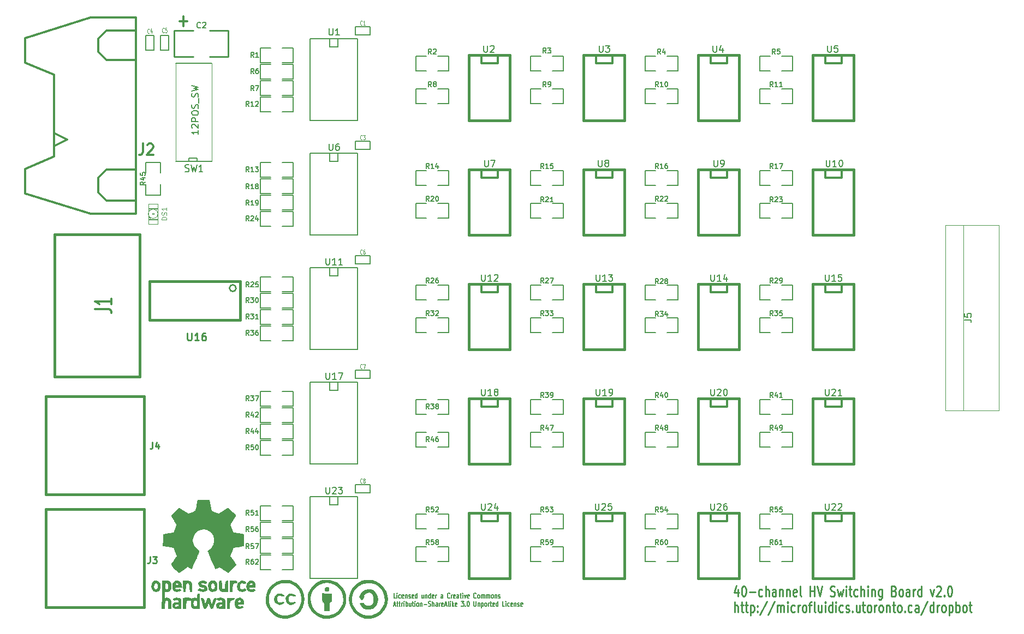
<source format=gto>
G04 (created by PCBNEW (2013-03-31 BZR 4008)-stable) date 12/04/2013 5:07:08 PM*
%MOIN*%
G04 Gerber Fmt 3.4, Leading zero omitted, Abs format*
%FSLAX34Y34*%
G01*
G70*
G90*
G04 APERTURE LIST*
%ADD10C,2.3622e-006*%
%ADD11C,0.00590551*%
%ADD12C,0.012*%
%ADD13C,0.00984252*%
%ADD14C,0.015*%
%ADD15C,0.005*%
%ADD16C,0.0026*%
%ADD17C,0.004*%
%ADD18C,0.01*%
%ADD19C,0.0039*%
%ADD20C,0.0001*%
%ADD21C,0.0045*%
%ADD22C,0.0035*%
%ADD23C,0.008*%
%ADD24C,0.006*%
%ADD25C,0.01125*%
%ADD26C,0.0113*%
G04 APERTURE END LIST*
G54D10*
G54D11*
X28468Y-43052D02*
X28356Y-43052D01*
X28356Y-42737D01*
X28547Y-43052D02*
X28547Y-42842D01*
X28547Y-42737D02*
X28536Y-42752D01*
X28547Y-42767D01*
X28558Y-42752D01*
X28547Y-42737D01*
X28547Y-42767D01*
X28761Y-43037D02*
X28738Y-43052D01*
X28693Y-43052D01*
X28671Y-43037D01*
X28659Y-43022D01*
X28648Y-42992D01*
X28648Y-42902D01*
X28659Y-42872D01*
X28671Y-42857D01*
X28693Y-42842D01*
X28738Y-42842D01*
X28761Y-42857D01*
X28952Y-43037D02*
X28929Y-43052D01*
X28884Y-43052D01*
X28862Y-43037D01*
X28851Y-43007D01*
X28851Y-42887D01*
X28862Y-42857D01*
X28884Y-42842D01*
X28929Y-42842D01*
X28952Y-42857D01*
X28963Y-42887D01*
X28963Y-42917D01*
X28851Y-42947D01*
X29064Y-42842D02*
X29064Y-43052D01*
X29064Y-42872D02*
X29076Y-42857D01*
X29098Y-42842D01*
X29132Y-42842D01*
X29154Y-42857D01*
X29166Y-42887D01*
X29166Y-43052D01*
X29267Y-43037D02*
X29289Y-43052D01*
X29334Y-43052D01*
X29357Y-43037D01*
X29368Y-43007D01*
X29368Y-42992D01*
X29357Y-42962D01*
X29334Y-42947D01*
X29301Y-42947D01*
X29278Y-42932D01*
X29267Y-42902D01*
X29267Y-42887D01*
X29278Y-42857D01*
X29301Y-42842D01*
X29334Y-42842D01*
X29357Y-42857D01*
X29559Y-43037D02*
X29537Y-43052D01*
X29492Y-43052D01*
X29469Y-43037D01*
X29458Y-43007D01*
X29458Y-42887D01*
X29469Y-42857D01*
X29492Y-42842D01*
X29537Y-42842D01*
X29559Y-42857D01*
X29571Y-42887D01*
X29571Y-42917D01*
X29458Y-42947D01*
X29773Y-43052D02*
X29773Y-42737D01*
X29773Y-43037D02*
X29751Y-43052D01*
X29706Y-43052D01*
X29683Y-43037D01*
X29672Y-43022D01*
X29661Y-42992D01*
X29661Y-42902D01*
X29672Y-42872D01*
X29683Y-42857D01*
X29706Y-42842D01*
X29751Y-42842D01*
X29773Y-42857D01*
X30167Y-42842D02*
X30167Y-43052D01*
X30066Y-42842D02*
X30066Y-43007D01*
X30077Y-43037D01*
X30099Y-43052D01*
X30133Y-43052D01*
X30156Y-43037D01*
X30167Y-43022D01*
X30279Y-42842D02*
X30279Y-43052D01*
X30279Y-42872D02*
X30291Y-42857D01*
X30313Y-42842D01*
X30347Y-42842D01*
X30369Y-42857D01*
X30380Y-42887D01*
X30380Y-43052D01*
X30594Y-43052D02*
X30594Y-42737D01*
X30594Y-43037D02*
X30572Y-43052D01*
X30527Y-43052D01*
X30504Y-43037D01*
X30493Y-43022D01*
X30482Y-42992D01*
X30482Y-42902D01*
X30493Y-42872D01*
X30504Y-42857D01*
X30527Y-42842D01*
X30572Y-42842D01*
X30594Y-42857D01*
X30797Y-43037D02*
X30774Y-43052D01*
X30729Y-43052D01*
X30707Y-43037D01*
X30695Y-43007D01*
X30695Y-42887D01*
X30707Y-42857D01*
X30729Y-42842D01*
X30774Y-42842D01*
X30797Y-42857D01*
X30808Y-42887D01*
X30808Y-42917D01*
X30695Y-42947D01*
X30909Y-43052D02*
X30909Y-42842D01*
X30909Y-42902D02*
X30920Y-42872D01*
X30932Y-42857D01*
X30954Y-42842D01*
X30977Y-42842D01*
X31337Y-43052D02*
X31337Y-42887D01*
X31325Y-42857D01*
X31303Y-42842D01*
X31258Y-42842D01*
X31235Y-42857D01*
X31337Y-43037D02*
X31314Y-43052D01*
X31258Y-43052D01*
X31235Y-43037D01*
X31224Y-43007D01*
X31224Y-42977D01*
X31235Y-42947D01*
X31258Y-42932D01*
X31314Y-42932D01*
X31337Y-42917D01*
X31764Y-43022D02*
X31753Y-43037D01*
X31719Y-43052D01*
X31697Y-43052D01*
X31663Y-43037D01*
X31640Y-43007D01*
X31629Y-42977D01*
X31618Y-42917D01*
X31618Y-42872D01*
X31629Y-42812D01*
X31640Y-42782D01*
X31663Y-42752D01*
X31697Y-42737D01*
X31719Y-42737D01*
X31753Y-42752D01*
X31764Y-42767D01*
X31865Y-43052D02*
X31865Y-42842D01*
X31865Y-42902D02*
X31877Y-42872D01*
X31888Y-42857D01*
X31910Y-42842D01*
X31933Y-42842D01*
X32102Y-43037D02*
X32079Y-43052D01*
X32034Y-43052D01*
X32012Y-43037D01*
X32000Y-43007D01*
X32000Y-42887D01*
X32012Y-42857D01*
X32034Y-42842D01*
X32079Y-42842D01*
X32102Y-42857D01*
X32113Y-42887D01*
X32113Y-42917D01*
X32000Y-42947D01*
X32315Y-43052D02*
X32315Y-42887D01*
X32304Y-42857D01*
X32282Y-42842D01*
X32237Y-42842D01*
X32214Y-42857D01*
X32315Y-43037D02*
X32293Y-43052D01*
X32237Y-43052D01*
X32214Y-43037D01*
X32203Y-43007D01*
X32203Y-42977D01*
X32214Y-42947D01*
X32237Y-42932D01*
X32293Y-42932D01*
X32315Y-42917D01*
X32394Y-42842D02*
X32484Y-42842D01*
X32428Y-42737D02*
X32428Y-43007D01*
X32439Y-43037D01*
X32461Y-43052D01*
X32484Y-43052D01*
X32563Y-43052D02*
X32563Y-42842D01*
X32563Y-42737D02*
X32551Y-42752D01*
X32563Y-42767D01*
X32574Y-42752D01*
X32563Y-42737D01*
X32563Y-42767D01*
X32653Y-42842D02*
X32709Y-43052D01*
X32765Y-42842D01*
X32945Y-43037D02*
X32923Y-43052D01*
X32878Y-43052D01*
X32855Y-43037D01*
X32844Y-43007D01*
X32844Y-42887D01*
X32855Y-42857D01*
X32878Y-42842D01*
X32923Y-42842D01*
X32945Y-42857D01*
X32956Y-42887D01*
X32956Y-42917D01*
X32844Y-42947D01*
X33373Y-43022D02*
X33361Y-43037D01*
X33328Y-43052D01*
X33305Y-43052D01*
X33271Y-43037D01*
X33249Y-43007D01*
X33238Y-42977D01*
X33226Y-42917D01*
X33226Y-42872D01*
X33238Y-42812D01*
X33249Y-42782D01*
X33271Y-42752D01*
X33305Y-42737D01*
X33328Y-42737D01*
X33361Y-42752D01*
X33373Y-42767D01*
X33508Y-43052D02*
X33485Y-43037D01*
X33474Y-43022D01*
X33463Y-42992D01*
X33463Y-42902D01*
X33474Y-42872D01*
X33485Y-42857D01*
X33508Y-42842D01*
X33541Y-42842D01*
X33564Y-42857D01*
X33575Y-42872D01*
X33586Y-42902D01*
X33586Y-42992D01*
X33575Y-43022D01*
X33564Y-43037D01*
X33541Y-43052D01*
X33508Y-43052D01*
X33688Y-43052D02*
X33688Y-42842D01*
X33688Y-42872D02*
X33699Y-42857D01*
X33721Y-42842D01*
X33755Y-42842D01*
X33778Y-42857D01*
X33789Y-42887D01*
X33789Y-43052D01*
X33789Y-42887D02*
X33800Y-42857D01*
X33823Y-42842D01*
X33856Y-42842D01*
X33879Y-42857D01*
X33890Y-42887D01*
X33890Y-43052D01*
X34003Y-43052D02*
X34003Y-42842D01*
X34003Y-42872D02*
X34014Y-42857D01*
X34036Y-42842D01*
X34070Y-42842D01*
X34093Y-42857D01*
X34104Y-42887D01*
X34104Y-43052D01*
X34104Y-42887D02*
X34115Y-42857D01*
X34138Y-42842D01*
X34171Y-42842D01*
X34194Y-42857D01*
X34205Y-42887D01*
X34205Y-43052D01*
X34351Y-43052D02*
X34329Y-43037D01*
X34317Y-43022D01*
X34306Y-42992D01*
X34306Y-42902D01*
X34317Y-42872D01*
X34329Y-42857D01*
X34351Y-42842D01*
X34385Y-42842D01*
X34407Y-42857D01*
X34419Y-42872D01*
X34430Y-42902D01*
X34430Y-42992D01*
X34419Y-43022D01*
X34407Y-43037D01*
X34385Y-43052D01*
X34351Y-43052D01*
X34531Y-42842D02*
X34531Y-43052D01*
X34531Y-42872D02*
X34542Y-42857D01*
X34565Y-42842D01*
X34599Y-42842D01*
X34621Y-42857D01*
X34632Y-42887D01*
X34632Y-43052D01*
X34734Y-43037D02*
X34756Y-43052D01*
X34801Y-43052D01*
X34824Y-43037D01*
X34835Y-43007D01*
X34835Y-42992D01*
X34824Y-42962D01*
X34801Y-42947D01*
X34767Y-42947D01*
X34745Y-42932D01*
X34734Y-42902D01*
X34734Y-42887D01*
X34745Y-42857D01*
X34767Y-42842D01*
X34801Y-42842D01*
X34824Y-42857D01*
X28344Y-43462D02*
X28457Y-43462D01*
X28322Y-43552D02*
X28401Y-43237D01*
X28479Y-43552D01*
X28524Y-43342D02*
X28614Y-43342D01*
X28558Y-43237D02*
X28558Y-43507D01*
X28569Y-43537D01*
X28592Y-43552D01*
X28614Y-43552D01*
X28659Y-43342D02*
X28749Y-43342D01*
X28693Y-43237D02*
X28693Y-43507D01*
X28704Y-43537D01*
X28727Y-43552D01*
X28749Y-43552D01*
X28828Y-43552D02*
X28828Y-43342D01*
X28828Y-43402D02*
X28839Y-43372D01*
X28851Y-43357D01*
X28873Y-43342D01*
X28896Y-43342D01*
X28974Y-43552D02*
X28974Y-43342D01*
X28974Y-43237D02*
X28963Y-43252D01*
X28974Y-43267D01*
X28986Y-43252D01*
X28974Y-43237D01*
X28974Y-43267D01*
X29087Y-43552D02*
X29087Y-43237D01*
X29087Y-43357D02*
X29109Y-43342D01*
X29154Y-43342D01*
X29177Y-43357D01*
X29188Y-43372D01*
X29199Y-43402D01*
X29199Y-43492D01*
X29188Y-43522D01*
X29177Y-43537D01*
X29154Y-43552D01*
X29109Y-43552D01*
X29087Y-43537D01*
X29402Y-43342D02*
X29402Y-43552D01*
X29301Y-43342D02*
X29301Y-43507D01*
X29312Y-43537D01*
X29334Y-43552D01*
X29368Y-43552D01*
X29391Y-43537D01*
X29402Y-43522D01*
X29481Y-43342D02*
X29571Y-43342D01*
X29514Y-43237D02*
X29514Y-43507D01*
X29526Y-43537D01*
X29548Y-43552D01*
X29571Y-43552D01*
X29649Y-43552D02*
X29649Y-43342D01*
X29649Y-43237D02*
X29638Y-43252D01*
X29649Y-43267D01*
X29661Y-43252D01*
X29649Y-43237D01*
X29649Y-43267D01*
X29796Y-43552D02*
X29773Y-43537D01*
X29762Y-43522D01*
X29751Y-43492D01*
X29751Y-43402D01*
X29762Y-43372D01*
X29773Y-43357D01*
X29796Y-43342D01*
X29829Y-43342D01*
X29852Y-43357D01*
X29863Y-43372D01*
X29874Y-43402D01*
X29874Y-43492D01*
X29863Y-43522D01*
X29852Y-43537D01*
X29829Y-43552D01*
X29796Y-43552D01*
X29976Y-43342D02*
X29976Y-43552D01*
X29976Y-43372D02*
X29987Y-43357D01*
X30009Y-43342D01*
X30043Y-43342D01*
X30066Y-43357D01*
X30077Y-43387D01*
X30077Y-43552D01*
X30189Y-43432D02*
X30369Y-43432D01*
X30470Y-43537D02*
X30504Y-43552D01*
X30560Y-43552D01*
X30583Y-43537D01*
X30594Y-43522D01*
X30605Y-43492D01*
X30605Y-43462D01*
X30594Y-43432D01*
X30583Y-43417D01*
X30560Y-43402D01*
X30515Y-43387D01*
X30493Y-43372D01*
X30482Y-43357D01*
X30470Y-43327D01*
X30470Y-43297D01*
X30482Y-43267D01*
X30493Y-43252D01*
X30515Y-43237D01*
X30572Y-43237D01*
X30605Y-43252D01*
X30707Y-43552D02*
X30707Y-43237D01*
X30808Y-43552D02*
X30808Y-43387D01*
X30797Y-43357D01*
X30774Y-43342D01*
X30740Y-43342D01*
X30718Y-43357D01*
X30707Y-43372D01*
X31022Y-43552D02*
X31022Y-43387D01*
X31010Y-43357D01*
X30988Y-43342D01*
X30943Y-43342D01*
X30920Y-43357D01*
X31022Y-43537D02*
X30999Y-43552D01*
X30943Y-43552D01*
X30920Y-43537D01*
X30909Y-43507D01*
X30909Y-43477D01*
X30920Y-43447D01*
X30943Y-43432D01*
X30999Y-43432D01*
X31022Y-43417D01*
X31134Y-43552D02*
X31134Y-43342D01*
X31134Y-43402D02*
X31145Y-43372D01*
X31157Y-43357D01*
X31179Y-43342D01*
X31202Y-43342D01*
X31370Y-43537D02*
X31348Y-43552D01*
X31303Y-43552D01*
X31280Y-43537D01*
X31269Y-43507D01*
X31269Y-43387D01*
X31280Y-43357D01*
X31303Y-43342D01*
X31348Y-43342D01*
X31370Y-43357D01*
X31382Y-43387D01*
X31382Y-43417D01*
X31269Y-43447D01*
X31472Y-43462D02*
X31584Y-43462D01*
X31449Y-43552D02*
X31528Y-43237D01*
X31607Y-43552D01*
X31719Y-43552D02*
X31697Y-43537D01*
X31685Y-43507D01*
X31685Y-43237D01*
X31809Y-43552D02*
X31809Y-43342D01*
X31809Y-43237D02*
X31798Y-43252D01*
X31809Y-43267D01*
X31820Y-43252D01*
X31809Y-43237D01*
X31809Y-43267D01*
X31922Y-43552D02*
X31922Y-43237D01*
X31944Y-43432D02*
X32012Y-43552D01*
X32012Y-43342D02*
X31922Y-43462D01*
X32203Y-43537D02*
X32180Y-43552D01*
X32135Y-43552D01*
X32113Y-43537D01*
X32102Y-43507D01*
X32102Y-43387D01*
X32113Y-43357D01*
X32135Y-43342D01*
X32180Y-43342D01*
X32203Y-43357D01*
X32214Y-43387D01*
X32214Y-43417D01*
X32102Y-43447D01*
X32473Y-43237D02*
X32619Y-43237D01*
X32540Y-43357D01*
X32574Y-43357D01*
X32596Y-43372D01*
X32608Y-43387D01*
X32619Y-43417D01*
X32619Y-43492D01*
X32608Y-43522D01*
X32596Y-43537D01*
X32574Y-43552D01*
X32506Y-43552D01*
X32484Y-43537D01*
X32473Y-43522D01*
X32720Y-43522D02*
X32731Y-43537D01*
X32720Y-43552D01*
X32709Y-43537D01*
X32720Y-43522D01*
X32720Y-43552D01*
X32878Y-43237D02*
X32900Y-43237D01*
X32923Y-43252D01*
X32934Y-43267D01*
X32945Y-43297D01*
X32956Y-43357D01*
X32956Y-43432D01*
X32945Y-43492D01*
X32934Y-43522D01*
X32923Y-43537D01*
X32900Y-43552D01*
X32878Y-43552D01*
X32855Y-43537D01*
X32844Y-43522D01*
X32833Y-43492D01*
X32821Y-43432D01*
X32821Y-43357D01*
X32833Y-43297D01*
X32844Y-43267D01*
X32855Y-43252D01*
X32878Y-43237D01*
X33238Y-43237D02*
X33238Y-43492D01*
X33249Y-43522D01*
X33260Y-43537D01*
X33283Y-43552D01*
X33328Y-43552D01*
X33350Y-43537D01*
X33361Y-43522D01*
X33373Y-43492D01*
X33373Y-43237D01*
X33485Y-43342D02*
X33485Y-43552D01*
X33485Y-43372D02*
X33496Y-43357D01*
X33519Y-43342D01*
X33553Y-43342D01*
X33575Y-43357D01*
X33586Y-43387D01*
X33586Y-43552D01*
X33699Y-43342D02*
X33699Y-43657D01*
X33699Y-43357D02*
X33721Y-43342D01*
X33766Y-43342D01*
X33789Y-43357D01*
X33800Y-43372D01*
X33811Y-43402D01*
X33811Y-43492D01*
X33800Y-43522D01*
X33789Y-43537D01*
X33766Y-43552D01*
X33721Y-43552D01*
X33699Y-43537D01*
X33946Y-43552D02*
X33924Y-43537D01*
X33913Y-43522D01*
X33901Y-43492D01*
X33901Y-43402D01*
X33913Y-43372D01*
X33924Y-43357D01*
X33946Y-43342D01*
X33980Y-43342D01*
X34003Y-43357D01*
X34014Y-43372D01*
X34025Y-43402D01*
X34025Y-43492D01*
X34014Y-43522D01*
X34003Y-43537D01*
X33980Y-43552D01*
X33946Y-43552D01*
X34126Y-43552D02*
X34126Y-43342D01*
X34126Y-43402D02*
X34138Y-43372D01*
X34149Y-43357D01*
X34171Y-43342D01*
X34194Y-43342D01*
X34239Y-43342D02*
X34329Y-43342D01*
X34273Y-43237D02*
X34273Y-43507D01*
X34284Y-43537D01*
X34306Y-43552D01*
X34329Y-43552D01*
X34497Y-43537D02*
X34475Y-43552D01*
X34430Y-43552D01*
X34407Y-43537D01*
X34396Y-43507D01*
X34396Y-43387D01*
X34407Y-43357D01*
X34430Y-43342D01*
X34475Y-43342D01*
X34497Y-43357D01*
X34509Y-43387D01*
X34509Y-43417D01*
X34396Y-43447D01*
X34711Y-43552D02*
X34711Y-43237D01*
X34711Y-43537D02*
X34689Y-43552D01*
X34644Y-43552D01*
X34621Y-43537D01*
X34610Y-43522D01*
X34599Y-43492D01*
X34599Y-43402D01*
X34610Y-43372D01*
X34621Y-43357D01*
X34644Y-43342D01*
X34689Y-43342D01*
X34711Y-43357D01*
X35116Y-43552D02*
X35004Y-43552D01*
X35004Y-43237D01*
X35195Y-43552D02*
X35195Y-43342D01*
X35195Y-43237D02*
X35184Y-43252D01*
X35195Y-43267D01*
X35206Y-43252D01*
X35195Y-43237D01*
X35195Y-43267D01*
X35409Y-43537D02*
X35386Y-43552D01*
X35341Y-43552D01*
X35319Y-43537D01*
X35307Y-43522D01*
X35296Y-43492D01*
X35296Y-43402D01*
X35307Y-43372D01*
X35319Y-43357D01*
X35341Y-43342D01*
X35386Y-43342D01*
X35409Y-43357D01*
X35600Y-43537D02*
X35577Y-43552D01*
X35532Y-43552D01*
X35510Y-43537D01*
X35499Y-43507D01*
X35499Y-43387D01*
X35510Y-43357D01*
X35532Y-43342D01*
X35577Y-43342D01*
X35600Y-43357D01*
X35611Y-43387D01*
X35611Y-43417D01*
X35499Y-43447D01*
X35712Y-43342D02*
X35712Y-43552D01*
X35712Y-43372D02*
X35724Y-43357D01*
X35746Y-43342D01*
X35780Y-43342D01*
X35802Y-43357D01*
X35814Y-43387D01*
X35814Y-43552D01*
X35915Y-43537D02*
X35937Y-43552D01*
X35982Y-43552D01*
X36005Y-43537D01*
X36016Y-43507D01*
X36016Y-43492D01*
X36005Y-43462D01*
X35982Y-43447D01*
X35949Y-43447D01*
X35926Y-43432D01*
X35915Y-43402D01*
X35915Y-43387D01*
X35926Y-43357D01*
X35949Y-43342D01*
X35982Y-43342D01*
X36005Y-43357D01*
X36207Y-43537D02*
X36185Y-43552D01*
X36140Y-43552D01*
X36117Y-43537D01*
X36106Y-43507D01*
X36106Y-43387D01*
X36117Y-43357D01*
X36140Y-43342D01*
X36185Y-43342D01*
X36207Y-43357D01*
X36219Y-43387D01*
X36219Y-43417D01*
X36106Y-43447D01*
G54D12*
X15728Y-7769D02*
X15271Y-7769D01*
X15499Y-8073D02*
X15499Y-7464D01*
G54D13*
X49364Y-42510D02*
X49364Y-42929D01*
X49252Y-42270D02*
X49139Y-42719D01*
X49432Y-42719D01*
X49702Y-42300D02*
X49747Y-42300D01*
X49792Y-42330D01*
X49814Y-42360D01*
X49837Y-42420D01*
X49859Y-42540D01*
X49859Y-42689D01*
X49837Y-42809D01*
X49814Y-42869D01*
X49792Y-42899D01*
X49747Y-42929D01*
X49702Y-42929D01*
X49657Y-42899D01*
X49634Y-42869D01*
X49612Y-42809D01*
X49589Y-42689D01*
X49589Y-42540D01*
X49612Y-42420D01*
X49634Y-42360D01*
X49657Y-42330D01*
X49702Y-42300D01*
X50062Y-42689D02*
X50422Y-42689D01*
X50849Y-42899D02*
X50804Y-42929D01*
X50714Y-42929D01*
X50669Y-42899D01*
X50647Y-42869D01*
X50624Y-42809D01*
X50624Y-42630D01*
X50647Y-42570D01*
X50669Y-42540D01*
X50714Y-42510D01*
X50804Y-42510D01*
X50849Y-42540D01*
X51052Y-42929D02*
X51052Y-42300D01*
X51254Y-42929D02*
X51254Y-42600D01*
X51232Y-42540D01*
X51187Y-42510D01*
X51119Y-42510D01*
X51074Y-42540D01*
X51052Y-42570D01*
X51682Y-42929D02*
X51682Y-42600D01*
X51659Y-42540D01*
X51614Y-42510D01*
X51524Y-42510D01*
X51479Y-42540D01*
X51682Y-42899D02*
X51637Y-42929D01*
X51524Y-42929D01*
X51479Y-42899D01*
X51457Y-42839D01*
X51457Y-42779D01*
X51479Y-42719D01*
X51524Y-42689D01*
X51637Y-42689D01*
X51682Y-42660D01*
X51907Y-42510D02*
X51907Y-42929D01*
X51907Y-42570D02*
X51929Y-42540D01*
X51974Y-42510D01*
X52042Y-42510D01*
X52087Y-42540D01*
X52109Y-42600D01*
X52109Y-42929D01*
X52334Y-42510D02*
X52334Y-42929D01*
X52334Y-42570D02*
X52357Y-42540D01*
X52402Y-42510D01*
X52469Y-42510D01*
X52514Y-42540D01*
X52537Y-42600D01*
X52537Y-42929D01*
X52942Y-42899D02*
X52897Y-42929D01*
X52807Y-42929D01*
X52762Y-42899D01*
X52739Y-42839D01*
X52739Y-42600D01*
X52762Y-42540D01*
X52807Y-42510D01*
X52897Y-42510D01*
X52942Y-42540D01*
X52964Y-42600D01*
X52964Y-42660D01*
X52739Y-42719D01*
X53234Y-42929D02*
X53189Y-42899D01*
X53166Y-42839D01*
X53166Y-42300D01*
X53774Y-42929D02*
X53774Y-42300D01*
X53774Y-42600D02*
X54044Y-42600D01*
X54044Y-42929D02*
X54044Y-42300D01*
X54201Y-42300D02*
X54359Y-42929D01*
X54516Y-42300D01*
X55011Y-42899D02*
X55079Y-42929D01*
X55191Y-42929D01*
X55236Y-42899D01*
X55259Y-42869D01*
X55281Y-42809D01*
X55281Y-42749D01*
X55259Y-42689D01*
X55236Y-42660D01*
X55191Y-42630D01*
X55101Y-42600D01*
X55056Y-42570D01*
X55034Y-42540D01*
X55011Y-42480D01*
X55011Y-42420D01*
X55034Y-42360D01*
X55056Y-42330D01*
X55101Y-42300D01*
X55214Y-42300D01*
X55281Y-42330D01*
X55439Y-42510D02*
X55529Y-42929D01*
X55619Y-42630D01*
X55709Y-42929D01*
X55799Y-42510D01*
X55979Y-42929D02*
X55979Y-42510D01*
X55979Y-42300D02*
X55956Y-42330D01*
X55979Y-42360D01*
X56001Y-42330D01*
X55979Y-42300D01*
X55979Y-42360D01*
X56136Y-42510D02*
X56316Y-42510D01*
X56204Y-42300D02*
X56204Y-42839D01*
X56226Y-42899D01*
X56271Y-42929D01*
X56316Y-42929D01*
X56676Y-42899D02*
X56631Y-42929D01*
X56541Y-42929D01*
X56496Y-42899D01*
X56474Y-42869D01*
X56451Y-42809D01*
X56451Y-42630D01*
X56474Y-42570D01*
X56496Y-42540D01*
X56541Y-42510D01*
X56631Y-42510D01*
X56676Y-42540D01*
X56879Y-42929D02*
X56879Y-42300D01*
X57081Y-42929D02*
X57081Y-42600D01*
X57058Y-42540D01*
X57014Y-42510D01*
X56946Y-42510D01*
X56901Y-42540D01*
X56879Y-42570D01*
X57306Y-42929D02*
X57306Y-42510D01*
X57306Y-42300D02*
X57283Y-42330D01*
X57306Y-42360D01*
X57328Y-42330D01*
X57306Y-42300D01*
X57306Y-42360D01*
X57531Y-42510D02*
X57531Y-42929D01*
X57531Y-42570D02*
X57553Y-42540D01*
X57598Y-42510D01*
X57666Y-42510D01*
X57711Y-42540D01*
X57733Y-42600D01*
X57733Y-42929D01*
X58161Y-42510D02*
X58161Y-43019D01*
X58138Y-43079D01*
X58116Y-43109D01*
X58071Y-43139D01*
X58003Y-43139D01*
X57958Y-43109D01*
X58161Y-42899D02*
X58116Y-42929D01*
X58026Y-42929D01*
X57981Y-42899D01*
X57958Y-42869D01*
X57936Y-42809D01*
X57936Y-42630D01*
X57958Y-42570D01*
X57981Y-42540D01*
X58026Y-42510D01*
X58116Y-42510D01*
X58161Y-42540D01*
X58903Y-42600D02*
X58971Y-42630D01*
X58993Y-42660D01*
X59016Y-42719D01*
X59016Y-42809D01*
X58993Y-42869D01*
X58971Y-42899D01*
X58926Y-42929D01*
X58746Y-42929D01*
X58746Y-42300D01*
X58903Y-42300D01*
X58948Y-42330D01*
X58971Y-42360D01*
X58993Y-42420D01*
X58993Y-42480D01*
X58971Y-42540D01*
X58948Y-42570D01*
X58903Y-42600D01*
X58746Y-42600D01*
X59286Y-42929D02*
X59241Y-42899D01*
X59218Y-42869D01*
X59196Y-42809D01*
X59196Y-42630D01*
X59218Y-42570D01*
X59241Y-42540D01*
X59286Y-42510D01*
X59353Y-42510D01*
X59398Y-42540D01*
X59421Y-42570D01*
X59443Y-42630D01*
X59443Y-42809D01*
X59421Y-42869D01*
X59398Y-42899D01*
X59353Y-42929D01*
X59286Y-42929D01*
X59848Y-42929D02*
X59848Y-42600D01*
X59826Y-42540D01*
X59781Y-42510D01*
X59691Y-42510D01*
X59646Y-42540D01*
X59848Y-42899D02*
X59803Y-42929D01*
X59691Y-42929D01*
X59646Y-42899D01*
X59623Y-42839D01*
X59623Y-42779D01*
X59646Y-42719D01*
X59691Y-42689D01*
X59803Y-42689D01*
X59848Y-42660D01*
X60073Y-42929D02*
X60073Y-42510D01*
X60073Y-42630D02*
X60096Y-42570D01*
X60118Y-42540D01*
X60163Y-42510D01*
X60208Y-42510D01*
X60568Y-42929D02*
X60568Y-42300D01*
X60568Y-42899D02*
X60523Y-42929D01*
X60433Y-42929D01*
X60388Y-42899D01*
X60366Y-42869D01*
X60343Y-42809D01*
X60343Y-42630D01*
X60366Y-42570D01*
X60388Y-42540D01*
X60433Y-42510D01*
X60523Y-42510D01*
X60568Y-42540D01*
X61108Y-42510D02*
X61220Y-42929D01*
X61333Y-42510D01*
X61490Y-42360D02*
X61513Y-42330D01*
X61558Y-42300D01*
X61670Y-42300D01*
X61715Y-42330D01*
X61738Y-42360D01*
X61760Y-42420D01*
X61760Y-42480D01*
X61738Y-42570D01*
X61468Y-42929D01*
X61760Y-42929D01*
X61963Y-42869D02*
X61985Y-42899D01*
X61963Y-42929D01*
X61940Y-42899D01*
X61963Y-42869D01*
X61963Y-42929D01*
X62278Y-42300D02*
X62323Y-42300D01*
X62368Y-42330D01*
X62390Y-42360D01*
X62413Y-42420D01*
X62435Y-42540D01*
X62435Y-42689D01*
X62413Y-42809D01*
X62390Y-42869D01*
X62368Y-42899D01*
X62323Y-42929D01*
X62278Y-42929D01*
X62233Y-42899D01*
X62210Y-42869D01*
X62188Y-42809D01*
X62165Y-42689D01*
X62165Y-42540D01*
X62188Y-42420D01*
X62210Y-42360D01*
X62233Y-42330D01*
X62278Y-42300D01*
X49162Y-43910D02*
X49162Y-43280D01*
X49364Y-43910D02*
X49364Y-43580D01*
X49342Y-43520D01*
X49297Y-43490D01*
X49229Y-43490D01*
X49184Y-43520D01*
X49162Y-43550D01*
X49522Y-43490D02*
X49702Y-43490D01*
X49589Y-43280D02*
X49589Y-43820D01*
X49612Y-43880D01*
X49657Y-43910D01*
X49702Y-43910D01*
X49792Y-43490D02*
X49972Y-43490D01*
X49859Y-43280D02*
X49859Y-43820D01*
X49882Y-43880D01*
X49927Y-43910D01*
X49972Y-43910D01*
X50129Y-43490D02*
X50129Y-44120D01*
X50129Y-43520D02*
X50174Y-43490D01*
X50264Y-43490D01*
X50309Y-43520D01*
X50332Y-43550D01*
X50354Y-43610D01*
X50354Y-43790D01*
X50332Y-43850D01*
X50309Y-43880D01*
X50264Y-43910D01*
X50174Y-43910D01*
X50129Y-43880D01*
X50557Y-43850D02*
X50579Y-43880D01*
X50557Y-43910D01*
X50534Y-43880D01*
X50557Y-43850D01*
X50557Y-43910D01*
X50557Y-43520D02*
X50579Y-43550D01*
X50557Y-43580D01*
X50534Y-43550D01*
X50557Y-43520D01*
X50557Y-43580D01*
X51119Y-43250D02*
X50714Y-44060D01*
X51614Y-43250D02*
X51209Y-44060D01*
X51772Y-43910D02*
X51772Y-43490D01*
X51772Y-43550D02*
X51794Y-43520D01*
X51839Y-43490D01*
X51907Y-43490D01*
X51952Y-43520D01*
X51974Y-43580D01*
X51974Y-43910D01*
X51974Y-43580D02*
X51997Y-43520D01*
X52042Y-43490D01*
X52109Y-43490D01*
X52154Y-43520D01*
X52177Y-43580D01*
X52177Y-43910D01*
X52402Y-43910D02*
X52402Y-43490D01*
X52402Y-43280D02*
X52379Y-43310D01*
X52402Y-43340D01*
X52424Y-43310D01*
X52402Y-43280D01*
X52402Y-43340D01*
X52829Y-43880D02*
X52784Y-43910D01*
X52694Y-43910D01*
X52649Y-43880D01*
X52627Y-43850D01*
X52604Y-43790D01*
X52604Y-43610D01*
X52627Y-43550D01*
X52649Y-43520D01*
X52694Y-43490D01*
X52784Y-43490D01*
X52829Y-43520D01*
X53032Y-43910D02*
X53032Y-43490D01*
X53032Y-43610D02*
X53054Y-43550D01*
X53076Y-43520D01*
X53121Y-43490D01*
X53166Y-43490D01*
X53391Y-43910D02*
X53346Y-43880D01*
X53324Y-43850D01*
X53301Y-43790D01*
X53301Y-43610D01*
X53324Y-43550D01*
X53346Y-43520D01*
X53391Y-43490D01*
X53459Y-43490D01*
X53504Y-43520D01*
X53526Y-43550D01*
X53549Y-43610D01*
X53549Y-43790D01*
X53526Y-43850D01*
X53504Y-43880D01*
X53459Y-43910D01*
X53391Y-43910D01*
X53684Y-43490D02*
X53864Y-43490D01*
X53751Y-43910D02*
X53751Y-43370D01*
X53774Y-43310D01*
X53819Y-43280D01*
X53864Y-43280D01*
X54089Y-43910D02*
X54044Y-43880D01*
X54021Y-43820D01*
X54021Y-43280D01*
X54471Y-43490D02*
X54471Y-43910D01*
X54269Y-43490D02*
X54269Y-43820D01*
X54291Y-43880D01*
X54336Y-43910D01*
X54404Y-43910D01*
X54449Y-43880D01*
X54471Y-43850D01*
X54696Y-43910D02*
X54696Y-43490D01*
X54696Y-43280D02*
X54674Y-43310D01*
X54696Y-43340D01*
X54719Y-43310D01*
X54696Y-43280D01*
X54696Y-43340D01*
X55124Y-43910D02*
X55124Y-43280D01*
X55124Y-43880D02*
X55079Y-43910D01*
X54989Y-43910D01*
X54944Y-43880D01*
X54921Y-43850D01*
X54899Y-43790D01*
X54899Y-43610D01*
X54921Y-43550D01*
X54944Y-43520D01*
X54989Y-43490D01*
X55079Y-43490D01*
X55124Y-43520D01*
X55349Y-43910D02*
X55349Y-43490D01*
X55349Y-43280D02*
X55326Y-43310D01*
X55349Y-43340D01*
X55371Y-43310D01*
X55349Y-43280D01*
X55349Y-43340D01*
X55776Y-43880D02*
X55731Y-43910D01*
X55641Y-43910D01*
X55596Y-43880D01*
X55574Y-43850D01*
X55551Y-43790D01*
X55551Y-43610D01*
X55574Y-43550D01*
X55596Y-43520D01*
X55641Y-43490D01*
X55731Y-43490D01*
X55776Y-43520D01*
X55956Y-43880D02*
X56001Y-43910D01*
X56091Y-43910D01*
X56136Y-43880D01*
X56159Y-43820D01*
X56159Y-43790D01*
X56136Y-43730D01*
X56091Y-43700D01*
X56024Y-43700D01*
X55979Y-43670D01*
X55956Y-43610D01*
X55956Y-43580D01*
X55979Y-43520D01*
X56024Y-43490D01*
X56091Y-43490D01*
X56136Y-43520D01*
X56361Y-43850D02*
X56384Y-43880D01*
X56361Y-43910D01*
X56339Y-43880D01*
X56361Y-43850D01*
X56361Y-43910D01*
X56789Y-43490D02*
X56789Y-43910D01*
X56586Y-43490D02*
X56586Y-43820D01*
X56609Y-43880D01*
X56654Y-43910D01*
X56721Y-43910D01*
X56766Y-43880D01*
X56789Y-43850D01*
X56946Y-43490D02*
X57126Y-43490D01*
X57014Y-43280D02*
X57014Y-43820D01*
X57036Y-43880D01*
X57081Y-43910D01*
X57126Y-43910D01*
X57351Y-43910D02*
X57306Y-43880D01*
X57283Y-43850D01*
X57261Y-43790D01*
X57261Y-43610D01*
X57283Y-43550D01*
X57306Y-43520D01*
X57351Y-43490D01*
X57418Y-43490D01*
X57463Y-43520D01*
X57486Y-43550D01*
X57508Y-43610D01*
X57508Y-43790D01*
X57486Y-43850D01*
X57463Y-43880D01*
X57418Y-43910D01*
X57351Y-43910D01*
X57711Y-43910D02*
X57711Y-43490D01*
X57711Y-43610D02*
X57733Y-43550D01*
X57756Y-43520D01*
X57801Y-43490D01*
X57846Y-43490D01*
X58071Y-43910D02*
X58026Y-43880D01*
X58003Y-43850D01*
X57981Y-43790D01*
X57981Y-43610D01*
X58003Y-43550D01*
X58026Y-43520D01*
X58071Y-43490D01*
X58138Y-43490D01*
X58183Y-43520D01*
X58206Y-43550D01*
X58228Y-43610D01*
X58228Y-43790D01*
X58206Y-43850D01*
X58183Y-43880D01*
X58138Y-43910D01*
X58071Y-43910D01*
X58431Y-43490D02*
X58431Y-43910D01*
X58431Y-43550D02*
X58453Y-43520D01*
X58498Y-43490D01*
X58566Y-43490D01*
X58611Y-43520D01*
X58633Y-43580D01*
X58633Y-43910D01*
X58791Y-43490D02*
X58971Y-43490D01*
X58858Y-43280D02*
X58858Y-43820D01*
X58881Y-43880D01*
X58926Y-43910D01*
X58971Y-43910D01*
X59196Y-43910D02*
X59151Y-43880D01*
X59128Y-43850D01*
X59106Y-43790D01*
X59106Y-43610D01*
X59128Y-43550D01*
X59151Y-43520D01*
X59196Y-43490D01*
X59263Y-43490D01*
X59308Y-43520D01*
X59331Y-43550D01*
X59353Y-43610D01*
X59353Y-43790D01*
X59331Y-43850D01*
X59308Y-43880D01*
X59263Y-43910D01*
X59196Y-43910D01*
X59556Y-43850D02*
X59578Y-43880D01*
X59556Y-43910D01*
X59533Y-43880D01*
X59556Y-43850D01*
X59556Y-43910D01*
X59983Y-43880D02*
X59938Y-43910D01*
X59848Y-43910D01*
X59803Y-43880D01*
X59781Y-43850D01*
X59758Y-43790D01*
X59758Y-43610D01*
X59781Y-43550D01*
X59803Y-43520D01*
X59848Y-43490D01*
X59938Y-43490D01*
X59983Y-43520D01*
X60388Y-43910D02*
X60388Y-43580D01*
X60366Y-43520D01*
X60321Y-43490D01*
X60231Y-43490D01*
X60186Y-43520D01*
X60388Y-43880D02*
X60343Y-43910D01*
X60231Y-43910D01*
X60186Y-43880D01*
X60163Y-43820D01*
X60163Y-43760D01*
X60186Y-43700D01*
X60231Y-43670D01*
X60343Y-43670D01*
X60388Y-43640D01*
X60951Y-43250D02*
X60546Y-44060D01*
X61310Y-43910D02*
X61310Y-43280D01*
X61310Y-43880D02*
X61265Y-43910D01*
X61175Y-43910D01*
X61130Y-43880D01*
X61108Y-43850D01*
X61085Y-43790D01*
X61085Y-43610D01*
X61108Y-43550D01*
X61130Y-43520D01*
X61175Y-43490D01*
X61265Y-43490D01*
X61310Y-43520D01*
X61535Y-43910D02*
X61535Y-43490D01*
X61535Y-43610D02*
X61558Y-43550D01*
X61580Y-43520D01*
X61625Y-43490D01*
X61670Y-43490D01*
X61895Y-43910D02*
X61850Y-43880D01*
X61828Y-43850D01*
X61805Y-43790D01*
X61805Y-43610D01*
X61828Y-43550D01*
X61850Y-43520D01*
X61895Y-43490D01*
X61963Y-43490D01*
X62008Y-43520D01*
X62030Y-43550D01*
X62053Y-43610D01*
X62053Y-43790D01*
X62030Y-43850D01*
X62008Y-43880D01*
X61963Y-43910D01*
X61895Y-43910D01*
X62255Y-43490D02*
X62255Y-44120D01*
X62255Y-43520D02*
X62300Y-43490D01*
X62390Y-43490D01*
X62435Y-43520D01*
X62458Y-43550D01*
X62480Y-43610D01*
X62480Y-43790D01*
X62458Y-43850D01*
X62435Y-43880D01*
X62390Y-43910D01*
X62300Y-43910D01*
X62255Y-43880D01*
X62683Y-43910D02*
X62683Y-43280D01*
X62683Y-43520D02*
X62728Y-43490D01*
X62818Y-43490D01*
X62863Y-43520D01*
X62885Y-43550D01*
X62908Y-43610D01*
X62908Y-43790D01*
X62885Y-43850D01*
X62863Y-43880D01*
X62818Y-43910D01*
X62728Y-43910D01*
X62683Y-43880D01*
X63178Y-43910D02*
X63133Y-43880D01*
X63110Y-43850D01*
X63088Y-43790D01*
X63088Y-43610D01*
X63110Y-43550D01*
X63133Y-43520D01*
X63178Y-43490D01*
X63245Y-43490D01*
X63290Y-43520D01*
X63313Y-43550D01*
X63335Y-43610D01*
X63335Y-43790D01*
X63313Y-43850D01*
X63290Y-43880D01*
X63245Y-43910D01*
X63178Y-43910D01*
X63470Y-43490D02*
X63650Y-43490D01*
X63538Y-43280D02*
X63538Y-43820D01*
X63560Y-43880D01*
X63605Y-43910D01*
X63650Y-43910D01*
G54D14*
X13100Y-36700D02*
X13100Y-30700D01*
X13100Y-30700D02*
X7100Y-30700D01*
X7100Y-30700D02*
X7100Y-36700D01*
X7100Y-36700D02*
X13100Y-36700D01*
G54D15*
X20200Y-39400D02*
X20200Y-40300D01*
X20200Y-40300D02*
X20850Y-40300D01*
X21550Y-39400D02*
X22200Y-39400D01*
X22200Y-39400D02*
X22200Y-40300D01*
X22200Y-40300D02*
X21550Y-40300D01*
X20850Y-39400D02*
X20200Y-39400D01*
X38700Y-38800D02*
X38700Y-37900D01*
X38700Y-37900D02*
X38050Y-37900D01*
X37350Y-38800D02*
X36700Y-38800D01*
X36700Y-38800D02*
X36700Y-37900D01*
X36700Y-37900D02*
X37350Y-37900D01*
X38050Y-38800D02*
X38700Y-38800D01*
X20200Y-38400D02*
X20200Y-39300D01*
X20200Y-39300D02*
X20850Y-39300D01*
X21550Y-38400D02*
X22200Y-38400D01*
X22200Y-38400D02*
X22200Y-39300D01*
X22200Y-39300D02*
X21550Y-39300D01*
X20850Y-38400D02*
X20200Y-38400D01*
X20200Y-40400D02*
X20200Y-41300D01*
X20200Y-41300D02*
X20850Y-41300D01*
X21550Y-40400D02*
X22200Y-40400D01*
X22200Y-40400D02*
X22200Y-41300D01*
X22200Y-41300D02*
X21550Y-41300D01*
X20850Y-40400D02*
X20200Y-40400D01*
X52700Y-40800D02*
X52700Y-39900D01*
X52700Y-39900D02*
X52050Y-39900D01*
X51350Y-40800D02*
X50700Y-40800D01*
X50700Y-40800D02*
X50700Y-39900D01*
X50700Y-39900D02*
X51350Y-39900D01*
X52050Y-40800D02*
X52700Y-40800D01*
X38700Y-31800D02*
X38700Y-30900D01*
X38700Y-30900D02*
X38050Y-30900D01*
X37350Y-31800D02*
X36700Y-31800D01*
X36700Y-31800D02*
X36700Y-30900D01*
X36700Y-30900D02*
X37350Y-30900D01*
X38050Y-31800D02*
X38700Y-31800D01*
X45700Y-31800D02*
X45700Y-30900D01*
X45700Y-30900D02*
X45050Y-30900D01*
X44350Y-31800D02*
X43700Y-31800D01*
X43700Y-31800D02*
X43700Y-30900D01*
X43700Y-30900D02*
X44350Y-30900D01*
X45050Y-31800D02*
X45700Y-31800D01*
X52700Y-33800D02*
X52700Y-32900D01*
X52700Y-32900D02*
X52050Y-32900D01*
X51350Y-33800D02*
X50700Y-33800D01*
X50700Y-33800D02*
X50700Y-32900D01*
X50700Y-32900D02*
X51350Y-32900D01*
X52050Y-33800D02*
X52700Y-33800D01*
X38700Y-40800D02*
X38700Y-39900D01*
X38700Y-39900D02*
X38050Y-39900D01*
X37350Y-40800D02*
X36700Y-40800D01*
X36700Y-40800D02*
X36700Y-39900D01*
X36700Y-39900D02*
X37350Y-39900D01*
X38050Y-40800D02*
X38700Y-40800D01*
X52700Y-38800D02*
X52700Y-37900D01*
X52700Y-37900D02*
X52050Y-37900D01*
X51350Y-38800D02*
X50700Y-38800D01*
X50700Y-38800D02*
X50700Y-37900D01*
X50700Y-37900D02*
X51350Y-37900D01*
X52050Y-38800D02*
X52700Y-38800D01*
X45700Y-38800D02*
X45700Y-37900D01*
X45700Y-37900D02*
X45050Y-37900D01*
X44350Y-38800D02*
X43700Y-38800D01*
X43700Y-38800D02*
X43700Y-37900D01*
X43700Y-37900D02*
X44350Y-37900D01*
X45050Y-38800D02*
X45700Y-38800D01*
X31700Y-40800D02*
X31700Y-39900D01*
X31700Y-39900D02*
X31050Y-39900D01*
X30350Y-40800D02*
X29700Y-40800D01*
X29700Y-40800D02*
X29700Y-39900D01*
X29700Y-39900D02*
X30350Y-39900D01*
X31050Y-40800D02*
X31700Y-40800D01*
X45700Y-40800D02*
X45700Y-39900D01*
X45700Y-39900D02*
X45050Y-39900D01*
X44350Y-40800D02*
X43700Y-40800D01*
X43700Y-40800D02*
X43700Y-39900D01*
X43700Y-39900D02*
X44350Y-39900D01*
X45050Y-40800D02*
X45700Y-40800D01*
X20200Y-24400D02*
X20200Y-25300D01*
X20200Y-25300D02*
X20850Y-25300D01*
X21550Y-24400D02*
X22200Y-24400D01*
X22200Y-24400D02*
X22200Y-25300D01*
X22200Y-25300D02*
X21550Y-25300D01*
X20850Y-24400D02*
X20200Y-24400D01*
X20200Y-25400D02*
X20200Y-26300D01*
X20200Y-26300D02*
X20850Y-26300D01*
X21550Y-25400D02*
X22200Y-25400D01*
X22200Y-25400D02*
X22200Y-26300D01*
X22200Y-26300D02*
X21550Y-26300D01*
X20850Y-25400D02*
X20200Y-25400D01*
X52700Y-26800D02*
X52700Y-25900D01*
X52700Y-25900D02*
X52050Y-25900D01*
X51350Y-26800D02*
X50700Y-26800D01*
X50700Y-26800D02*
X50700Y-25900D01*
X50700Y-25900D02*
X51350Y-25900D01*
X52050Y-26800D02*
X52700Y-26800D01*
X20200Y-23400D02*
X20200Y-24300D01*
X20200Y-24300D02*
X20850Y-24300D01*
X21550Y-23400D02*
X22200Y-23400D01*
X22200Y-23400D02*
X22200Y-24300D01*
X22200Y-24300D02*
X21550Y-24300D01*
X20850Y-23400D02*
X20200Y-23400D01*
X45700Y-17800D02*
X45700Y-16900D01*
X45700Y-16900D02*
X45050Y-16900D01*
X44350Y-17800D02*
X43700Y-17800D01*
X43700Y-17800D02*
X43700Y-16900D01*
X43700Y-16900D02*
X44350Y-16900D01*
X45050Y-17800D02*
X45700Y-17800D01*
X38700Y-17800D02*
X38700Y-16900D01*
X38700Y-16900D02*
X38050Y-16900D01*
X37350Y-17800D02*
X36700Y-17800D01*
X36700Y-17800D02*
X36700Y-16900D01*
X36700Y-16900D02*
X37350Y-16900D01*
X38050Y-17800D02*
X38700Y-17800D01*
X20200Y-16400D02*
X20200Y-17300D01*
X20200Y-17300D02*
X20850Y-17300D01*
X21550Y-16400D02*
X22200Y-16400D01*
X22200Y-16400D02*
X22200Y-17300D01*
X22200Y-17300D02*
X21550Y-17300D01*
X20850Y-16400D02*
X20200Y-16400D01*
X31700Y-17800D02*
X31700Y-16900D01*
X31700Y-16900D02*
X31050Y-16900D01*
X30350Y-17800D02*
X29700Y-17800D01*
X29700Y-17800D02*
X29700Y-16900D01*
X29700Y-16900D02*
X30350Y-16900D01*
X31050Y-17800D02*
X31700Y-17800D01*
X31700Y-12800D02*
X31700Y-11900D01*
X31700Y-11900D02*
X31050Y-11900D01*
X30350Y-12800D02*
X29700Y-12800D01*
X29700Y-12800D02*
X29700Y-11900D01*
X29700Y-11900D02*
X30350Y-11900D01*
X31050Y-12800D02*
X31700Y-12800D01*
X52700Y-10800D02*
X52700Y-9900D01*
X52700Y-9900D02*
X52050Y-9900D01*
X51350Y-10800D02*
X50700Y-10800D01*
X50700Y-10800D02*
X50700Y-9900D01*
X50700Y-9900D02*
X51350Y-9900D01*
X52050Y-10800D02*
X52700Y-10800D01*
X38700Y-12800D02*
X38700Y-11900D01*
X38700Y-11900D02*
X38050Y-11900D01*
X37350Y-12800D02*
X36700Y-12800D01*
X36700Y-12800D02*
X36700Y-11900D01*
X36700Y-11900D02*
X37350Y-11900D01*
X38050Y-12800D02*
X38700Y-12800D01*
X20200Y-12400D02*
X20200Y-13300D01*
X20200Y-13300D02*
X20850Y-13300D01*
X21550Y-12400D02*
X22200Y-12400D01*
X22200Y-12400D02*
X22200Y-13300D01*
X22200Y-13300D02*
X21550Y-13300D01*
X20850Y-12400D02*
X20200Y-12400D01*
X38700Y-19800D02*
X38700Y-18900D01*
X38700Y-18900D02*
X38050Y-18900D01*
X37350Y-19800D02*
X36700Y-19800D01*
X36700Y-19800D02*
X36700Y-18900D01*
X36700Y-18900D02*
X37350Y-18900D01*
X38050Y-19800D02*
X38700Y-19800D01*
X45700Y-19800D02*
X45700Y-18900D01*
X45700Y-18900D02*
X45050Y-18900D01*
X44350Y-19800D02*
X43700Y-19800D01*
X43700Y-19800D02*
X43700Y-18900D01*
X43700Y-18900D02*
X44350Y-18900D01*
X45050Y-19800D02*
X45700Y-19800D01*
X31700Y-24800D02*
X31700Y-23900D01*
X31700Y-23900D02*
X31050Y-23900D01*
X30350Y-24800D02*
X29700Y-24800D01*
X29700Y-24800D02*
X29700Y-23900D01*
X29700Y-23900D02*
X30350Y-23900D01*
X31050Y-24800D02*
X31700Y-24800D01*
X45700Y-24800D02*
X45700Y-23900D01*
X45700Y-23900D02*
X45050Y-23900D01*
X44350Y-24800D02*
X43700Y-24800D01*
X43700Y-24800D02*
X43700Y-23900D01*
X43700Y-23900D02*
X44350Y-23900D01*
X45050Y-24800D02*
X45700Y-24800D01*
X20200Y-19400D02*
X20200Y-20300D01*
X20200Y-20300D02*
X20850Y-20300D01*
X21550Y-19400D02*
X22200Y-19400D01*
X22200Y-19400D02*
X22200Y-20300D01*
X22200Y-20300D02*
X21550Y-20300D01*
X20850Y-19400D02*
X20200Y-19400D01*
X52700Y-19800D02*
X52700Y-18900D01*
X52700Y-18900D02*
X52050Y-18900D01*
X51350Y-19800D02*
X50700Y-19800D01*
X50700Y-19800D02*
X50700Y-18900D01*
X50700Y-18900D02*
X51350Y-18900D01*
X52050Y-19800D02*
X52700Y-19800D01*
X38700Y-24800D02*
X38700Y-23900D01*
X38700Y-23900D02*
X38050Y-23900D01*
X37350Y-24800D02*
X36700Y-24800D01*
X36700Y-24800D02*
X36700Y-23900D01*
X36700Y-23900D02*
X37350Y-23900D01*
X38050Y-24800D02*
X38700Y-24800D01*
X31700Y-19800D02*
X31700Y-18900D01*
X31700Y-18900D02*
X31050Y-18900D01*
X30350Y-19800D02*
X29700Y-19800D01*
X29700Y-19800D02*
X29700Y-18900D01*
X29700Y-18900D02*
X30350Y-18900D01*
X31050Y-19800D02*
X31700Y-19800D01*
X20200Y-17400D02*
X20200Y-18300D01*
X20200Y-18300D02*
X20850Y-18300D01*
X21550Y-17400D02*
X22200Y-17400D01*
X22200Y-17400D02*
X22200Y-18300D01*
X22200Y-18300D02*
X21550Y-18300D01*
X20850Y-17400D02*
X20200Y-17400D01*
X52700Y-17800D02*
X52700Y-16900D01*
X52700Y-16900D02*
X52050Y-16900D01*
X51350Y-17800D02*
X50700Y-17800D01*
X50700Y-17800D02*
X50700Y-16900D01*
X50700Y-16900D02*
X51350Y-16900D01*
X52050Y-17800D02*
X52700Y-17800D01*
X20200Y-18400D02*
X20200Y-19300D01*
X20200Y-19300D02*
X20850Y-19300D01*
X21550Y-18400D02*
X22200Y-18400D01*
X22200Y-18400D02*
X22200Y-19300D01*
X22200Y-19300D02*
X21550Y-19300D01*
X20850Y-18400D02*
X20200Y-18400D01*
X45700Y-12800D02*
X45700Y-11900D01*
X45700Y-11900D02*
X45050Y-11900D01*
X44350Y-12800D02*
X43700Y-12800D01*
X43700Y-12800D02*
X43700Y-11900D01*
X43700Y-11900D02*
X44350Y-11900D01*
X45050Y-12800D02*
X45700Y-12800D01*
X20200Y-10400D02*
X20200Y-11300D01*
X20200Y-11300D02*
X20850Y-11300D01*
X21550Y-10400D02*
X22200Y-10400D01*
X22200Y-10400D02*
X22200Y-11300D01*
X22200Y-11300D02*
X21550Y-11300D01*
X20850Y-10400D02*
X20200Y-10400D01*
X20200Y-11400D02*
X20200Y-12300D01*
X20200Y-12300D02*
X20850Y-12300D01*
X21550Y-11400D02*
X22200Y-11400D01*
X22200Y-11400D02*
X22200Y-12300D01*
X22200Y-12300D02*
X21550Y-12300D01*
X20850Y-11400D02*
X20200Y-11400D01*
X52700Y-12800D02*
X52700Y-11900D01*
X52700Y-11900D02*
X52050Y-11900D01*
X51350Y-12800D02*
X50700Y-12800D01*
X50700Y-12800D02*
X50700Y-11900D01*
X50700Y-11900D02*
X51350Y-11900D01*
X52050Y-12800D02*
X52700Y-12800D01*
X45700Y-10800D02*
X45700Y-9900D01*
X45700Y-9900D02*
X45050Y-9900D01*
X44350Y-10800D02*
X43700Y-10800D01*
X43700Y-10800D02*
X43700Y-9900D01*
X43700Y-9900D02*
X44350Y-9900D01*
X45050Y-10800D02*
X45700Y-10800D01*
X20200Y-9400D02*
X20200Y-10300D01*
X20200Y-10300D02*
X20850Y-10300D01*
X21550Y-9400D02*
X22200Y-9400D01*
X22200Y-9400D02*
X22200Y-10300D01*
X22200Y-10300D02*
X21550Y-10300D01*
X20850Y-9400D02*
X20200Y-9400D01*
X31700Y-10800D02*
X31700Y-9900D01*
X31700Y-9900D02*
X31050Y-9900D01*
X30350Y-10800D02*
X29700Y-10800D01*
X29700Y-10800D02*
X29700Y-9900D01*
X29700Y-9900D02*
X30350Y-9900D01*
X31050Y-10800D02*
X31700Y-10800D01*
X38700Y-10800D02*
X38700Y-9900D01*
X38700Y-9900D02*
X38050Y-9900D01*
X37350Y-10800D02*
X36700Y-10800D01*
X36700Y-10800D02*
X36700Y-9900D01*
X36700Y-9900D02*
X37350Y-9900D01*
X38050Y-10800D02*
X38700Y-10800D01*
X20200Y-33400D02*
X20200Y-34300D01*
X20200Y-34300D02*
X20850Y-34300D01*
X21550Y-33400D02*
X22200Y-33400D01*
X22200Y-33400D02*
X22200Y-34300D01*
X22200Y-34300D02*
X21550Y-34300D01*
X20850Y-33400D02*
X20200Y-33400D01*
X31700Y-33800D02*
X31700Y-32900D01*
X31700Y-32900D02*
X31050Y-32900D01*
X30350Y-33800D02*
X29700Y-33800D01*
X29700Y-33800D02*
X29700Y-32900D01*
X29700Y-32900D02*
X30350Y-32900D01*
X31050Y-33800D02*
X31700Y-33800D01*
X31700Y-38800D02*
X31700Y-37900D01*
X31700Y-37900D02*
X31050Y-37900D01*
X30350Y-38800D02*
X29700Y-38800D01*
X29700Y-38800D02*
X29700Y-37900D01*
X29700Y-37900D02*
X30350Y-37900D01*
X31050Y-38800D02*
X31700Y-38800D01*
X14100Y-16400D02*
X13200Y-16400D01*
X13200Y-16400D02*
X13200Y-17050D01*
X14100Y-17750D02*
X14100Y-18400D01*
X14100Y-18400D02*
X13200Y-18400D01*
X13200Y-18400D02*
X13200Y-17750D01*
X14100Y-17050D02*
X14100Y-16400D01*
X20200Y-26400D02*
X20200Y-27300D01*
X20200Y-27300D02*
X20850Y-27300D01*
X21550Y-26400D02*
X22200Y-26400D01*
X22200Y-26400D02*
X22200Y-27300D01*
X22200Y-27300D02*
X21550Y-27300D01*
X20850Y-26400D02*
X20200Y-26400D01*
X38700Y-26800D02*
X38700Y-25900D01*
X38700Y-25900D02*
X38050Y-25900D01*
X37350Y-26800D02*
X36700Y-26800D01*
X36700Y-26800D02*
X36700Y-25900D01*
X36700Y-25900D02*
X37350Y-25900D01*
X38050Y-26800D02*
X38700Y-26800D01*
X45700Y-33800D02*
X45700Y-32900D01*
X45700Y-32900D02*
X45050Y-32900D01*
X44350Y-33800D02*
X43700Y-33800D01*
X43700Y-33800D02*
X43700Y-32900D01*
X43700Y-32900D02*
X44350Y-32900D01*
X45050Y-33800D02*
X45700Y-33800D01*
X38700Y-33800D02*
X38700Y-32900D01*
X38700Y-32900D02*
X38050Y-32900D01*
X37350Y-33800D02*
X36700Y-33800D01*
X36700Y-33800D02*
X36700Y-32900D01*
X36700Y-32900D02*
X37350Y-32900D01*
X38050Y-33800D02*
X38700Y-33800D01*
X20200Y-37400D02*
X20200Y-38300D01*
X20200Y-38300D02*
X20850Y-38300D01*
X21550Y-37400D02*
X22200Y-37400D01*
X22200Y-37400D02*
X22200Y-38300D01*
X22200Y-38300D02*
X21550Y-38300D01*
X20850Y-37400D02*
X20200Y-37400D01*
X20200Y-32400D02*
X20200Y-33300D01*
X20200Y-33300D02*
X20850Y-33300D01*
X21550Y-32400D02*
X22200Y-32400D01*
X22200Y-32400D02*
X22200Y-33300D01*
X22200Y-33300D02*
X21550Y-33300D01*
X20850Y-32400D02*
X20200Y-32400D01*
X52700Y-24800D02*
X52700Y-23900D01*
X52700Y-23900D02*
X52050Y-23900D01*
X51350Y-24800D02*
X50700Y-24800D01*
X50700Y-24800D02*
X50700Y-23900D01*
X50700Y-23900D02*
X51350Y-23900D01*
X52050Y-24800D02*
X52700Y-24800D01*
X45700Y-26800D02*
X45700Y-25900D01*
X45700Y-25900D02*
X45050Y-25900D01*
X44350Y-26800D02*
X43700Y-26800D01*
X43700Y-26800D02*
X43700Y-25900D01*
X43700Y-25900D02*
X44350Y-25900D01*
X45050Y-26800D02*
X45700Y-26800D01*
X31700Y-26800D02*
X31700Y-25900D01*
X31700Y-25900D02*
X31050Y-25900D01*
X30350Y-26800D02*
X29700Y-26800D01*
X29700Y-26800D02*
X29700Y-25900D01*
X29700Y-25900D02*
X30350Y-25900D01*
X31050Y-26800D02*
X31700Y-26800D01*
X20200Y-31400D02*
X20200Y-32300D01*
X20200Y-32300D02*
X20850Y-32300D01*
X21550Y-31400D02*
X22200Y-31400D01*
X22200Y-31400D02*
X22200Y-32300D01*
X22200Y-32300D02*
X21550Y-32300D01*
X20850Y-31400D02*
X20200Y-31400D01*
X20200Y-30400D02*
X20200Y-31300D01*
X20200Y-31300D02*
X20850Y-31300D01*
X21550Y-30400D02*
X22200Y-30400D01*
X22200Y-30400D02*
X22200Y-31300D01*
X22200Y-31300D02*
X21550Y-31300D01*
X20850Y-30400D02*
X20200Y-30400D01*
X31700Y-31800D02*
X31700Y-30900D01*
X31700Y-30900D02*
X31050Y-30900D01*
X30350Y-31800D02*
X29700Y-31800D01*
X29700Y-31800D02*
X29700Y-30900D01*
X29700Y-30900D02*
X30350Y-30900D01*
X31050Y-31800D02*
X31700Y-31800D01*
X52700Y-31800D02*
X52700Y-30900D01*
X52700Y-30900D02*
X52050Y-30900D01*
X51350Y-31800D02*
X50700Y-31800D01*
X50700Y-31800D02*
X50700Y-30900D01*
X50700Y-30900D02*
X51350Y-30900D01*
X52050Y-31800D02*
X52700Y-31800D01*
X26000Y-22100D02*
X26900Y-22100D01*
X26900Y-22100D02*
X26900Y-22600D01*
X26900Y-22600D02*
X26000Y-22600D01*
X26000Y-22600D02*
X26000Y-22100D01*
X26000Y-36100D02*
X26900Y-36100D01*
X26900Y-36100D02*
X26900Y-36600D01*
X26900Y-36600D02*
X26000Y-36600D01*
X26000Y-36600D02*
X26000Y-36100D01*
X13707Y-8640D02*
X13707Y-9540D01*
X13707Y-9540D02*
X13207Y-9540D01*
X13207Y-9540D02*
X13207Y-8640D01*
X13207Y-8640D02*
X13707Y-8640D01*
X26000Y-29100D02*
X26900Y-29100D01*
X26900Y-29100D02*
X26900Y-29600D01*
X26900Y-29600D02*
X26000Y-29600D01*
X26000Y-29600D02*
X26000Y-29100D01*
X26000Y-15100D02*
X26900Y-15100D01*
X26900Y-15100D02*
X26900Y-15600D01*
X26900Y-15600D02*
X26000Y-15600D01*
X26000Y-15600D02*
X26000Y-15100D01*
X14607Y-8640D02*
X14607Y-9540D01*
X14607Y-9540D02*
X14107Y-9540D01*
X14107Y-9540D02*
X14107Y-8640D01*
X14107Y-8640D02*
X14607Y-8640D01*
G54D16*
X13611Y-19511D02*
X13611Y-19589D01*
X13611Y-19589D02*
X13689Y-19589D01*
X13689Y-19511D02*
X13689Y-19589D01*
X13611Y-19511D02*
X13689Y-19511D01*
X13375Y-19727D02*
X13375Y-19864D01*
X13375Y-19864D02*
X13473Y-19864D01*
X13473Y-19727D02*
X13473Y-19864D01*
X13375Y-19727D02*
X13473Y-19727D01*
X13375Y-19864D02*
X13375Y-19904D01*
X13375Y-19904D02*
X13846Y-19904D01*
X13846Y-19864D02*
X13846Y-19904D01*
X13375Y-19864D02*
X13846Y-19864D01*
X13866Y-19864D02*
X13866Y-19904D01*
X13866Y-19904D02*
X13925Y-19904D01*
X13925Y-19864D02*
X13925Y-19904D01*
X13866Y-19864D02*
X13925Y-19864D01*
X13375Y-19196D02*
X13375Y-19236D01*
X13375Y-19236D02*
X13846Y-19236D01*
X13846Y-19196D02*
X13846Y-19236D01*
X13375Y-19196D02*
X13846Y-19196D01*
X13866Y-19196D02*
X13866Y-19236D01*
X13866Y-19236D02*
X13925Y-19236D01*
X13925Y-19196D02*
X13925Y-19236D01*
X13866Y-19196D02*
X13925Y-19196D01*
X13375Y-19727D02*
X13375Y-19786D01*
X13375Y-19786D02*
X13473Y-19786D01*
X13473Y-19727D02*
X13473Y-19786D01*
X13375Y-19727D02*
X13473Y-19727D01*
G54D17*
X13355Y-20160D02*
X13355Y-18940D01*
X13355Y-18940D02*
X13945Y-18940D01*
X13945Y-18940D02*
X13945Y-20160D01*
X13945Y-20160D02*
X13355Y-20160D01*
X13453Y-19334D02*
G75*
G03X13454Y-19766I196J-215D01*
G74*
G01*
X13846Y-19334D02*
G75*
G03X13454Y-19333I-196J-215D01*
G74*
G01*
X13846Y-19765D02*
G75*
G03X13845Y-19333I-196J215D01*
G74*
G01*
X13453Y-19765D02*
G75*
G03X13845Y-19766I196J215D01*
G74*
G01*
G54D14*
X35450Y-30850D02*
X32950Y-30850D01*
X32950Y-30850D02*
X32950Y-34850D01*
X32950Y-34850D02*
X35450Y-34850D01*
X35450Y-34850D02*
X35450Y-30850D01*
G54D12*
X34700Y-30850D02*
X34700Y-31350D01*
X34700Y-31350D02*
X33700Y-31350D01*
X33700Y-31350D02*
X33700Y-30850D01*
G54D14*
X49450Y-37850D02*
X46950Y-37850D01*
X46950Y-37850D02*
X46950Y-41850D01*
X46950Y-41850D02*
X49450Y-41850D01*
X49450Y-41850D02*
X49450Y-37850D01*
G54D12*
X48700Y-37850D02*
X48700Y-38350D01*
X48700Y-38350D02*
X47700Y-38350D01*
X47700Y-38350D02*
X47700Y-37850D01*
G54D14*
X56450Y-23850D02*
X53950Y-23850D01*
X53950Y-23850D02*
X53950Y-27850D01*
X53950Y-27850D02*
X56450Y-27850D01*
X56450Y-27850D02*
X56450Y-23850D01*
G54D12*
X55700Y-23850D02*
X55700Y-24350D01*
X55700Y-24350D02*
X54700Y-24350D01*
X54700Y-24350D02*
X54700Y-23850D01*
G54D14*
X35450Y-16850D02*
X32950Y-16850D01*
X32950Y-16850D02*
X32950Y-20850D01*
X32950Y-20850D02*
X35450Y-20850D01*
X35450Y-20850D02*
X35450Y-16850D01*
G54D12*
X34700Y-16850D02*
X34700Y-17350D01*
X34700Y-17350D02*
X33700Y-17350D01*
X33700Y-17350D02*
X33700Y-16850D01*
G54D14*
X35450Y-23850D02*
X32950Y-23850D01*
X32950Y-23850D02*
X32950Y-27850D01*
X32950Y-27850D02*
X35450Y-27850D01*
X35450Y-27850D02*
X35450Y-23850D01*
G54D12*
X34700Y-23850D02*
X34700Y-24350D01*
X34700Y-24350D02*
X33700Y-24350D01*
X33700Y-24350D02*
X33700Y-23850D01*
G54D14*
X42450Y-37850D02*
X39950Y-37850D01*
X39950Y-37850D02*
X39950Y-41850D01*
X39950Y-41850D02*
X42450Y-41850D01*
X42450Y-41850D02*
X42450Y-37850D01*
G54D12*
X41700Y-37850D02*
X41700Y-38350D01*
X41700Y-38350D02*
X40700Y-38350D01*
X40700Y-38350D02*
X40700Y-37850D01*
G54D14*
X49450Y-23850D02*
X46950Y-23850D01*
X46950Y-23850D02*
X46950Y-27850D01*
X46950Y-27850D02*
X49450Y-27850D01*
X49450Y-27850D02*
X49450Y-23850D01*
G54D12*
X48700Y-23850D02*
X48700Y-24350D01*
X48700Y-24350D02*
X47700Y-24350D01*
X47700Y-24350D02*
X47700Y-23850D01*
G54D14*
X35450Y-37850D02*
X32950Y-37850D01*
X32950Y-37850D02*
X32950Y-41850D01*
X32950Y-41850D02*
X35450Y-41850D01*
X35450Y-41850D02*
X35450Y-37850D01*
G54D12*
X34700Y-37850D02*
X34700Y-38350D01*
X34700Y-38350D02*
X33700Y-38350D01*
X33700Y-38350D02*
X33700Y-37850D01*
G54D14*
X49450Y-16850D02*
X46950Y-16850D01*
X46950Y-16850D02*
X46950Y-20850D01*
X46950Y-20850D02*
X49450Y-20850D01*
X49450Y-20850D02*
X49450Y-16850D01*
G54D12*
X48700Y-16850D02*
X48700Y-17350D01*
X48700Y-17350D02*
X47700Y-17350D01*
X47700Y-17350D02*
X47700Y-16850D01*
G54D14*
X56450Y-16850D02*
X53950Y-16850D01*
X53950Y-16850D02*
X53950Y-20850D01*
X53950Y-20850D02*
X56450Y-20850D01*
X56450Y-20850D02*
X56450Y-16850D01*
G54D12*
X55700Y-16850D02*
X55700Y-17350D01*
X55700Y-17350D02*
X54700Y-17350D01*
X54700Y-17350D02*
X54700Y-16850D01*
G54D14*
X56450Y-9850D02*
X53950Y-9850D01*
X53950Y-9850D02*
X53950Y-13850D01*
X53950Y-13850D02*
X56450Y-13850D01*
X56450Y-13850D02*
X56450Y-9850D01*
G54D12*
X55700Y-9850D02*
X55700Y-10350D01*
X55700Y-10350D02*
X54700Y-10350D01*
X54700Y-10350D02*
X54700Y-9850D01*
G54D14*
X42450Y-16850D02*
X39950Y-16850D01*
X39950Y-16850D02*
X39950Y-20850D01*
X39950Y-20850D02*
X42450Y-20850D01*
X42450Y-20850D02*
X42450Y-16850D01*
G54D12*
X41700Y-16850D02*
X41700Y-17350D01*
X41700Y-17350D02*
X40700Y-17350D01*
X40700Y-17350D02*
X40700Y-16850D01*
G54D14*
X49450Y-30850D02*
X46950Y-30850D01*
X46950Y-30850D02*
X46950Y-34850D01*
X46950Y-34850D02*
X49450Y-34850D01*
X49450Y-34850D02*
X49450Y-30850D01*
G54D12*
X48700Y-30850D02*
X48700Y-31350D01*
X48700Y-31350D02*
X47700Y-31350D01*
X47700Y-31350D02*
X47700Y-30850D01*
G54D14*
X35450Y-9850D02*
X32950Y-9850D01*
X32950Y-9850D02*
X32950Y-13850D01*
X32950Y-13850D02*
X35450Y-13850D01*
X35450Y-13850D02*
X35450Y-9850D01*
G54D12*
X34700Y-9850D02*
X34700Y-10350D01*
X34700Y-10350D02*
X33700Y-10350D01*
X33700Y-10350D02*
X33700Y-9850D01*
G54D14*
X42450Y-30850D02*
X39950Y-30850D01*
X39950Y-30850D02*
X39950Y-34850D01*
X39950Y-34850D02*
X42450Y-34850D01*
X42450Y-34850D02*
X42450Y-30850D01*
G54D12*
X41700Y-30850D02*
X41700Y-31350D01*
X41700Y-31350D02*
X40700Y-31350D01*
X40700Y-31350D02*
X40700Y-30850D01*
G54D14*
X42450Y-9850D02*
X39950Y-9850D01*
X39950Y-9850D02*
X39950Y-13850D01*
X39950Y-13850D02*
X42450Y-13850D01*
X42450Y-13850D02*
X42450Y-9850D01*
G54D12*
X41700Y-9850D02*
X41700Y-10350D01*
X41700Y-10350D02*
X40700Y-10350D01*
X40700Y-10350D02*
X40700Y-9850D01*
G54D14*
X56450Y-30850D02*
X53950Y-30850D01*
X53950Y-30850D02*
X53950Y-34850D01*
X53950Y-34850D02*
X56450Y-34850D01*
X56450Y-34850D02*
X56450Y-30850D01*
G54D12*
X55700Y-30850D02*
X55700Y-31350D01*
X55700Y-31350D02*
X54700Y-31350D01*
X54700Y-31350D02*
X54700Y-30850D01*
G54D14*
X13100Y-43600D02*
X13100Y-37600D01*
X13100Y-37600D02*
X7100Y-37600D01*
X7100Y-37600D02*
X7100Y-43600D01*
X7100Y-43600D02*
X13100Y-43600D01*
G54D18*
X16100Y-8350D02*
X14950Y-8350D01*
X14950Y-8350D02*
X14950Y-9950D01*
X14950Y-9950D02*
X16100Y-9950D01*
X17100Y-8350D02*
X18250Y-8350D01*
X18250Y-8350D02*
X18250Y-9950D01*
X18250Y-9950D02*
X17100Y-9950D01*
G54D15*
X23250Y-13850D02*
X26150Y-13850D01*
X26150Y-8850D02*
X23250Y-8850D01*
X23250Y-13850D02*
X23250Y-8850D01*
X26150Y-8850D02*
X26150Y-13850D01*
X24950Y-8850D02*
X24950Y-9350D01*
X24950Y-9350D02*
X24450Y-9350D01*
X24450Y-9350D02*
X24450Y-8850D01*
G54D14*
X49450Y-9850D02*
X46950Y-9850D01*
X46950Y-9850D02*
X46950Y-13850D01*
X46950Y-13850D02*
X49450Y-13850D01*
X49450Y-13850D02*
X49450Y-9850D01*
G54D12*
X48700Y-9850D02*
X48700Y-10350D01*
X48700Y-10350D02*
X47700Y-10350D01*
X47700Y-10350D02*
X47700Y-9850D01*
G54D15*
X23250Y-20850D02*
X26150Y-20850D01*
X26150Y-15850D02*
X23250Y-15850D01*
X23250Y-20850D02*
X23250Y-15850D01*
X26150Y-15850D02*
X26150Y-20850D01*
X24950Y-15850D02*
X24950Y-16350D01*
X24950Y-16350D02*
X24450Y-16350D01*
X24450Y-16350D02*
X24450Y-15850D01*
X23250Y-27850D02*
X26150Y-27850D01*
X26150Y-22850D02*
X23250Y-22850D01*
X23250Y-27850D02*
X23250Y-22850D01*
X26150Y-22850D02*
X26150Y-27850D01*
X24950Y-22850D02*
X24950Y-23350D01*
X24950Y-23350D02*
X24450Y-23350D01*
X24450Y-23350D02*
X24450Y-22850D01*
G54D14*
X42450Y-23850D02*
X39950Y-23850D01*
X39950Y-23850D02*
X39950Y-27850D01*
X39950Y-27850D02*
X42450Y-27850D01*
X42450Y-27850D02*
X42450Y-23850D01*
G54D12*
X41700Y-23850D02*
X41700Y-24350D01*
X41700Y-24350D02*
X40700Y-24350D01*
X40700Y-24350D02*
X40700Y-23850D01*
G54D14*
X13444Y-24850D02*
X13444Y-26031D01*
X13444Y-26031D02*
X18956Y-26031D01*
X18956Y-26031D02*
X18956Y-23669D01*
X18956Y-23669D02*
X13444Y-23669D01*
X13444Y-23669D02*
X13444Y-24850D01*
G54D18*
X18715Y-24094D02*
G75*
G03X18715Y-24094I-200J0D01*
G74*
G01*
G54D15*
X23250Y-34850D02*
X26150Y-34850D01*
X26150Y-29850D02*
X23250Y-29850D01*
X23250Y-34850D02*
X23250Y-29850D01*
X26150Y-29850D02*
X26150Y-34850D01*
X24950Y-29850D02*
X24950Y-30350D01*
X24950Y-30350D02*
X24450Y-30350D01*
X24450Y-30350D02*
X24450Y-29850D01*
G54D14*
X56450Y-37850D02*
X53950Y-37850D01*
X53950Y-37850D02*
X53950Y-41850D01*
X53950Y-41850D02*
X56450Y-41850D01*
X56450Y-41850D02*
X56450Y-37850D01*
G54D12*
X55700Y-37850D02*
X55700Y-38350D01*
X55700Y-38350D02*
X54700Y-38350D01*
X54700Y-38350D02*
X54700Y-37850D01*
G54D15*
X23250Y-41850D02*
X26150Y-41850D01*
X26150Y-36850D02*
X23250Y-36850D01*
X23250Y-41850D02*
X23250Y-36850D01*
X26150Y-36850D02*
X26150Y-41850D01*
X24950Y-36850D02*
X24950Y-37350D01*
X24950Y-37350D02*
X24450Y-37350D01*
X24450Y-37350D02*
X24450Y-36850D01*
X26000Y-8100D02*
X26900Y-8100D01*
X26900Y-8100D02*
X26900Y-8600D01*
X26900Y-8600D02*
X26000Y-8600D01*
X26000Y-8600D02*
X26000Y-8100D01*
G54D19*
X17250Y-10350D02*
X17250Y-16350D01*
X15050Y-16350D02*
X15050Y-10350D01*
G54D15*
X15050Y-10350D02*
X17250Y-10350D01*
X15050Y-16350D02*
X17250Y-16350D01*
X15850Y-16350D02*
X15850Y-16150D01*
X15850Y-16150D02*
X16350Y-16150D01*
X16350Y-16150D02*
X16350Y-16350D01*
G54D12*
X12600Y-10150D02*
X10800Y-10150D01*
X10800Y-10150D02*
X10300Y-9650D01*
X10300Y-9650D02*
X10300Y-8850D01*
X10300Y-8850D02*
X10800Y-8350D01*
X10800Y-8350D02*
X12600Y-8350D01*
X12600Y-18750D02*
X10800Y-18750D01*
X10800Y-18750D02*
X10300Y-18250D01*
X10300Y-18250D02*
X10300Y-17350D01*
X10300Y-17350D02*
X10800Y-16850D01*
X10800Y-16850D02*
X12600Y-16850D01*
X12600Y-19550D02*
X9850Y-19550D01*
X9850Y-19550D02*
X5850Y-18300D01*
X5850Y-18300D02*
X5850Y-16800D01*
X12600Y-19550D02*
X12600Y-7550D01*
X12600Y-7550D02*
X9850Y-7550D01*
X9850Y-7550D02*
X5850Y-8800D01*
X5850Y-8800D02*
X5850Y-10300D01*
X5850Y-10300D02*
X7600Y-11050D01*
X7600Y-11050D02*
X7600Y-16050D01*
X5850Y-16800D02*
X7600Y-16050D01*
X7600Y-15400D02*
X8400Y-15000D01*
X8400Y-15000D02*
X7600Y-14600D01*
G54D20*
G36*
X14784Y-43700D02*
X14684Y-43700D01*
X14584Y-43700D01*
X14584Y-43467D01*
X14580Y-43339D01*
X14569Y-43262D01*
X14545Y-43219D01*
X14522Y-43202D01*
X14458Y-43187D01*
X14415Y-43225D01*
X14391Y-43319D01*
X14384Y-43473D01*
X14384Y-43700D01*
X14283Y-43700D01*
X14182Y-43700D01*
X14191Y-42841D01*
X14200Y-41983D01*
X14406Y-41975D01*
X14565Y-41979D01*
X14671Y-42011D01*
X14733Y-42081D01*
X14761Y-42197D01*
X14766Y-42309D01*
X14755Y-42473D01*
X14716Y-42582D01*
X14644Y-42644D01*
X14567Y-42659D01*
X14567Y-42316D01*
X14564Y-42217D01*
X14550Y-42168D01*
X14517Y-42151D01*
X14484Y-42150D01*
X14428Y-42158D01*
X14401Y-42198D01*
X14390Y-42278D01*
X14388Y-42403D01*
X14412Y-42472D01*
X14465Y-42495D01*
X14492Y-42494D01*
X14537Y-42479D01*
X14559Y-42441D01*
X14566Y-42362D01*
X14567Y-42316D01*
X14567Y-42659D01*
X14533Y-42666D01*
X14512Y-42666D01*
X14384Y-42666D01*
X14384Y-42846D01*
X14384Y-43026D01*
X14504Y-43023D01*
X14609Y-43036D01*
X14690Y-43095D01*
X14704Y-43111D01*
X14747Y-43170D01*
X14771Y-43236D01*
X14781Y-43332D01*
X14784Y-43451D01*
X14784Y-43700D01*
X14784Y-43700D01*
X14784Y-43700D01*
G37*
G36*
X15384Y-43700D02*
X15211Y-43700D01*
X15211Y-43491D01*
X15203Y-43449D01*
X15149Y-43434D01*
X15121Y-43433D01*
X15031Y-43448D01*
X14991Y-43488D01*
X15001Y-43535D01*
X15051Y-43561D01*
X15124Y-43556D01*
X15188Y-43526D01*
X15211Y-43491D01*
X15211Y-43700D01*
X15155Y-43700D01*
X15021Y-43695D01*
X14936Y-43680D01*
X14883Y-43649D01*
X14872Y-43639D01*
X14822Y-43540D01*
X14836Y-43431D01*
X14869Y-43374D01*
X14922Y-43323D01*
X15003Y-43302D01*
X15069Y-43300D01*
X15166Y-43293D01*
X15211Y-43271D01*
X15217Y-43248D01*
X15190Y-43193D01*
X15123Y-43172D01*
X15038Y-43191D01*
X14963Y-43204D01*
X14899Y-43184D01*
X14865Y-43141D01*
X14879Y-43088D01*
X14955Y-43041D01*
X15065Y-43020D01*
X15185Y-43026D01*
X15291Y-43056D01*
X15356Y-43107D01*
X15368Y-43159D01*
X15378Y-43258D01*
X15383Y-43386D01*
X15383Y-43425D01*
X15384Y-43700D01*
X15384Y-43700D01*
X15384Y-43700D01*
G37*
G36*
X16517Y-43700D02*
X16345Y-43700D01*
X16345Y-43360D01*
X16329Y-43264D01*
X16286Y-43198D01*
X16268Y-43188D01*
X16204Y-43194D01*
X16149Y-43247D01*
X16118Y-43330D01*
X16117Y-43354D01*
X16134Y-43462D01*
X16176Y-43532D01*
X16232Y-43557D01*
X16289Y-43532D01*
X16329Y-43462D01*
X16345Y-43360D01*
X16345Y-43700D01*
X16284Y-43700D01*
X16159Y-43697D01*
X16082Y-43687D01*
X16035Y-43663D01*
X16000Y-43621D01*
X15998Y-43617D01*
X15963Y-43531D01*
X15953Y-43406D01*
X15955Y-43337D01*
X15959Y-43226D01*
X15951Y-43172D01*
X15932Y-43168D01*
X15927Y-43171D01*
X15862Y-43195D01*
X15827Y-43194D01*
X15758Y-43195D01*
X15714Y-43231D01*
X15691Y-43312D01*
X15684Y-43448D01*
X15684Y-43468D01*
X15684Y-43700D01*
X15584Y-43700D01*
X15484Y-43700D01*
X15484Y-43370D01*
X15484Y-43041D01*
X15675Y-43024D01*
X15821Y-43021D01*
X15918Y-43040D01*
X15931Y-43047D01*
X15995Y-43071D01*
X16068Y-43052D01*
X16086Y-43043D01*
X16188Y-43016D01*
X16263Y-43031D01*
X16317Y-43048D01*
X16342Y-43035D01*
X16350Y-42978D01*
X16350Y-42915D01*
X16354Y-42823D01*
X16371Y-42780D01*
X16412Y-42767D01*
X16434Y-42766D01*
X16517Y-42766D01*
X16517Y-43233D01*
X16517Y-43700D01*
X16517Y-43700D01*
X16517Y-43700D01*
G37*
G36*
X18084Y-43700D02*
X17877Y-43700D01*
X17877Y-43491D01*
X17868Y-43446D01*
X17807Y-43433D01*
X17805Y-43433D01*
X17724Y-43450D01*
X17690Y-43493D01*
X17701Y-43535D01*
X17750Y-43561D01*
X17817Y-43552D01*
X17868Y-43513D01*
X17877Y-43491D01*
X17877Y-43700D01*
X17835Y-43700D01*
X17704Y-43697D01*
X17622Y-43687D01*
X17573Y-43666D01*
X17537Y-43628D01*
X17535Y-43625D01*
X17490Y-43517D01*
X17505Y-43421D01*
X17572Y-43346D01*
X17684Y-43305D01*
X17750Y-43300D01*
X17842Y-43292D01*
X17881Y-43265D01*
X17884Y-43248D01*
X17857Y-43194D01*
X17793Y-43171D01*
X17719Y-43191D01*
X17717Y-43192D01*
X17653Y-43209D01*
X17585Y-43177D01*
X17529Y-43143D01*
X17503Y-43138D01*
X17490Y-43173D01*
X17462Y-43256D01*
X17426Y-43372D01*
X17413Y-43416D01*
X17371Y-43548D01*
X17337Y-43629D01*
X17305Y-43672D01*
X17265Y-43690D01*
X17242Y-43693D01*
X17191Y-43694D01*
X17157Y-43671D01*
X17128Y-43610D01*
X17096Y-43510D01*
X17039Y-43316D01*
X16985Y-43500D01*
X16949Y-43606D01*
X16914Y-43664D01*
X16869Y-43689D01*
X16843Y-43693D01*
X16799Y-43694D01*
X16766Y-43677D01*
X16737Y-43629D01*
X16704Y-43540D01*
X16668Y-43427D01*
X16626Y-43293D01*
X16591Y-43180D01*
X16568Y-43105D01*
X16563Y-43091D01*
X16564Y-43049D01*
X16611Y-43034D01*
X16644Y-43033D01*
X16701Y-43038D01*
X16737Y-43063D01*
X16764Y-43124D01*
X16791Y-43225D01*
X16839Y-43416D01*
X16901Y-43225D01*
X16940Y-43115D01*
X16976Y-43056D01*
X17017Y-43034D01*
X17038Y-43033D01*
X17085Y-43044D01*
X17121Y-43086D01*
X17157Y-43173D01*
X17173Y-43222D01*
X17233Y-43411D01*
X17287Y-43230D01*
X17323Y-43124D01*
X17359Y-43067D01*
X17406Y-43043D01*
X17429Y-43039D01*
X17493Y-43042D01*
X17517Y-43062D01*
X17544Y-43074D01*
X17614Y-43055D01*
X17635Y-43047D01*
X17768Y-43015D01*
X17897Y-43026D01*
X18001Y-43075D01*
X18034Y-43111D01*
X18066Y-43197D01*
X18082Y-43345D01*
X18084Y-43440D01*
X18084Y-43700D01*
X18084Y-43700D01*
X18084Y-43700D01*
G37*
G36*
X18649Y-43091D02*
X18612Y-43141D01*
X18550Y-43178D01*
X18510Y-43186D01*
X18431Y-43196D01*
X18383Y-43229D01*
X18359Y-43296D01*
X18351Y-43411D01*
X18350Y-43468D01*
X18349Y-43589D01*
X18342Y-43659D01*
X18323Y-43690D01*
X18288Y-43699D01*
X18267Y-43700D01*
X18184Y-43700D01*
X18184Y-43365D01*
X18184Y-43031D01*
X18292Y-43030D01*
X18410Y-43028D01*
X18509Y-43026D01*
X18591Y-43031D01*
X18640Y-43045D01*
X18641Y-43046D01*
X18649Y-43091D01*
X18649Y-43091D01*
X18649Y-43091D01*
G37*
G36*
X19217Y-43433D02*
X19017Y-43433D01*
X19017Y-43253D01*
X18990Y-43202D01*
X18930Y-43181D01*
X18866Y-43201D01*
X18863Y-43203D01*
X18820Y-43256D01*
X18840Y-43289D01*
X18917Y-43300D01*
X18994Y-43286D01*
X19017Y-43253D01*
X19017Y-43433D01*
X19014Y-43433D01*
X18889Y-43440D01*
X18829Y-43462D01*
X18833Y-43498D01*
X18894Y-43547D01*
X18961Y-43563D01*
X19021Y-43538D01*
X19082Y-43511D01*
X19129Y-43532D01*
X19143Y-43545D01*
X19176Y-43606D01*
X19149Y-43654D01*
X19067Y-43687D01*
X18935Y-43699D01*
X18929Y-43700D01*
X18822Y-43696D01*
X18758Y-43679D01*
X18714Y-43638D01*
X18683Y-43591D01*
X18629Y-43453D01*
X18623Y-43311D01*
X18662Y-43182D01*
X18742Y-43082D01*
X18825Y-43035D01*
X18965Y-43019D01*
X19084Y-43060D01*
X19171Y-43150D01*
X19214Y-43279D01*
X19217Y-43324D01*
X19217Y-43433D01*
X19217Y-43433D01*
X19217Y-43433D01*
G37*
G36*
X14117Y-42304D02*
X14104Y-42433D01*
X14070Y-42543D01*
X14048Y-42578D01*
X13955Y-42647D01*
X13947Y-42648D01*
X13947Y-42295D01*
X13918Y-42197D01*
X13878Y-42155D01*
X13809Y-42141D01*
X13754Y-42183D01*
X13721Y-42272D01*
X13717Y-42331D01*
X13723Y-42432D01*
X13751Y-42482D01*
X13811Y-42499D01*
X13838Y-42500D01*
X13908Y-42475D01*
X13936Y-42420D01*
X13947Y-42295D01*
X13947Y-42648D01*
X13837Y-42671D01*
X13716Y-42651D01*
X13623Y-42589D01*
X13567Y-42487D01*
X13544Y-42354D01*
X13555Y-42214D01*
X13597Y-42094D01*
X13632Y-42048D01*
X13740Y-41983D01*
X13863Y-41973D01*
X13984Y-42015D01*
X14074Y-42097D01*
X14108Y-42183D01*
X14117Y-42304D01*
X14117Y-42304D01*
X14117Y-42304D01*
G37*
G36*
X15426Y-42400D02*
X15209Y-42400D01*
X15209Y-42191D01*
X15168Y-42159D01*
X15117Y-42150D01*
X15051Y-42165D01*
X15025Y-42191D01*
X15043Y-42223D01*
X15117Y-42233D01*
X15193Y-42222D01*
X15209Y-42191D01*
X15209Y-42400D01*
X15206Y-42400D01*
X15086Y-42402D01*
X15022Y-42412D01*
X15001Y-42432D01*
X15004Y-42447D01*
X15057Y-42505D01*
X15143Y-42512D01*
X15202Y-42493D01*
X15273Y-42472D01*
X15327Y-42497D01*
X15343Y-42512D01*
X15381Y-42559D01*
X15367Y-42593D01*
X15335Y-42618D01*
X15239Y-42656D01*
X15114Y-42665D01*
X14992Y-42644D01*
X14915Y-42605D01*
X14866Y-42546D01*
X14837Y-42456D01*
X14824Y-42356D01*
X14818Y-42245D01*
X14829Y-42174D01*
X14864Y-42116D01*
X14910Y-42068D01*
X15027Y-41989D01*
X15147Y-41970D01*
X15257Y-42005D01*
X15346Y-42091D01*
X15400Y-42222D01*
X15407Y-42258D01*
X15426Y-42400D01*
X15426Y-42400D01*
X15426Y-42400D01*
G37*
G36*
X16050Y-42398D02*
X16049Y-42531D01*
X16044Y-42610D01*
X16030Y-42650D01*
X16002Y-42664D01*
X15967Y-42666D01*
X15922Y-42662D01*
X15897Y-42640D01*
X15886Y-42585D01*
X15884Y-42481D01*
X15884Y-42456D01*
X15873Y-42296D01*
X15842Y-42190D01*
X15793Y-42141D01*
X15728Y-42153D01*
X15727Y-42153D01*
X15693Y-42189D01*
X15672Y-42255D01*
X15660Y-42367D01*
X15657Y-42428D01*
X15651Y-42552D01*
X15640Y-42623D01*
X15621Y-42656D01*
X15586Y-42666D01*
X15565Y-42666D01*
X15529Y-42664D01*
X15505Y-42650D01*
X15492Y-42612D01*
X15485Y-42538D01*
X15484Y-42416D01*
X15484Y-42320D01*
X15484Y-41973D01*
X15688Y-41973D01*
X15812Y-41977D01*
X15892Y-41995D01*
X15952Y-42033D01*
X15972Y-42051D01*
X16012Y-42099D01*
X16035Y-42155D01*
X16047Y-42237D01*
X16050Y-42363D01*
X16050Y-42398D01*
X16050Y-42398D01*
X16050Y-42398D01*
G37*
G36*
X16977Y-42444D02*
X16960Y-42540D01*
X16917Y-42600D01*
X16830Y-42646D01*
X16707Y-42665D01*
X16573Y-42656D01*
X16450Y-42618D01*
X16438Y-42612D01*
X16374Y-42574D01*
X16364Y-42544D01*
X16400Y-42501D01*
X16406Y-42495D01*
X16455Y-42455D01*
X16502Y-42452D01*
X16573Y-42483D01*
X16670Y-42514D01*
X16746Y-42505D01*
X16782Y-42460D01*
X16784Y-42446D01*
X16753Y-42410D01*
X16674Y-42400D01*
X16542Y-42376D01*
X16454Y-42309D01*
X16418Y-42203D01*
X16417Y-42183D01*
X16444Y-42072D01*
X16519Y-41999D01*
X16634Y-41968D01*
X16781Y-41984D01*
X16845Y-42003D01*
X16928Y-42049D01*
X16946Y-42104D01*
X16900Y-42166D01*
X16846Y-42191D01*
X16802Y-42168D01*
X16742Y-42143D01*
X16670Y-42140D01*
X16614Y-42158D01*
X16600Y-42182D01*
X16630Y-42208D01*
X16703Y-42231D01*
X16731Y-42236D01*
X16857Y-42279D01*
X16941Y-42353D01*
X16977Y-42444D01*
X16977Y-42444D01*
X16977Y-42444D01*
G37*
G36*
X17584Y-42326D02*
X17579Y-42447D01*
X17559Y-42524D01*
X17519Y-42581D01*
X17506Y-42594D01*
X17418Y-42642D01*
X17418Y-42341D01*
X17407Y-42245D01*
X17370Y-42173D01*
X17315Y-42140D01*
X17256Y-42155D01*
X17202Y-42225D01*
X17186Y-42334D01*
X17198Y-42420D01*
X17239Y-42478D01*
X17304Y-42501D01*
X17368Y-42484D01*
X17397Y-42447D01*
X17418Y-42341D01*
X17418Y-42642D01*
X17400Y-42653D01*
X17275Y-42668D01*
X17156Y-42637D01*
X17089Y-42589D01*
X17044Y-42524D01*
X17022Y-42438D01*
X17017Y-42321D01*
X17037Y-42155D01*
X17099Y-42041D01*
X17202Y-41979D01*
X17300Y-41966D01*
X17432Y-41991D01*
X17523Y-42067D01*
X17572Y-42195D01*
X17584Y-42326D01*
X17584Y-42326D01*
X17584Y-42326D01*
G37*
G36*
X18250Y-42666D02*
X18022Y-42666D01*
X17892Y-42663D01*
X17810Y-42649D01*
X17755Y-42620D01*
X17730Y-42596D01*
X17697Y-42546D01*
X17677Y-42476D01*
X17668Y-42369D01*
X17667Y-42254D01*
X17668Y-42121D01*
X17673Y-42039D01*
X17687Y-41997D01*
X17715Y-41979D01*
X17757Y-41972D01*
X17847Y-41962D01*
X17857Y-42222D01*
X17863Y-42353D01*
X17872Y-42430D01*
X17889Y-42469D01*
X17919Y-42482D01*
X17950Y-42483D01*
X17993Y-42479D01*
X18019Y-42458D01*
X18034Y-42407D01*
X18045Y-42310D01*
X18050Y-42233D01*
X18060Y-42106D01*
X18072Y-42030D01*
X18092Y-41992D01*
X18127Y-41977D01*
X18159Y-41972D01*
X18250Y-41962D01*
X18250Y-42314D01*
X18250Y-42666D01*
X18250Y-42666D01*
X18250Y-42666D01*
G37*
G36*
X18813Y-42039D02*
X18795Y-42090D01*
X18733Y-42136D01*
X18683Y-42141D01*
X18604Y-42145D01*
X18553Y-42187D01*
X18526Y-42275D01*
X18517Y-42418D01*
X18517Y-42437D01*
X18516Y-42558D01*
X18508Y-42626D01*
X18489Y-42657D01*
X18454Y-42666D01*
X18434Y-42666D01*
X18350Y-42666D01*
X18350Y-42320D01*
X18350Y-41973D01*
X18545Y-41973D01*
X18694Y-41979D01*
X18782Y-42001D01*
X18813Y-42039D01*
X18813Y-42039D01*
X18813Y-42039D01*
G37*
G36*
X19347Y-42093D02*
X19330Y-42133D01*
X19311Y-42153D01*
X19253Y-42188D01*
X19190Y-42169D01*
X19106Y-42136D01*
X19044Y-42150D01*
X19003Y-42185D01*
X18961Y-42263D01*
X18953Y-42361D01*
X18978Y-42444D01*
X18990Y-42460D01*
X19055Y-42492D01*
X19134Y-42497D01*
X19194Y-42473D01*
X19202Y-42464D01*
X19240Y-42454D01*
X19287Y-42486D01*
X19330Y-42533D01*
X19323Y-42572D01*
X19295Y-42605D01*
X19209Y-42655D01*
X19094Y-42669D01*
X18973Y-42648D01*
X18874Y-42592D01*
X18865Y-42584D01*
X18813Y-42516D01*
X18788Y-42431D01*
X18784Y-42332D01*
X18790Y-42219D01*
X18817Y-42141D01*
X18876Y-42068D01*
X18885Y-42059D01*
X18960Y-41994D01*
X19028Y-41971D01*
X19123Y-41976D01*
X19223Y-42000D01*
X19300Y-42037D01*
X19312Y-42047D01*
X19347Y-42093D01*
X19347Y-42093D01*
X19347Y-42093D01*
G37*
G36*
X19917Y-42400D02*
X19743Y-42400D01*
X19743Y-42196D01*
X19742Y-42191D01*
X19699Y-42149D01*
X19629Y-42142D01*
X19562Y-42170D01*
X19552Y-42181D01*
X19532Y-42215D01*
X19556Y-42230D01*
X19632Y-42233D01*
X19719Y-42224D01*
X19743Y-42196D01*
X19743Y-42400D01*
X19718Y-42400D01*
X19606Y-42403D01*
X19548Y-42414D01*
X19534Y-42437D01*
X19537Y-42447D01*
X19590Y-42505D01*
X19676Y-42512D01*
X19735Y-42493D01*
X19807Y-42472D01*
X19860Y-42497D01*
X19876Y-42512D01*
X19914Y-42559D01*
X19900Y-42593D01*
X19869Y-42618D01*
X19762Y-42661D01*
X19632Y-42666D01*
X19508Y-42634D01*
X19432Y-42584D01*
X19379Y-42516D01*
X19355Y-42431D01*
X19350Y-42332D01*
X19357Y-42218D01*
X19384Y-42140D01*
X19443Y-42068D01*
X19448Y-42064D01*
X19562Y-41987D01*
X19679Y-41969D01*
X19786Y-42003D01*
X19868Y-42085D01*
X19913Y-42207D01*
X19917Y-42265D01*
X19917Y-42400D01*
X19917Y-42400D01*
X19917Y-42400D01*
G37*
G36*
X19217Y-39863D02*
X19092Y-39885D01*
X18987Y-39905D01*
X18854Y-39930D01*
X18771Y-39946D01*
X18576Y-39984D01*
X18478Y-40229D01*
X18381Y-40473D01*
X18566Y-40744D01*
X18751Y-41014D01*
X18510Y-41257D01*
X18407Y-41358D01*
X18319Y-41439D01*
X18260Y-41488D01*
X18240Y-41500D01*
X18202Y-41482D01*
X18123Y-41433D01*
X18018Y-41364D01*
X17963Y-41326D01*
X17846Y-41245D01*
X17768Y-41197D01*
X17716Y-41177D01*
X17675Y-41181D01*
X17631Y-41203D01*
X17619Y-41209D01*
X17539Y-41249D01*
X17476Y-41266D01*
X17475Y-41266D01*
X17443Y-41235D01*
X17390Y-41144D01*
X17320Y-40997D01*
X17232Y-40797D01*
X17205Y-40732D01*
X17133Y-40556D01*
X17070Y-40401D01*
X17022Y-40278D01*
X16992Y-40196D01*
X16984Y-40168D01*
X17009Y-40134D01*
X17074Y-40083D01*
X17100Y-40066D01*
X17241Y-39943D01*
X17335Y-39786D01*
X17381Y-39608D01*
X17379Y-39422D01*
X17330Y-39242D01*
X17233Y-39080D01*
X17113Y-38967D01*
X16936Y-38876D01*
X16753Y-38843D01*
X16572Y-38864D01*
X16406Y-38933D01*
X16264Y-39045D01*
X16157Y-39194D01*
X16095Y-39375D01*
X16084Y-39499D01*
X16102Y-39682D01*
X16162Y-39833D01*
X16275Y-39972D01*
X16329Y-40022D01*
X16410Y-40097D01*
X16466Y-40155D01*
X16484Y-40181D01*
X16471Y-40232D01*
X16436Y-40327D01*
X16384Y-40455D01*
X16320Y-40604D01*
X16251Y-40762D01*
X16180Y-40917D01*
X16114Y-41057D01*
X16058Y-41169D01*
X16018Y-41243D01*
X15999Y-41266D01*
X15942Y-41251D01*
X15862Y-41213D01*
X15857Y-41209D01*
X15758Y-41153D01*
X15507Y-41326D01*
X15393Y-41402D01*
X15300Y-41462D01*
X15240Y-41495D01*
X15227Y-41500D01*
X15193Y-41477D01*
X15124Y-41417D01*
X15032Y-41331D01*
X14974Y-41274D01*
X14877Y-41172D01*
X14801Y-41084D01*
X14757Y-41022D01*
X14750Y-41004D01*
X14768Y-40959D01*
X14817Y-40875D01*
X14886Y-40767D01*
X14919Y-40720D01*
X15087Y-40478D01*
X14989Y-40231D01*
X14891Y-39984D01*
X14696Y-39946D01*
X14563Y-39920D01*
X14435Y-39896D01*
X14374Y-39885D01*
X14248Y-39863D01*
X14257Y-39507D01*
X14267Y-39151D01*
X14588Y-39088D01*
X14910Y-39026D01*
X14997Y-38821D01*
X15041Y-38709D01*
X15073Y-38618D01*
X15084Y-38570D01*
X15065Y-38523D01*
X15017Y-38439D01*
X14947Y-38334D01*
X14933Y-38314D01*
X14858Y-38206D01*
X14798Y-38113D01*
X14764Y-38054D01*
X14762Y-38049D01*
X14770Y-38001D01*
X14822Y-37924D01*
X14921Y-37813D01*
X14970Y-37763D01*
X15072Y-37665D01*
X15159Y-37587D01*
X15220Y-37541D01*
X15239Y-37533D01*
X15282Y-37551D01*
X15365Y-37599D01*
X15474Y-37669D01*
X15537Y-37711D01*
X15796Y-37890D01*
X15998Y-37808D01*
X16106Y-37763D01*
X16189Y-37724D01*
X16226Y-37702D01*
X16243Y-37660D01*
X16268Y-37569D01*
X16295Y-37443D01*
X16310Y-37363D01*
X16369Y-37050D01*
X16733Y-37050D01*
X17097Y-37050D01*
X17165Y-37381D01*
X17234Y-37712D01*
X17450Y-37801D01*
X17667Y-37890D01*
X17928Y-37711D01*
X18045Y-37634D01*
X18144Y-37574D01*
X18210Y-37539D01*
X18228Y-37534D01*
X18273Y-37558D01*
X18348Y-37617D01*
X18441Y-37700D01*
X18537Y-37793D01*
X18624Y-37884D01*
X18689Y-37958D01*
X18717Y-38005D01*
X18717Y-38007D01*
X18699Y-38055D01*
X18650Y-38141D01*
X18580Y-38250D01*
X18550Y-38293D01*
X18475Y-38404D01*
X18417Y-38496D01*
X18386Y-38554D01*
X18384Y-38564D01*
X18395Y-38610D01*
X18427Y-38699D01*
X18471Y-38811D01*
X18472Y-38814D01*
X18560Y-39029D01*
X18889Y-39089D01*
X19217Y-39148D01*
X19217Y-39506D01*
X19217Y-39863D01*
X19217Y-39863D01*
X19217Y-39863D01*
G37*
G36*
X22893Y-43117D02*
X22874Y-43355D01*
X22815Y-43567D01*
X22803Y-43595D01*
X22701Y-43763D01*
X22701Y-43045D01*
X22654Y-42792D01*
X22554Y-42570D01*
X22406Y-42386D01*
X22217Y-42246D01*
X21995Y-42157D01*
X21745Y-42125D01*
X21739Y-42125D01*
X21472Y-42154D01*
X21238Y-42240D01*
X21039Y-42381D01*
X20879Y-42576D01*
X20818Y-42684D01*
X20747Y-42890D01*
X20720Y-43113D01*
X20738Y-43330D01*
X20802Y-43520D01*
X20804Y-43525D01*
X20953Y-43747D01*
X21137Y-43919D01*
X21348Y-44038D01*
X21579Y-44102D01*
X21820Y-44106D01*
X22064Y-44049D01*
X22165Y-44006D01*
X22377Y-43868D01*
X22539Y-43688D01*
X22647Y-43472D01*
X22699Y-43226D01*
X22701Y-43045D01*
X22701Y-43763D01*
X22655Y-43839D01*
X22459Y-44036D01*
X22218Y-44186D01*
X21963Y-44278D01*
X21785Y-44314D01*
X21627Y-44315D01*
X21455Y-44281D01*
X21442Y-44277D01*
X21249Y-44209D01*
X21082Y-44114D01*
X20914Y-43976D01*
X20900Y-43963D01*
X20725Y-43762D01*
X20603Y-43528D01*
X20542Y-43332D01*
X20518Y-43088D01*
X20553Y-42842D01*
X20643Y-42606D01*
X20783Y-42389D01*
X20966Y-42203D01*
X21188Y-42057D01*
X21200Y-42051D01*
X21317Y-41997D01*
X21412Y-41964D01*
X21511Y-41948D01*
X21640Y-41942D01*
X21724Y-41942D01*
X21884Y-41945D01*
X22002Y-41958D01*
X22103Y-41984D01*
X22211Y-42029D01*
X22217Y-42032D01*
X22422Y-42157D01*
X22604Y-42325D01*
X22748Y-42519D01*
X22812Y-42649D01*
X22873Y-42874D01*
X22893Y-43117D01*
X22893Y-43117D01*
X22893Y-43117D01*
G37*
G36*
X25442Y-43117D02*
X25425Y-43363D01*
X25369Y-43569D01*
X25267Y-43753D01*
X25267Y-43153D01*
X25245Y-42904D01*
X25161Y-42670D01*
X25021Y-42461D01*
X24925Y-42365D01*
X24720Y-42226D01*
X24493Y-42145D01*
X24255Y-42120D01*
X24018Y-42152D01*
X23793Y-42240D01*
X23591Y-42384D01*
X23562Y-42412D01*
X23408Y-42610D01*
X23312Y-42832D01*
X23273Y-43069D01*
X23291Y-43309D01*
X23368Y-43543D01*
X23503Y-43760D01*
X23521Y-43781D01*
X23694Y-43937D01*
X23903Y-44045D01*
X24134Y-44103D01*
X24373Y-44108D01*
X24606Y-44057D01*
X24686Y-44024D01*
X24858Y-43914D01*
X25017Y-43762D01*
X25145Y-43587D01*
X25226Y-43408D01*
X25227Y-43406D01*
X25267Y-43153D01*
X25267Y-43753D01*
X25162Y-43882D01*
X24954Y-44074D01*
X24731Y-44207D01*
X24534Y-44277D01*
X24370Y-44312D01*
X24228Y-44318D01*
X24074Y-44295D01*
X23976Y-44271D01*
X23719Y-44169D01*
X23492Y-44010D01*
X23303Y-43803D01*
X23168Y-43572D01*
X23128Y-43467D01*
X23105Y-43356D01*
X23094Y-43215D01*
X23092Y-43108D01*
X23095Y-42953D01*
X23105Y-42841D01*
X23129Y-42747D01*
X23171Y-42647D01*
X23189Y-42610D01*
X23336Y-42378D01*
X23527Y-42184D01*
X23750Y-42040D01*
X23768Y-42031D01*
X23883Y-41984D01*
X23991Y-41957D01*
X24120Y-41945D01*
X24242Y-41942D01*
X24483Y-41955D01*
X24682Y-41998D01*
X24857Y-42081D01*
X25026Y-42210D01*
X25094Y-42275D01*
X25256Y-42459D01*
X25363Y-42647D01*
X25423Y-42858D01*
X25442Y-43108D01*
X25442Y-43117D01*
X25442Y-43117D01*
X25442Y-43117D01*
G37*
G36*
X27988Y-43108D02*
X27969Y-43358D01*
X27900Y-43578D01*
X27798Y-43746D01*
X27798Y-43166D01*
X27778Y-42927D01*
X27706Y-42701D01*
X27586Y-42498D01*
X27424Y-42330D01*
X27226Y-42207D01*
X27150Y-42177D01*
X26944Y-42132D01*
X26722Y-42127D01*
X26512Y-42160D01*
X26392Y-42203D01*
X26232Y-42304D01*
X26075Y-42447D01*
X25943Y-42612D01*
X25873Y-42735D01*
X25832Y-42875D01*
X25811Y-43051D01*
X25812Y-43233D01*
X25836Y-43392D01*
X25847Y-43428D01*
X25955Y-43650D01*
X26110Y-43834D01*
X26300Y-43976D01*
X26516Y-44070D01*
X26748Y-44112D01*
X26985Y-44099D01*
X27217Y-44024D01*
X27220Y-44024D01*
X27392Y-43914D01*
X27550Y-43762D01*
X27679Y-43587D01*
X27760Y-43408D01*
X27760Y-43406D01*
X27798Y-43166D01*
X27798Y-43746D01*
X27776Y-43783D01*
X27678Y-43900D01*
X27503Y-44065D01*
X27323Y-44182D01*
X27114Y-44263D01*
X27058Y-44279D01*
X26898Y-44313D01*
X26756Y-44318D01*
X26599Y-44294D01*
X26509Y-44271D01*
X26256Y-44171D01*
X26038Y-44022D01*
X25859Y-43832D01*
X25725Y-43611D01*
X25642Y-43367D01*
X25613Y-43109D01*
X25645Y-42846D01*
X25656Y-42806D01*
X25731Y-42613D01*
X25840Y-42424D01*
X25967Y-42261D01*
X26062Y-42174D01*
X26237Y-42059D01*
X26412Y-41987D01*
X26610Y-41950D01*
X26792Y-41942D01*
X26945Y-41944D01*
X27056Y-41954D01*
X27150Y-41978D01*
X27251Y-42020D01*
X27315Y-42051D01*
X27557Y-42204D01*
X27748Y-42399D01*
X27886Y-42630D01*
X27967Y-42892D01*
X27988Y-43108D01*
X27988Y-43108D01*
X27988Y-43108D01*
G37*
G36*
X21688Y-42916D02*
X21611Y-42940D01*
X21535Y-42945D01*
X21498Y-42928D01*
X21425Y-42894D01*
X21340Y-42903D01*
X21278Y-42952D01*
X21276Y-42956D01*
X21249Y-43045D01*
X21243Y-43151D01*
X21259Y-43244D01*
X21282Y-43285D01*
X21350Y-43317D01*
X21441Y-43322D01*
X21517Y-43300D01*
X21529Y-43290D01*
X21580Y-43273D01*
X21639Y-43285D01*
X21674Y-43317D01*
X21675Y-43324D01*
X21645Y-43378D01*
X21569Y-43424D01*
X21466Y-43455D01*
X21359Y-43464D01*
X21296Y-43454D01*
X21164Y-43388D01*
X21080Y-43281D01*
X21048Y-43142D01*
X21073Y-42981D01*
X21074Y-42976D01*
X21144Y-42861D01*
X21251Y-42787D01*
X21378Y-42759D01*
X21508Y-42783D01*
X21596Y-42837D01*
X21688Y-42916D01*
X21688Y-42916D01*
X21688Y-42916D01*
G37*
G36*
X22388Y-42916D02*
X22311Y-42940D01*
X22235Y-42945D01*
X22198Y-42928D01*
X22124Y-42894D01*
X22035Y-42903D01*
X21972Y-42944D01*
X21941Y-43014D01*
X21928Y-43108D01*
X21941Y-43201D01*
X21972Y-43271D01*
X22042Y-43313D01*
X22135Y-43323D01*
X22216Y-43300D01*
X22232Y-43288D01*
X22291Y-43270D01*
X22325Y-43283D01*
X22361Y-43310D01*
X22350Y-43342D01*
X22309Y-43383D01*
X22203Y-43450D01*
X22069Y-43469D01*
X22001Y-43464D01*
X21891Y-43421D01*
X21807Y-43330D01*
X21757Y-43208D01*
X21747Y-43070D01*
X21781Y-42940D01*
X21861Y-42839D01*
X21976Y-42778D01*
X22107Y-42763D01*
X22235Y-42796D01*
X22296Y-42837D01*
X22388Y-42916D01*
X22388Y-42916D01*
X22388Y-42916D01*
G37*
G36*
X24572Y-43163D02*
X24568Y-43240D01*
X24555Y-43278D01*
X24528Y-43290D01*
X24510Y-43291D01*
X24476Y-43296D01*
X24456Y-43320D01*
X24446Y-43375D01*
X24442Y-43475D01*
X24442Y-43575D01*
X24442Y-43858D01*
X24275Y-43858D01*
X24108Y-43858D01*
X24108Y-43588D01*
X24107Y-43453D01*
X24099Y-43370D01*
X24084Y-43326D01*
X24056Y-43305D01*
X24042Y-43301D01*
X24008Y-43285D01*
X23988Y-43251D01*
X23978Y-43183D01*
X23975Y-43067D01*
X23975Y-43019D01*
X23975Y-42755D01*
X24267Y-42765D01*
X24558Y-42775D01*
X24568Y-43033D01*
X24572Y-43163D01*
X24572Y-43163D01*
X24572Y-43163D01*
G37*
G36*
X24402Y-42468D02*
X24391Y-42575D01*
X24331Y-42641D01*
X24253Y-42658D01*
X24172Y-42628D01*
X24137Y-42579D01*
X24119Y-42478D01*
X24155Y-42402D01*
X24237Y-42365D01*
X24285Y-42364D01*
X24362Y-42382D01*
X24395Y-42428D01*
X24402Y-42468D01*
X24402Y-42468D01*
X24402Y-42468D01*
G37*
G36*
X27394Y-43132D02*
X27371Y-43308D01*
X27305Y-43470D01*
X27197Y-43605D01*
X27061Y-43694D01*
X26875Y-43748D01*
X26688Y-43746D01*
X26542Y-43699D01*
X26453Y-43636D01*
X26367Y-43547D01*
X26302Y-43452D01*
X26275Y-43373D01*
X26275Y-43370D01*
X26305Y-43337D01*
X26397Y-43325D01*
X26408Y-43325D01*
X26492Y-43332D01*
X26538Y-43350D01*
X26542Y-43358D01*
X26571Y-43425D01*
X26646Y-43483D01*
X26746Y-43519D01*
X26800Y-43524D01*
X26906Y-43516D01*
X26976Y-43484D01*
X27039Y-43411D01*
X27052Y-43392D01*
X27095Y-43288D01*
X27110Y-43157D01*
X27099Y-43017D01*
X27067Y-42889D01*
X27014Y-42791D01*
X26957Y-42745D01*
X26843Y-42724D01*
X26730Y-42740D01*
X26633Y-42785D01*
X26568Y-42851D01*
X26551Y-42930D01*
X26555Y-42949D01*
X26546Y-43024D01*
X26492Y-43091D01*
X26408Y-43170D01*
X26308Y-43074D01*
X26252Y-43011D01*
X26230Y-42968D01*
X26233Y-42960D01*
X26261Y-42921D01*
X26306Y-42843D01*
X26337Y-42784D01*
X26445Y-42636D01*
X26589Y-42539D01*
X26758Y-42497D01*
X26942Y-42513D01*
X27061Y-42555D01*
X27208Y-42655D01*
X27313Y-42793D01*
X27375Y-42956D01*
X27394Y-43132D01*
X27394Y-43132D01*
X27394Y-43132D01*
G37*
G54D19*
X65317Y-31569D02*
X65317Y-20231D01*
X62049Y-31569D02*
X65317Y-31569D01*
X62049Y-20231D02*
X65317Y-20231D01*
X63151Y-31569D02*
X63151Y-20231D01*
X62049Y-20231D02*
X62049Y-31569D01*
G54D14*
X7650Y-29500D02*
X12850Y-29500D01*
X12850Y-29500D02*
X12850Y-20800D01*
X12850Y-20800D02*
X7650Y-20800D01*
X7650Y-29500D02*
X7650Y-20800D01*
G54D18*
X13616Y-33511D02*
X13616Y-33797D01*
X13597Y-33854D01*
X13559Y-33892D01*
X13502Y-33911D01*
X13464Y-33911D01*
X13978Y-33645D02*
X13978Y-33911D01*
X13883Y-33492D02*
X13788Y-33778D01*
X14035Y-33778D01*
G54D15*
X19507Y-40021D02*
X19407Y-39878D01*
X19335Y-40021D02*
X19335Y-39721D01*
X19450Y-39721D01*
X19478Y-39735D01*
X19492Y-39750D01*
X19507Y-39778D01*
X19507Y-39821D01*
X19492Y-39850D01*
X19478Y-39864D01*
X19450Y-39878D01*
X19335Y-39878D01*
X19778Y-39721D02*
X19635Y-39721D01*
X19621Y-39864D01*
X19635Y-39850D01*
X19664Y-39835D01*
X19735Y-39835D01*
X19764Y-39850D01*
X19778Y-39864D01*
X19792Y-39892D01*
X19792Y-39964D01*
X19778Y-39992D01*
X19764Y-40007D01*
X19735Y-40021D01*
X19664Y-40021D01*
X19635Y-40007D01*
X19621Y-39992D01*
X19892Y-39721D02*
X20092Y-39721D01*
X19964Y-40021D01*
X37507Y-37771D02*
X37407Y-37628D01*
X37335Y-37771D02*
X37335Y-37471D01*
X37450Y-37471D01*
X37478Y-37485D01*
X37492Y-37500D01*
X37507Y-37528D01*
X37507Y-37571D01*
X37492Y-37600D01*
X37478Y-37614D01*
X37450Y-37628D01*
X37335Y-37628D01*
X37778Y-37471D02*
X37635Y-37471D01*
X37621Y-37614D01*
X37635Y-37600D01*
X37664Y-37585D01*
X37735Y-37585D01*
X37764Y-37600D01*
X37778Y-37614D01*
X37792Y-37642D01*
X37792Y-37714D01*
X37778Y-37742D01*
X37764Y-37757D01*
X37735Y-37771D01*
X37664Y-37771D01*
X37635Y-37757D01*
X37621Y-37742D01*
X37892Y-37471D02*
X38078Y-37471D01*
X37978Y-37585D01*
X38021Y-37585D01*
X38050Y-37600D01*
X38064Y-37614D01*
X38078Y-37642D01*
X38078Y-37714D01*
X38064Y-37742D01*
X38050Y-37757D01*
X38021Y-37771D01*
X37935Y-37771D01*
X37907Y-37757D01*
X37892Y-37742D01*
X19507Y-38971D02*
X19407Y-38828D01*
X19335Y-38971D02*
X19335Y-38671D01*
X19450Y-38671D01*
X19478Y-38685D01*
X19492Y-38700D01*
X19507Y-38728D01*
X19507Y-38771D01*
X19492Y-38800D01*
X19478Y-38814D01*
X19450Y-38828D01*
X19335Y-38828D01*
X19778Y-38671D02*
X19635Y-38671D01*
X19621Y-38814D01*
X19635Y-38800D01*
X19664Y-38785D01*
X19735Y-38785D01*
X19764Y-38800D01*
X19778Y-38814D01*
X19792Y-38842D01*
X19792Y-38914D01*
X19778Y-38942D01*
X19764Y-38957D01*
X19735Y-38971D01*
X19664Y-38971D01*
X19635Y-38957D01*
X19621Y-38942D01*
X20050Y-38671D02*
X19992Y-38671D01*
X19964Y-38685D01*
X19950Y-38700D01*
X19921Y-38742D01*
X19907Y-38800D01*
X19907Y-38914D01*
X19921Y-38942D01*
X19935Y-38957D01*
X19964Y-38971D01*
X20021Y-38971D01*
X20050Y-38957D01*
X20064Y-38942D01*
X20078Y-38914D01*
X20078Y-38842D01*
X20064Y-38814D01*
X20050Y-38800D01*
X20021Y-38785D01*
X19964Y-38785D01*
X19935Y-38800D01*
X19921Y-38814D01*
X19907Y-38842D01*
X19507Y-40971D02*
X19407Y-40828D01*
X19335Y-40971D02*
X19335Y-40671D01*
X19450Y-40671D01*
X19478Y-40685D01*
X19492Y-40700D01*
X19507Y-40728D01*
X19507Y-40771D01*
X19492Y-40800D01*
X19478Y-40814D01*
X19450Y-40828D01*
X19335Y-40828D01*
X19764Y-40671D02*
X19707Y-40671D01*
X19678Y-40685D01*
X19664Y-40700D01*
X19635Y-40742D01*
X19621Y-40800D01*
X19621Y-40914D01*
X19635Y-40942D01*
X19650Y-40957D01*
X19678Y-40971D01*
X19735Y-40971D01*
X19764Y-40957D01*
X19778Y-40942D01*
X19792Y-40914D01*
X19792Y-40842D01*
X19778Y-40814D01*
X19764Y-40800D01*
X19735Y-40785D01*
X19678Y-40785D01*
X19650Y-40800D01*
X19635Y-40814D01*
X19621Y-40842D01*
X19907Y-40700D02*
X19921Y-40685D01*
X19950Y-40671D01*
X20021Y-40671D01*
X20050Y-40685D01*
X20064Y-40700D01*
X20078Y-40728D01*
X20078Y-40757D01*
X20064Y-40800D01*
X19892Y-40971D01*
X20078Y-40971D01*
X51507Y-39771D02*
X51407Y-39628D01*
X51335Y-39771D02*
X51335Y-39471D01*
X51450Y-39471D01*
X51478Y-39485D01*
X51492Y-39500D01*
X51507Y-39528D01*
X51507Y-39571D01*
X51492Y-39600D01*
X51478Y-39614D01*
X51450Y-39628D01*
X51335Y-39628D01*
X51764Y-39471D02*
X51707Y-39471D01*
X51678Y-39485D01*
X51664Y-39500D01*
X51635Y-39542D01*
X51621Y-39600D01*
X51621Y-39714D01*
X51635Y-39742D01*
X51650Y-39757D01*
X51678Y-39771D01*
X51735Y-39771D01*
X51764Y-39757D01*
X51778Y-39742D01*
X51792Y-39714D01*
X51792Y-39642D01*
X51778Y-39614D01*
X51764Y-39600D01*
X51735Y-39585D01*
X51678Y-39585D01*
X51650Y-39600D01*
X51635Y-39614D01*
X51621Y-39642D01*
X52078Y-39771D02*
X51907Y-39771D01*
X51992Y-39771D02*
X51992Y-39471D01*
X51964Y-39514D01*
X51935Y-39542D01*
X51907Y-39557D01*
X37507Y-30771D02*
X37407Y-30628D01*
X37335Y-30771D02*
X37335Y-30471D01*
X37450Y-30471D01*
X37478Y-30485D01*
X37492Y-30500D01*
X37507Y-30528D01*
X37507Y-30571D01*
X37492Y-30600D01*
X37478Y-30614D01*
X37450Y-30628D01*
X37335Y-30628D01*
X37607Y-30471D02*
X37792Y-30471D01*
X37692Y-30585D01*
X37735Y-30585D01*
X37764Y-30600D01*
X37778Y-30614D01*
X37792Y-30642D01*
X37792Y-30714D01*
X37778Y-30742D01*
X37764Y-30757D01*
X37735Y-30771D01*
X37650Y-30771D01*
X37621Y-30757D01*
X37607Y-30742D01*
X37935Y-30771D02*
X37992Y-30771D01*
X38021Y-30757D01*
X38035Y-30742D01*
X38064Y-30700D01*
X38078Y-30642D01*
X38078Y-30528D01*
X38064Y-30500D01*
X38050Y-30485D01*
X38021Y-30471D01*
X37964Y-30471D01*
X37935Y-30485D01*
X37921Y-30500D01*
X37907Y-30528D01*
X37907Y-30600D01*
X37921Y-30628D01*
X37935Y-30642D01*
X37964Y-30657D01*
X38021Y-30657D01*
X38050Y-30642D01*
X38064Y-30628D01*
X38078Y-30600D01*
X44507Y-30771D02*
X44407Y-30628D01*
X44335Y-30771D02*
X44335Y-30471D01*
X44450Y-30471D01*
X44478Y-30485D01*
X44492Y-30500D01*
X44507Y-30528D01*
X44507Y-30571D01*
X44492Y-30600D01*
X44478Y-30614D01*
X44450Y-30628D01*
X44335Y-30628D01*
X44764Y-30571D02*
X44764Y-30771D01*
X44692Y-30457D02*
X44621Y-30671D01*
X44807Y-30671D01*
X44978Y-30471D02*
X45007Y-30471D01*
X45035Y-30485D01*
X45050Y-30500D01*
X45064Y-30528D01*
X45078Y-30585D01*
X45078Y-30657D01*
X45064Y-30714D01*
X45050Y-30742D01*
X45035Y-30757D01*
X45007Y-30771D01*
X44978Y-30771D01*
X44950Y-30757D01*
X44935Y-30742D01*
X44921Y-30714D01*
X44907Y-30657D01*
X44907Y-30585D01*
X44921Y-30528D01*
X44935Y-30500D01*
X44950Y-30485D01*
X44978Y-30471D01*
X51507Y-32771D02*
X51407Y-32628D01*
X51335Y-32771D02*
X51335Y-32471D01*
X51450Y-32471D01*
X51478Y-32485D01*
X51492Y-32500D01*
X51507Y-32528D01*
X51507Y-32571D01*
X51492Y-32600D01*
X51478Y-32614D01*
X51450Y-32628D01*
X51335Y-32628D01*
X51764Y-32571D02*
X51764Y-32771D01*
X51692Y-32457D02*
X51621Y-32671D01*
X51807Y-32671D01*
X51935Y-32771D02*
X51992Y-32771D01*
X52021Y-32757D01*
X52035Y-32742D01*
X52064Y-32700D01*
X52078Y-32642D01*
X52078Y-32528D01*
X52064Y-32500D01*
X52050Y-32485D01*
X52021Y-32471D01*
X51964Y-32471D01*
X51935Y-32485D01*
X51921Y-32500D01*
X51907Y-32528D01*
X51907Y-32600D01*
X51921Y-32628D01*
X51935Y-32642D01*
X51964Y-32657D01*
X52021Y-32657D01*
X52050Y-32642D01*
X52064Y-32628D01*
X52078Y-32600D01*
X37507Y-39771D02*
X37407Y-39628D01*
X37335Y-39771D02*
X37335Y-39471D01*
X37450Y-39471D01*
X37478Y-39485D01*
X37492Y-39500D01*
X37507Y-39528D01*
X37507Y-39571D01*
X37492Y-39600D01*
X37478Y-39614D01*
X37450Y-39628D01*
X37335Y-39628D01*
X37778Y-39471D02*
X37635Y-39471D01*
X37621Y-39614D01*
X37635Y-39600D01*
X37664Y-39585D01*
X37735Y-39585D01*
X37764Y-39600D01*
X37778Y-39614D01*
X37792Y-39642D01*
X37792Y-39714D01*
X37778Y-39742D01*
X37764Y-39757D01*
X37735Y-39771D01*
X37664Y-39771D01*
X37635Y-39757D01*
X37621Y-39742D01*
X37935Y-39771D02*
X37992Y-39771D01*
X38021Y-39757D01*
X38035Y-39742D01*
X38064Y-39700D01*
X38078Y-39642D01*
X38078Y-39528D01*
X38064Y-39500D01*
X38050Y-39485D01*
X38021Y-39471D01*
X37964Y-39471D01*
X37935Y-39485D01*
X37921Y-39500D01*
X37907Y-39528D01*
X37907Y-39600D01*
X37921Y-39628D01*
X37935Y-39642D01*
X37964Y-39657D01*
X38021Y-39657D01*
X38050Y-39642D01*
X38064Y-39628D01*
X38078Y-39600D01*
X51507Y-37771D02*
X51407Y-37628D01*
X51335Y-37771D02*
X51335Y-37471D01*
X51450Y-37471D01*
X51478Y-37485D01*
X51492Y-37500D01*
X51507Y-37528D01*
X51507Y-37571D01*
X51492Y-37600D01*
X51478Y-37614D01*
X51450Y-37628D01*
X51335Y-37628D01*
X51778Y-37471D02*
X51635Y-37471D01*
X51621Y-37614D01*
X51635Y-37600D01*
X51664Y-37585D01*
X51735Y-37585D01*
X51764Y-37600D01*
X51778Y-37614D01*
X51792Y-37642D01*
X51792Y-37714D01*
X51778Y-37742D01*
X51764Y-37757D01*
X51735Y-37771D01*
X51664Y-37771D01*
X51635Y-37757D01*
X51621Y-37742D01*
X52064Y-37471D02*
X51921Y-37471D01*
X51907Y-37614D01*
X51921Y-37600D01*
X51950Y-37585D01*
X52021Y-37585D01*
X52050Y-37600D01*
X52064Y-37614D01*
X52078Y-37642D01*
X52078Y-37714D01*
X52064Y-37742D01*
X52050Y-37757D01*
X52021Y-37771D01*
X51950Y-37771D01*
X51921Y-37757D01*
X51907Y-37742D01*
X44507Y-37771D02*
X44407Y-37628D01*
X44335Y-37771D02*
X44335Y-37471D01*
X44450Y-37471D01*
X44478Y-37485D01*
X44492Y-37500D01*
X44507Y-37528D01*
X44507Y-37571D01*
X44492Y-37600D01*
X44478Y-37614D01*
X44450Y-37628D01*
X44335Y-37628D01*
X44778Y-37471D02*
X44635Y-37471D01*
X44621Y-37614D01*
X44635Y-37600D01*
X44664Y-37585D01*
X44735Y-37585D01*
X44764Y-37600D01*
X44778Y-37614D01*
X44792Y-37642D01*
X44792Y-37714D01*
X44778Y-37742D01*
X44764Y-37757D01*
X44735Y-37771D01*
X44664Y-37771D01*
X44635Y-37757D01*
X44621Y-37742D01*
X45050Y-37571D02*
X45050Y-37771D01*
X44978Y-37457D02*
X44907Y-37671D01*
X45092Y-37671D01*
X30507Y-39771D02*
X30407Y-39628D01*
X30335Y-39771D02*
X30335Y-39471D01*
X30450Y-39471D01*
X30478Y-39485D01*
X30492Y-39500D01*
X30507Y-39528D01*
X30507Y-39571D01*
X30492Y-39600D01*
X30478Y-39614D01*
X30450Y-39628D01*
X30335Y-39628D01*
X30778Y-39471D02*
X30635Y-39471D01*
X30621Y-39614D01*
X30635Y-39600D01*
X30664Y-39585D01*
X30735Y-39585D01*
X30764Y-39600D01*
X30778Y-39614D01*
X30792Y-39642D01*
X30792Y-39714D01*
X30778Y-39742D01*
X30764Y-39757D01*
X30735Y-39771D01*
X30664Y-39771D01*
X30635Y-39757D01*
X30621Y-39742D01*
X30964Y-39600D02*
X30935Y-39585D01*
X30921Y-39571D01*
X30907Y-39542D01*
X30907Y-39528D01*
X30921Y-39500D01*
X30935Y-39485D01*
X30964Y-39471D01*
X31021Y-39471D01*
X31050Y-39485D01*
X31064Y-39500D01*
X31078Y-39528D01*
X31078Y-39542D01*
X31064Y-39571D01*
X31050Y-39585D01*
X31021Y-39600D01*
X30964Y-39600D01*
X30935Y-39614D01*
X30921Y-39628D01*
X30907Y-39657D01*
X30907Y-39714D01*
X30921Y-39742D01*
X30935Y-39757D01*
X30964Y-39771D01*
X31021Y-39771D01*
X31050Y-39757D01*
X31064Y-39742D01*
X31078Y-39714D01*
X31078Y-39657D01*
X31064Y-39628D01*
X31050Y-39614D01*
X31021Y-39600D01*
X44507Y-39771D02*
X44407Y-39628D01*
X44335Y-39771D02*
X44335Y-39471D01*
X44450Y-39471D01*
X44478Y-39485D01*
X44492Y-39500D01*
X44507Y-39528D01*
X44507Y-39571D01*
X44492Y-39600D01*
X44478Y-39614D01*
X44450Y-39628D01*
X44335Y-39628D01*
X44764Y-39471D02*
X44707Y-39471D01*
X44678Y-39485D01*
X44664Y-39500D01*
X44635Y-39542D01*
X44621Y-39600D01*
X44621Y-39714D01*
X44635Y-39742D01*
X44650Y-39757D01*
X44678Y-39771D01*
X44735Y-39771D01*
X44764Y-39757D01*
X44778Y-39742D01*
X44792Y-39714D01*
X44792Y-39642D01*
X44778Y-39614D01*
X44764Y-39600D01*
X44735Y-39585D01*
X44678Y-39585D01*
X44650Y-39600D01*
X44635Y-39614D01*
X44621Y-39642D01*
X44978Y-39471D02*
X45007Y-39471D01*
X45035Y-39485D01*
X45050Y-39500D01*
X45064Y-39528D01*
X45078Y-39585D01*
X45078Y-39657D01*
X45064Y-39714D01*
X45050Y-39742D01*
X45035Y-39757D01*
X45007Y-39771D01*
X44978Y-39771D01*
X44950Y-39757D01*
X44935Y-39742D01*
X44921Y-39714D01*
X44907Y-39657D01*
X44907Y-39585D01*
X44921Y-39528D01*
X44935Y-39500D01*
X44950Y-39485D01*
X44978Y-39471D01*
X19507Y-24971D02*
X19407Y-24828D01*
X19335Y-24971D02*
X19335Y-24671D01*
X19450Y-24671D01*
X19478Y-24685D01*
X19492Y-24700D01*
X19507Y-24728D01*
X19507Y-24771D01*
X19492Y-24800D01*
X19478Y-24814D01*
X19450Y-24828D01*
X19335Y-24828D01*
X19607Y-24671D02*
X19792Y-24671D01*
X19692Y-24785D01*
X19735Y-24785D01*
X19764Y-24800D01*
X19778Y-24814D01*
X19792Y-24842D01*
X19792Y-24914D01*
X19778Y-24942D01*
X19764Y-24957D01*
X19735Y-24971D01*
X19650Y-24971D01*
X19621Y-24957D01*
X19607Y-24942D01*
X19978Y-24671D02*
X20007Y-24671D01*
X20035Y-24685D01*
X20050Y-24700D01*
X20064Y-24728D01*
X20078Y-24785D01*
X20078Y-24857D01*
X20064Y-24914D01*
X20050Y-24942D01*
X20035Y-24957D01*
X20007Y-24971D01*
X19978Y-24971D01*
X19950Y-24957D01*
X19935Y-24942D01*
X19921Y-24914D01*
X19907Y-24857D01*
X19907Y-24785D01*
X19921Y-24728D01*
X19935Y-24700D01*
X19950Y-24685D01*
X19978Y-24671D01*
X19507Y-25971D02*
X19407Y-25828D01*
X19335Y-25971D02*
X19335Y-25671D01*
X19450Y-25671D01*
X19478Y-25685D01*
X19492Y-25700D01*
X19507Y-25728D01*
X19507Y-25771D01*
X19492Y-25800D01*
X19478Y-25814D01*
X19450Y-25828D01*
X19335Y-25828D01*
X19607Y-25671D02*
X19792Y-25671D01*
X19692Y-25785D01*
X19735Y-25785D01*
X19764Y-25800D01*
X19778Y-25814D01*
X19792Y-25842D01*
X19792Y-25914D01*
X19778Y-25942D01*
X19764Y-25957D01*
X19735Y-25971D01*
X19650Y-25971D01*
X19621Y-25957D01*
X19607Y-25942D01*
X20078Y-25971D02*
X19907Y-25971D01*
X19992Y-25971D02*
X19992Y-25671D01*
X19964Y-25714D01*
X19935Y-25742D01*
X19907Y-25757D01*
X51507Y-25771D02*
X51407Y-25628D01*
X51335Y-25771D02*
X51335Y-25471D01*
X51450Y-25471D01*
X51478Y-25485D01*
X51492Y-25500D01*
X51507Y-25528D01*
X51507Y-25571D01*
X51492Y-25600D01*
X51478Y-25614D01*
X51450Y-25628D01*
X51335Y-25628D01*
X51607Y-25471D02*
X51792Y-25471D01*
X51692Y-25585D01*
X51735Y-25585D01*
X51764Y-25600D01*
X51778Y-25614D01*
X51792Y-25642D01*
X51792Y-25714D01*
X51778Y-25742D01*
X51764Y-25757D01*
X51735Y-25771D01*
X51650Y-25771D01*
X51621Y-25757D01*
X51607Y-25742D01*
X52064Y-25471D02*
X51921Y-25471D01*
X51907Y-25614D01*
X51921Y-25600D01*
X51950Y-25585D01*
X52021Y-25585D01*
X52050Y-25600D01*
X52064Y-25614D01*
X52078Y-25642D01*
X52078Y-25714D01*
X52064Y-25742D01*
X52050Y-25757D01*
X52021Y-25771D01*
X51950Y-25771D01*
X51921Y-25757D01*
X51907Y-25742D01*
X19507Y-24021D02*
X19407Y-23878D01*
X19335Y-24021D02*
X19335Y-23721D01*
X19450Y-23721D01*
X19478Y-23735D01*
X19492Y-23750D01*
X19507Y-23778D01*
X19507Y-23821D01*
X19492Y-23850D01*
X19478Y-23864D01*
X19450Y-23878D01*
X19335Y-23878D01*
X19621Y-23750D02*
X19635Y-23735D01*
X19664Y-23721D01*
X19735Y-23721D01*
X19764Y-23735D01*
X19778Y-23750D01*
X19792Y-23778D01*
X19792Y-23807D01*
X19778Y-23850D01*
X19607Y-24021D01*
X19792Y-24021D01*
X20064Y-23721D02*
X19921Y-23721D01*
X19907Y-23864D01*
X19921Y-23850D01*
X19950Y-23835D01*
X20021Y-23835D01*
X20050Y-23850D01*
X20064Y-23864D01*
X20078Y-23892D01*
X20078Y-23964D01*
X20064Y-23992D01*
X20050Y-24007D01*
X20021Y-24021D01*
X19950Y-24021D01*
X19921Y-24007D01*
X19907Y-23992D01*
X44507Y-16771D02*
X44407Y-16628D01*
X44335Y-16771D02*
X44335Y-16471D01*
X44450Y-16471D01*
X44478Y-16485D01*
X44492Y-16500D01*
X44507Y-16528D01*
X44507Y-16571D01*
X44492Y-16600D01*
X44478Y-16614D01*
X44450Y-16628D01*
X44335Y-16628D01*
X44792Y-16771D02*
X44621Y-16771D01*
X44707Y-16771D02*
X44707Y-16471D01*
X44678Y-16514D01*
X44650Y-16542D01*
X44621Y-16557D01*
X45050Y-16471D02*
X44992Y-16471D01*
X44964Y-16485D01*
X44950Y-16500D01*
X44921Y-16542D01*
X44907Y-16600D01*
X44907Y-16714D01*
X44921Y-16742D01*
X44935Y-16757D01*
X44964Y-16771D01*
X45021Y-16771D01*
X45050Y-16757D01*
X45064Y-16742D01*
X45078Y-16714D01*
X45078Y-16642D01*
X45064Y-16614D01*
X45050Y-16600D01*
X45021Y-16585D01*
X44964Y-16585D01*
X44935Y-16600D01*
X44921Y-16614D01*
X44907Y-16642D01*
X37507Y-16771D02*
X37407Y-16628D01*
X37335Y-16771D02*
X37335Y-16471D01*
X37450Y-16471D01*
X37478Y-16485D01*
X37492Y-16500D01*
X37507Y-16528D01*
X37507Y-16571D01*
X37492Y-16600D01*
X37478Y-16614D01*
X37450Y-16628D01*
X37335Y-16628D01*
X37792Y-16771D02*
X37621Y-16771D01*
X37707Y-16771D02*
X37707Y-16471D01*
X37678Y-16514D01*
X37650Y-16542D01*
X37621Y-16557D01*
X38064Y-16471D02*
X37921Y-16471D01*
X37907Y-16614D01*
X37921Y-16600D01*
X37950Y-16585D01*
X38021Y-16585D01*
X38050Y-16600D01*
X38064Y-16614D01*
X38078Y-16642D01*
X38078Y-16714D01*
X38064Y-16742D01*
X38050Y-16757D01*
X38021Y-16771D01*
X37950Y-16771D01*
X37921Y-16757D01*
X37907Y-16742D01*
X19507Y-16971D02*
X19407Y-16828D01*
X19335Y-16971D02*
X19335Y-16671D01*
X19450Y-16671D01*
X19478Y-16685D01*
X19492Y-16700D01*
X19507Y-16728D01*
X19507Y-16771D01*
X19492Y-16800D01*
X19478Y-16814D01*
X19450Y-16828D01*
X19335Y-16828D01*
X19792Y-16971D02*
X19621Y-16971D01*
X19707Y-16971D02*
X19707Y-16671D01*
X19678Y-16714D01*
X19650Y-16742D01*
X19621Y-16757D01*
X19892Y-16671D02*
X20078Y-16671D01*
X19978Y-16785D01*
X20021Y-16785D01*
X20050Y-16800D01*
X20064Y-16814D01*
X20078Y-16842D01*
X20078Y-16914D01*
X20064Y-16942D01*
X20050Y-16957D01*
X20021Y-16971D01*
X19935Y-16971D01*
X19907Y-16957D01*
X19892Y-16942D01*
X30507Y-16771D02*
X30407Y-16628D01*
X30335Y-16771D02*
X30335Y-16471D01*
X30450Y-16471D01*
X30478Y-16485D01*
X30492Y-16500D01*
X30507Y-16528D01*
X30507Y-16571D01*
X30492Y-16600D01*
X30478Y-16614D01*
X30450Y-16628D01*
X30335Y-16628D01*
X30792Y-16771D02*
X30621Y-16771D01*
X30707Y-16771D02*
X30707Y-16471D01*
X30678Y-16514D01*
X30650Y-16542D01*
X30621Y-16557D01*
X31050Y-16571D02*
X31050Y-16771D01*
X30978Y-16457D02*
X30907Y-16671D01*
X31092Y-16671D01*
X30650Y-11771D02*
X30550Y-11628D01*
X30478Y-11771D02*
X30478Y-11471D01*
X30592Y-11471D01*
X30621Y-11485D01*
X30635Y-11500D01*
X30650Y-11528D01*
X30650Y-11571D01*
X30635Y-11600D01*
X30621Y-11614D01*
X30592Y-11628D01*
X30478Y-11628D01*
X30821Y-11600D02*
X30792Y-11585D01*
X30778Y-11571D01*
X30764Y-11542D01*
X30764Y-11528D01*
X30778Y-11500D01*
X30792Y-11485D01*
X30821Y-11471D01*
X30878Y-11471D01*
X30907Y-11485D01*
X30921Y-11500D01*
X30935Y-11528D01*
X30935Y-11542D01*
X30921Y-11571D01*
X30907Y-11585D01*
X30878Y-11600D01*
X30821Y-11600D01*
X30792Y-11614D01*
X30778Y-11628D01*
X30764Y-11657D01*
X30764Y-11714D01*
X30778Y-11742D01*
X30792Y-11757D01*
X30821Y-11771D01*
X30878Y-11771D01*
X30907Y-11757D01*
X30921Y-11742D01*
X30935Y-11714D01*
X30935Y-11657D01*
X30921Y-11628D01*
X30907Y-11614D01*
X30878Y-11600D01*
X51650Y-9771D02*
X51550Y-9628D01*
X51478Y-9771D02*
X51478Y-9471D01*
X51592Y-9471D01*
X51621Y-9485D01*
X51635Y-9500D01*
X51650Y-9528D01*
X51650Y-9571D01*
X51635Y-9600D01*
X51621Y-9614D01*
X51592Y-9628D01*
X51478Y-9628D01*
X51921Y-9471D02*
X51778Y-9471D01*
X51764Y-9614D01*
X51778Y-9600D01*
X51807Y-9585D01*
X51878Y-9585D01*
X51907Y-9600D01*
X51921Y-9614D01*
X51935Y-9642D01*
X51935Y-9714D01*
X51921Y-9742D01*
X51907Y-9757D01*
X51878Y-9771D01*
X51807Y-9771D01*
X51778Y-9757D01*
X51764Y-9742D01*
X37650Y-11771D02*
X37550Y-11628D01*
X37478Y-11771D02*
X37478Y-11471D01*
X37592Y-11471D01*
X37621Y-11485D01*
X37635Y-11500D01*
X37650Y-11528D01*
X37650Y-11571D01*
X37635Y-11600D01*
X37621Y-11614D01*
X37592Y-11628D01*
X37478Y-11628D01*
X37792Y-11771D02*
X37850Y-11771D01*
X37878Y-11757D01*
X37892Y-11742D01*
X37921Y-11700D01*
X37935Y-11642D01*
X37935Y-11528D01*
X37921Y-11500D01*
X37907Y-11485D01*
X37878Y-11471D01*
X37821Y-11471D01*
X37792Y-11485D01*
X37778Y-11500D01*
X37764Y-11528D01*
X37764Y-11600D01*
X37778Y-11628D01*
X37792Y-11642D01*
X37821Y-11657D01*
X37878Y-11657D01*
X37907Y-11642D01*
X37921Y-11628D01*
X37935Y-11600D01*
X19507Y-12971D02*
X19407Y-12828D01*
X19335Y-12971D02*
X19335Y-12671D01*
X19450Y-12671D01*
X19478Y-12685D01*
X19492Y-12700D01*
X19507Y-12728D01*
X19507Y-12771D01*
X19492Y-12800D01*
X19478Y-12814D01*
X19450Y-12828D01*
X19335Y-12828D01*
X19792Y-12971D02*
X19621Y-12971D01*
X19707Y-12971D02*
X19707Y-12671D01*
X19678Y-12714D01*
X19650Y-12742D01*
X19621Y-12757D01*
X19907Y-12700D02*
X19921Y-12685D01*
X19950Y-12671D01*
X20021Y-12671D01*
X20050Y-12685D01*
X20064Y-12700D01*
X20078Y-12728D01*
X20078Y-12757D01*
X20064Y-12800D01*
X19892Y-12971D01*
X20078Y-12971D01*
X37507Y-18821D02*
X37407Y-18678D01*
X37335Y-18821D02*
X37335Y-18521D01*
X37450Y-18521D01*
X37478Y-18535D01*
X37492Y-18550D01*
X37507Y-18578D01*
X37507Y-18621D01*
X37492Y-18650D01*
X37478Y-18664D01*
X37450Y-18678D01*
X37335Y-18678D01*
X37621Y-18550D02*
X37635Y-18535D01*
X37664Y-18521D01*
X37735Y-18521D01*
X37764Y-18535D01*
X37778Y-18550D01*
X37792Y-18578D01*
X37792Y-18607D01*
X37778Y-18650D01*
X37607Y-18821D01*
X37792Y-18821D01*
X38078Y-18821D02*
X37907Y-18821D01*
X37992Y-18821D02*
X37992Y-18521D01*
X37964Y-18564D01*
X37935Y-18592D01*
X37907Y-18607D01*
X44507Y-18771D02*
X44407Y-18628D01*
X44335Y-18771D02*
X44335Y-18471D01*
X44450Y-18471D01*
X44478Y-18485D01*
X44492Y-18500D01*
X44507Y-18528D01*
X44507Y-18571D01*
X44492Y-18600D01*
X44478Y-18614D01*
X44450Y-18628D01*
X44335Y-18628D01*
X44621Y-18500D02*
X44635Y-18485D01*
X44664Y-18471D01*
X44735Y-18471D01*
X44764Y-18485D01*
X44778Y-18500D01*
X44792Y-18528D01*
X44792Y-18557D01*
X44778Y-18600D01*
X44607Y-18771D01*
X44792Y-18771D01*
X44907Y-18500D02*
X44921Y-18485D01*
X44950Y-18471D01*
X45021Y-18471D01*
X45050Y-18485D01*
X45064Y-18500D01*
X45078Y-18528D01*
X45078Y-18557D01*
X45064Y-18600D01*
X44892Y-18771D01*
X45078Y-18771D01*
X30507Y-23771D02*
X30407Y-23628D01*
X30335Y-23771D02*
X30335Y-23471D01*
X30450Y-23471D01*
X30478Y-23485D01*
X30492Y-23500D01*
X30507Y-23528D01*
X30507Y-23571D01*
X30492Y-23600D01*
X30478Y-23614D01*
X30450Y-23628D01*
X30335Y-23628D01*
X30621Y-23500D02*
X30635Y-23485D01*
X30664Y-23471D01*
X30735Y-23471D01*
X30764Y-23485D01*
X30778Y-23500D01*
X30792Y-23528D01*
X30792Y-23557D01*
X30778Y-23600D01*
X30607Y-23771D01*
X30792Y-23771D01*
X31050Y-23471D02*
X30992Y-23471D01*
X30964Y-23485D01*
X30950Y-23500D01*
X30921Y-23542D01*
X30907Y-23600D01*
X30907Y-23714D01*
X30921Y-23742D01*
X30935Y-23757D01*
X30964Y-23771D01*
X31021Y-23771D01*
X31050Y-23757D01*
X31064Y-23742D01*
X31078Y-23714D01*
X31078Y-23642D01*
X31064Y-23614D01*
X31050Y-23600D01*
X31021Y-23585D01*
X30964Y-23585D01*
X30935Y-23600D01*
X30921Y-23614D01*
X30907Y-23642D01*
X44507Y-23821D02*
X44407Y-23678D01*
X44335Y-23821D02*
X44335Y-23521D01*
X44450Y-23521D01*
X44478Y-23535D01*
X44492Y-23550D01*
X44507Y-23578D01*
X44507Y-23621D01*
X44492Y-23650D01*
X44478Y-23664D01*
X44450Y-23678D01*
X44335Y-23678D01*
X44621Y-23550D02*
X44635Y-23535D01*
X44664Y-23521D01*
X44735Y-23521D01*
X44764Y-23535D01*
X44778Y-23550D01*
X44792Y-23578D01*
X44792Y-23607D01*
X44778Y-23650D01*
X44607Y-23821D01*
X44792Y-23821D01*
X44964Y-23650D02*
X44935Y-23635D01*
X44921Y-23621D01*
X44907Y-23592D01*
X44907Y-23578D01*
X44921Y-23550D01*
X44935Y-23535D01*
X44964Y-23521D01*
X45021Y-23521D01*
X45050Y-23535D01*
X45064Y-23550D01*
X45078Y-23578D01*
X45078Y-23592D01*
X45064Y-23621D01*
X45050Y-23635D01*
X45021Y-23650D01*
X44964Y-23650D01*
X44935Y-23664D01*
X44921Y-23678D01*
X44907Y-23707D01*
X44907Y-23764D01*
X44921Y-23792D01*
X44935Y-23807D01*
X44964Y-23821D01*
X45021Y-23821D01*
X45050Y-23807D01*
X45064Y-23792D01*
X45078Y-23764D01*
X45078Y-23707D01*
X45064Y-23678D01*
X45050Y-23664D01*
X45021Y-23650D01*
X19507Y-19971D02*
X19407Y-19828D01*
X19335Y-19971D02*
X19335Y-19671D01*
X19450Y-19671D01*
X19478Y-19685D01*
X19492Y-19700D01*
X19507Y-19728D01*
X19507Y-19771D01*
X19492Y-19800D01*
X19478Y-19814D01*
X19450Y-19828D01*
X19335Y-19828D01*
X19621Y-19700D02*
X19635Y-19685D01*
X19664Y-19671D01*
X19735Y-19671D01*
X19764Y-19685D01*
X19778Y-19700D01*
X19792Y-19728D01*
X19792Y-19757D01*
X19778Y-19800D01*
X19607Y-19971D01*
X19792Y-19971D01*
X20050Y-19771D02*
X20050Y-19971D01*
X19978Y-19657D02*
X19907Y-19871D01*
X20092Y-19871D01*
X51507Y-18821D02*
X51407Y-18678D01*
X51335Y-18821D02*
X51335Y-18521D01*
X51450Y-18521D01*
X51478Y-18535D01*
X51492Y-18550D01*
X51507Y-18578D01*
X51507Y-18621D01*
X51492Y-18650D01*
X51478Y-18664D01*
X51450Y-18678D01*
X51335Y-18678D01*
X51621Y-18550D02*
X51635Y-18535D01*
X51664Y-18521D01*
X51735Y-18521D01*
X51764Y-18535D01*
X51778Y-18550D01*
X51792Y-18578D01*
X51792Y-18607D01*
X51778Y-18650D01*
X51607Y-18821D01*
X51792Y-18821D01*
X51892Y-18521D02*
X52078Y-18521D01*
X51978Y-18635D01*
X52021Y-18635D01*
X52050Y-18650D01*
X52064Y-18664D01*
X52078Y-18692D01*
X52078Y-18764D01*
X52064Y-18792D01*
X52050Y-18807D01*
X52021Y-18821D01*
X51935Y-18821D01*
X51907Y-18807D01*
X51892Y-18792D01*
X37507Y-23771D02*
X37407Y-23628D01*
X37335Y-23771D02*
X37335Y-23471D01*
X37450Y-23471D01*
X37478Y-23485D01*
X37492Y-23500D01*
X37507Y-23528D01*
X37507Y-23571D01*
X37492Y-23600D01*
X37478Y-23614D01*
X37450Y-23628D01*
X37335Y-23628D01*
X37621Y-23500D02*
X37635Y-23485D01*
X37664Y-23471D01*
X37735Y-23471D01*
X37764Y-23485D01*
X37778Y-23500D01*
X37792Y-23528D01*
X37792Y-23557D01*
X37778Y-23600D01*
X37607Y-23771D01*
X37792Y-23771D01*
X37892Y-23471D02*
X38092Y-23471D01*
X37964Y-23771D01*
X30507Y-18771D02*
X30407Y-18628D01*
X30335Y-18771D02*
X30335Y-18471D01*
X30450Y-18471D01*
X30478Y-18485D01*
X30492Y-18500D01*
X30507Y-18528D01*
X30507Y-18571D01*
X30492Y-18600D01*
X30478Y-18614D01*
X30450Y-18628D01*
X30335Y-18628D01*
X30621Y-18500D02*
X30635Y-18485D01*
X30664Y-18471D01*
X30735Y-18471D01*
X30764Y-18485D01*
X30778Y-18500D01*
X30792Y-18528D01*
X30792Y-18557D01*
X30778Y-18600D01*
X30607Y-18771D01*
X30792Y-18771D01*
X30978Y-18471D02*
X31007Y-18471D01*
X31035Y-18485D01*
X31050Y-18500D01*
X31064Y-18528D01*
X31078Y-18585D01*
X31078Y-18657D01*
X31064Y-18714D01*
X31050Y-18742D01*
X31035Y-18757D01*
X31007Y-18771D01*
X30978Y-18771D01*
X30950Y-18757D01*
X30935Y-18742D01*
X30921Y-18714D01*
X30907Y-18657D01*
X30907Y-18585D01*
X30921Y-18528D01*
X30935Y-18500D01*
X30950Y-18485D01*
X30978Y-18471D01*
X19507Y-18021D02*
X19407Y-17878D01*
X19335Y-18021D02*
X19335Y-17721D01*
X19450Y-17721D01*
X19478Y-17735D01*
X19492Y-17750D01*
X19507Y-17778D01*
X19507Y-17821D01*
X19492Y-17850D01*
X19478Y-17864D01*
X19450Y-17878D01*
X19335Y-17878D01*
X19792Y-18021D02*
X19621Y-18021D01*
X19707Y-18021D02*
X19707Y-17721D01*
X19678Y-17764D01*
X19650Y-17792D01*
X19621Y-17807D01*
X19964Y-17850D02*
X19935Y-17835D01*
X19921Y-17821D01*
X19907Y-17792D01*
X19907Y-17778D01*
X19921Y-17750D01*
X19935Y-17735D01*
X19964Y-17721D01*
X20021Y-17721D01*
X20050Y-17735D01*
X20064Y-17750D01*
X20078Y-17778D01*
X20078Y-17792D01*
X20064Y-17821D01*
X20050Y-17835D01*
X20021Y-17850D01*
X19964Y-17850D01*
X19935Y-17864D01*
X19921Y-17878D01*
X19907Y-17907D01*
X19907Y-17964D01*
X19921Y-17992D01*
X19935Y-18007D01*
X19964Y-18021D01*
X20021Y-18021D01*
X20050Y-18007D01*
X20064Y-17992D01*
X20078Y-17964D01*
X20078Y-17907D01*
X20064Y-17878D01*
X20050Y-17864D01*
X20021Y-17850D01*
X51507Y-16771D02*
X51407Y-16628D01*
X51335Y-16771D02*
X51335Y-16471D01*
X51450Y-16471D01*
X51478Y-16485D01*
X51492Y-16500D01*
X51507Y-16528D01*
X51507Y-16571D01*
X51492Y-16600D01*
X51478Y-16614D01*
X51450Y-16628D01*
X51335Y-16628D01*
X51792Y-16771D02*
X51621Y-16771D01*
X51707Y-16771D02*
X51707Y-16471D01*
X51678Y-16514D01*
X51650Y-16542D01*
X51621Y-16557D01*
X51892Y-16471D02*
X52092Y-16471D01*
X51964Y-16771D01*
X19507Y-19021D02*
X19407Y-18878D01*
X19335Y-19021D02*
X19335Y-18721D01*
X19450Y-18721D01*
X19478Y-18735D01*
X19492Y-18750D01*
X19507Y-18778D01*
X19507Y-18821D01*
X19492Y-18850D01*
X19478Y-18864D01*
X19450Y-18878D01*
X19335Y-18878D01*
X19792Y-19021D02*
X19621Y-19021D01*
X19707Y-19021D02*
X19707Y-18721D01*
X19678Y-18764D01*
X19650Y-18792D01*
X19621Y-18807D01*
X19935Y-19021D02*
X19992Y-19021D01*
X20021Y-19007D01*
X20035Y-18992D01*
X20064Y-18950D01*
X20078Y-18892D01*
X20078Y-18778D01*
X20064Y-18750D01*
X20050Y-18735D01*
X20021Y-18721D01*
X19964Y-18721D01*
X19935Y-18735D01*
X19921Y-18750D01*
X19907Y-18778D01*
X19907Y-18850D01*
X19921Y-18878D01*
X19935Y-18892D01*
X19964Y-18907D01*
X20021Y-18907D01*
X20050Y-18892D01*
X20064Y-18878D01*
X20078Y-18850D01*
X44507Y-11771D02*
X44407Y-11628D01*
X44335Y-11771D02*
X44335Y-11471D01*
X44450Y-11471D01*
X44478Y-11485D01*
X44492Y-11500D01*
X44507Y-11528D01*
X44507Y-11571D01*
X44492Y-11600D01*
X44478Y-11614D01*
X44450Y-11628D01*
X44335Y-11628D01*
X44792Y-11771D02*
X44621Y-11771D01*
X44707Y-11771D02*
X44707Y-11471D01*
X44678Y-11514D01*
X44650Y-11542D01*
X44621Y-11557D01*
X44978Y-11471D02*
X45007Y-11471D01*
X45035Y-11485D01*
X45050Y-11500D01*
X45064Y-11528D01*
X45078Y-11585D01*
X45078Y-11657D01*
X45064Y-11714D01*
X45050Y-11742D01*
X45035Y-11757D01*
X45007Y-11771D01*
X44978Y-11771D01*
X44950Y-11757D01*
X44935Y-11742D01*
X44921Y-11714D01*
X44907Y-11657D01*
X44907Y-11585D01*
X44921Y-11528D01*
X44935Y-11500D01*
X44950Y-11485D01*
X44978Y-11471D01*
X19800Y-10971D02*
X19700Y-10828D01*
X19628Y-10971D02*
X19628Y-10671D01*
X19742Y-10671D01*
X19771Y-10685D01*
X19785Y-10700D01*
X19800Y-10728D01*
X19800Y-10771D01*
X19785Y-10800D01*
X19771Y-10814D01*
X19742Y-10828D01*
X19628Y-10828D01*
X20057Y-10671D02*
X20000Y-10671D01*
X19971Y-10685D01*
X19957Y-10700D01*
X19928Y-10742D01*
X19914Y-10800D01*
X19914Y-10914D01*
X19928Y-10942D01*
X19942Y-10957D01*
X19971Y-10971D01*
X20028Y-10971D01*
X20057Y-10957D01*
X20071Y-10942D01*
X20085Y-10914D01*
X20085Y-10842D01*
X20071Y-10814D01*
X20057Y-10800D01*
X20028Y-10785D01*
X19971Y-10785D01*
X19942Y-10800D01*
X19928Y-10814D01*
X19914Y-10842D01*
X19800Y-12021D02*
X19700Y-11878D01*
X19628Y-12021D02*
X19628Y-11721D01*
X19742Y-11721D01*
X19771Y-11735D01*
X19785Y-11750D01*
X19800Y-11778D01*
X19800Y-11821D01*
X19785Y-11850D01*
X19771Y-11864D01*
X19742Y-11878D01*
X19628Y-11878D01*
X19900Y-11721D02*
X20100Y-11721D01*
X19971Y-12021D01*
X51507Y-11771D02*
X51407Y-11628D01*
X51335Y-11771D02*
X51335Y-11471D01*
X51450Y-11471D01*
X51478Y-11485D01*
X51492Y-11500D01*
X51507Y-11528D01*
X51507Y-11571D01*
X51492Y-11600D01*
X51478Y-11614D01*
X51450Y-11628D01*
X51335Y-11628D01*
X51792Y-11771D02*
X51621Y-11771D01*
X51707Y-11771D02*
X51707Y-11471D01*
X51678Y-11514D01*
X51650Y-11542D01*
X51621Y-11557D01*
X52078Y-11771D02*
X51907Y-11771D01*
X51992Y-11771D02*
X51992Y-11471D01*
X51964Y-11514D01*
X51935Y-11542D01*
X51907Y-11557D01*
X44650Y-9771D02*
X44550Y-9628D01*
X44478Y-9771D02*
X44478Y-9471D01*
X44592Y-9471D01*
X44621Y-9485D01*
X44635Y-9500D01*
X44650Y-9528D01*
X44650Y-9571D01*
X44635Y-9600D01*
X44621Y-9614D01*
X44592Y-9628D01*
X44478Y-9628D01*
X44907Y-9571D02*
X44907Y-9771D01*
X44835Y-9457D02*
X44764Y-9671D01*
X44950Y-9671D01*
X19800Y-9971D02*
X19700Y-9828D01*
X19628Y-9971D02*
X19628Y-9671D01*
X19742Y-9671D01*
X19771Y-9685D01*
X19785Y-9700D01*
X19800Y-9728D01*
X19800Y-9771D01*
X19785Y-9800D01*
X19771Y-9814D01*
X19742Y-9828D01*
X19628Y-9828D01*
X20085Y-9971D02*
X19914Y-9971D01*
X20000Y-9971D02*
X20000Y-9671D01*
X19971Y-9714D01*
X19942Y-9742D01*
X19914Y-9757D01*
X30650Y-9771D02*
X30550Y-9628D01*
X30478Y-9771D02*
X30478Y-9471D01*
X30592Y-9471D01*
X30621Y-9485D01*
X30635Y-9500D01*
X30650Y-9528D01*
X30650Y-9571D01*
X30635Y-9600D01*
X30621Y-9614D01*
X30592Y-9628D01*
X30478Y-9628D01*
X30764Y-9500D02*
X30778Y-9485D01*
X30807Y-9471D01*
X30878Y-9471D01*
X30907Y-9485D01*
X30921Y-9500D01*
X30935Y-9528D01*
X30935Y-9557D01*
X30921Y-9600D01*
X30750Y-9771D01*
X30935Y-9771D01*
X37650Y-9721D02*
X37550Y-9578D01*
X37478Y-9721D02*
X37478Y-9421D01*
X37592Y-9421D01*
X37621Y-9435D01*
X37635Y-9450D01*
X37650Y-9478D01*
X37650Y-9521D01*
X37635Y-9550D01*
X37621Y-9564D01*
X37592Y-9578D01*
X37478Y-9578D01*
X37750Y-9421D02*
X37935Y-9421D01*
X37835Y-9535D01*
X37878Y-9535D01*
X37907Y-9550D01*
X37921Y-9564D01*
X37935Y-9592D01*
X37935Y-9664D01*
X37921Y-9692D01*
X37907Y-9707D01*
X37878Y-9721D01*
X37792Y-9721D01*
X37764Y-9707D01*
X37750Y-9692D01*
X19507Y-33971D02*
X19407Y-33828D01*
X19335Y-33971D02*
X19335Y-33671D01*
X19450Y-33671D01*
X19478Y-33685D01*
X19492Y-33700D01*
X19507Y-33728D01*
X19507Y-33771D01*
X19492Y-33800D01*
X19478Y-33814D01*
X19450Y-33828D01*
X19335Y-33828D01*
X19778Y-33671D02*
X19635Y-33671D01*
X19621Y-33814D01*
X19635Y-33800D01*
X19664Y-33785D01*
X19735Y-33785D01*
X19764Y-33800D01*
X19778Y-33814D01*
X19792Y-33842D01*
X19792Y-33914D01*
X19778Y-33942D01*
X19764Y-33957D01*
X19735Y-33971D01*
X19664Y-33971D01*
X19635Y-33957D01*
X19621Y-33942D01*
X19978Y-33671D02*
X20007Y-33671D01*
X20035Y-33685D01*
X20050Y-33700D01*
X20064Y-33728D01*
X20078Y-33785D01*
X20078Y-33857D01*
X20064Y-33914D01*
X20050Y-33942D01*
X20035Y-33957D01*
X20007Y-33971D01*
X19978Y-33971D01*
X19950Y-33957D01*
X19935Y-33942D01*
X19921Y-33914D01*
X19907Y-33857D01*
X19907Y-33785D01*
X19921Y-33728D01*
X19935Y-33700D01*
X19950Y-33685D01*
X19978Y-33671D01*
X30507Y-33471D02*
X30407Y-33328D01*
X30335Y-33471D02*
X30335Y-33171D01*
X30450Y-33171D01*
X30478Y-33185D01*
X30492Y-33200D01*
X30507Y-33228D01*
X30507Y-33271D01*
X30492Y-33300D01*
X30478Y-33314D01*
X30450Y-33328D01*
X30335Y-33328D01*
X30764Y-33271D02*
X30764Y-33471D01*
X30692Y-33157D02*
X30621Y-33371D01*
X30807Y-33371D01*
X31050Y-33171D02*
X30992Y-33171D01*
X30964Y-33185D01*
X30950Y-33200D01*
X30921Y-33242D01*
X30907Y-33300D01*
X30907Y-33414D01*
X30921Y-33442D01*
X30935Y-33457D01*
X30964Y-33471D01*
X31021Y-33471D01*
X31050Y-33457D01*
X31064Y-33442D01*
X31078Y-33414D01*
X31078Y-33342D01*
X31064Y-33314D01*
X31050Y-33300D01*
X31021Y-33285D01*
X30964Y-33285D01*
X30935Y-33300D01*
X30921Y-33314D01*
X30907Y-33342D01*
X30507Y-37771D02*
X30407Y-37628D01*
X30335Y-37771D02*
X30335Y-37471D01*
X30450Y-37471D01*
X30478Y-37485D01*
X30492Y-37500D01*
X30507Y-37528D01*
X30507Y-37571D01*
X30492Y-37600D01*
X30478Y-37614D01*
X30450Y-37628D01*
X30335Y-37628D01*
X30778Y-37471D02*
X30635Y-37471D01*
X30621Y-37614D01*
X30635Y-37600D01*
X30664Y-37585D01*
X30735Y-37585D01*
X30764Y-37600D01*
X30778Y-37614D01*
X30792Y-37642D01*
X30792Y-37714D01*
X30778Y-37742D01*
X30764Y-37757D01*
X30735Y-37771D01*
X30664Y-37771D01*
X30635Y-37757D01*
X30621Y-37742D01*
X30907Y-37500D02*
X30921Y-37485D01*
X30950Y-37471D01*
X31021Y-37471D01*
X31050Y-37485D01*
X31064Y-37500D01*
X31078Y-37528D01*
X31078Y-37557D01*
X31064Y-37600D01*
X30892Y-37771D01*
X31078Y-37771D01*
X13171Y-17592D02*
X13028Y-17692D01*
X13171Y-17764D02*
X12871Y-17764D01*
X12871Y-17650D01*
X12885Y-17621D01*
X12900Y-17607D01*
X12928Y-17592D01*
X12971Y-17592D01*
X13000Y-17607D01*
X13014Y-17621D01*
X13028Y-17650D01*
X13028Y-17764D01*
X12971Y-17335D02*
X13171Y-17335D01*
X12857Y-17407D02*
X13071Y-17478D01*
X13071Y-17292D01*
X12871Y-17035D02*
X12871Y-17178D01*
X13014Y-17192D01*
X13000Y-17178D01*
X12985Y-17150D01*
X12985Y-17078D01*
X13000Y-17050D01*
X13014Y-17035D01*
X13042Y-17021D01*
X13114Y-17021D01*
X13142Y-17035D01*
X13157Y-17050D01*
X13171Y-17078D01*
X13171Y-17150D01*
X13157Y-17178D01*
X13142Y-17192D01*
X19507Y-26971D02*
X19407Y-26828D01*
X19335Y-26971D02*
X19335Y-26671D01*
X19450Y-26671D01*
X19478Y-26685D01*
X19492Y-26700D01*
X19507Y-26728D01*
X19507Y-26771D01*
X19492Y-26800D01*
X19478Y-26814D01*
X19450Y-26828D01*
X19335Y-26828D01*
X19607Y-26671D02*
X19792Y-26671D01*
X19692Y-26785D01*
X19735Y-26785D01*
X19764Y-26800D01*
X19778Y-26814D01*
X19792Y-26842D01*
X19792Y-26914D01*
X19778Y-26942D01*
X19764Y-26957D01*
X19735Y-26971D01*
X19650Y-26971D01*
X19621Y-26957D01*
X19607Y-26942D01*
X20050Y-26671D02*
X19992Y-26671D01*
X19964Y-26685D01*
X19950Y-26700D01*
X19921Y-26742D01*
X19907Y-26800D01*
X19907Y-26914D01*
X19921Y-26942D01*
X19935Y-26957D01*
X19964Y-26971D01*
X20021Y-26971D01*
X20050Y-26957D01*
X20064Y-26942D01*
X20078Y-26914D01*
X20078Y-26842D01*
X20064Y-26814D01*
X20050Y-26800D01*
X20021Y-26785D01*
X19964Y-26785D01*
X19935Y-26800D01*
X19921Y-26814D01*
X19907Y-26842D01*
X37507Y-25771D02*
X37407Y-25628D01*
X37335Y-25771D02*
X37335Y-25471D01*
X37450Y-25471D01*
X37478Y-25485D01*
X37492Y-25500D01*
X37507Y-25528D01*
X37507Y-25571D01*
X37492Y-25600D01*
X37478Y-25614D01*
X37450Y-25628D01*
X37335Y-25628D01*
X37607Y-25471D02*
X37792Y-25471D01*
X37692Y-25585D01*
X37735Y-25585D01*
X37764Y-25600D01*
X37778Y-25614D01*
X37792Y-25642D01*
X37792Y-25714D01*
X37778Y-25742D01*
X37764Y-25757D01*
X37735Y-25771D01*
X37650Y-25771D01*
X37621Y-25757D01*
X37607Y-25742D01*
X37892Y-25471D02*
X38078Y-25471D01*
X37978Y-25585D01*
X38021Y-25585D01*
X38050Y-25600D01*
X38064Y-25614D01*
X38078Y-25642D01*
X38078Y-25714D01*
X38064Y-25742D01*
X38050Y-25757D01*
X38021Y-25771D01*
X37935Y-25771D01*
X37907Y-25757D01*
X37892Y-25742D01*
X44507Y-32771D02*
X44407Y-32628D01*
X44335Y-32771D02*
X44335Y-32471D01*
X44450Y-32471D01*
X44478Y-32485D01*
X44492Y-32500D01*
X44507Y-32528D01*
X44507Y-32571D01*
X44492Y-32600D01*
X44478Y-32614D01*
X44450Y-32628D01*
X44335Y-32628D01*
X44764Y-32571D02*
X44764Y-32771D01*
X44692Y-32457D02*
X44621Y-32671D01*
X44807Y-32671D01*
X44964Y-32600D02*
X44935Y-32585D01*
X44921Y-32571D01*
X44907Y-32542D01*
X44907Y-32528D01*
X44921Y-32500D01*
X44935Y-32485D01*
X44964Y-32471D01*
X45021Y-32471D01*
X45050Y-32485D01*
X45064Y-32500D01*
X45078Y-32528D01*
X45078Y-32542D01*
X45064Y-32571D01*
X45050Y-32585D01*
X45021Y-32600D01*
X44964Y-32600D01*
X44935Y-32614D01*
X44921Y-32628D01*
X44907Y-32657D01*
X44907Y-32714D01*
X44921Y-32742D01*
X44935Y-32757D01*
X44964Y-32771D01*
X45021Y-32771D01*
X45050Y-32757D01*
X45064Y-32742D01*
X45078Y-32714D01*
X45078Y-32657D01*
X45064Y-32628D01*
X45050Y-32614D01*
X45021Y-32600D01*
X37507Y-32771D02*
X37407Y-32628D01*
X37335Y-32771D02*
X37335Y-32471D01*
X37450Y-32471D01*
X37478Y-32485D01*
X37492Y-32500D01*
X37507Y-32528D01*
X37507Y-32571D01*
X37492Y-32600D01*
X37478Y-32614D01*
X37450Y-32628D01*
X37335Y-32628D01*
X37764Y-32571D02*
X37764Y-32771D01*
X37692Y-32457D02*
X37621Y-32671D01*
X37807Y-32671D01*
X37892Y-32471D02*
X38092Y-32471D01*
X37964Y-32771D01*
X19507Y-37971D02*
X19407Y-37828D01*
X19335Y-37971D02*
X19335Y-37671D01*
X19450Y-37671D01*
X19478Y-37685D01*
X19492Y-37700D01*
X19507Y-37728D01*
X19507Y-37771D01*
X19492Y-37800D01*
X19478Y-37814D01*
X19450Y-37828D01*
X19335Y-37828D01*
X19778Y-37671D02*
X19635Y-37671D01*
X19621Y-37814D01*
X19635Y-37800D01*
X19664Y-37785D01*
X19735Y-37785D01*
X19764Y-37800D01*
X19778Y-37814D01*
X19792Y-37842D01*
X19792Y-37914D01*
X19778Y-37942D01*
X19764Y-37957D01*
X19735Y-37971D01*
X19664Y-37971D01*
X19635Y-37957D01*
X19621Y-37942D01*
X20078Y-37971D02*
X19907Y-37971D01*
X19992Y-37971D02*
X19992Y-37671D01*
X19964Y-37714D01*
X19935Y-37742D01*
X19907Y-37757D01*
X19507Y-32971D02*
X19407Y-32828D01*
X19335Y-32971D02*
X19335Y-32671D01*
X19450Y-32671D01*
X19478Y-32685D01*
X19492Y-32700D01*
X19507Y-32728D01*
X19507Y-32771D01*
X19492Y-32800D01*
X19478Y-32814D01*
X19450Y-32828D01*
X19335Y-32828D01*
X19764Y-32771D02*
X19764Y-32971D01*
X19692Y-32657D02*
X19621Y-32871D01*
X19807Y-32871D01*
X20050Y-32771D02*
X20050Y-32971D01*
X19978Y-32657D02*
X19907Y-32871D01*
X20092Y-32871D01*
X51507Y-23771D02*
X51407Y-23628D01*
X51335Y-23771D02*
X51335Y-23471D01*
X51450Y-23471D01*
X51478Y-23485D01*
X51492Y-23500D01*
X51507Y-23528D01*
X51507Y-23571D01*
X51492Y-23600D01*
X51478Y-23614D01*
X51450Y-23628D01*
X51335Y-23628D01*
X51621Y-23500D02*
X51635Y-23485D01*
X51664Y-23471D01*
X51735Y-23471D01*
X51764Y-23485D01*
X51778Y-23500D01*
X51792Y-23528D01*
X51792Y-23557D01*
X51778Y-23600D01*
X51607Y-23771D01*
X51792Y-23771D01*
X51935Y-23771D02*
X51992Y-23771D01*
X52021Y-23757D01*
X52035Y-23742D01*
X52064Y-23700D01*
X52078Y-23642D01*
X52078Y-23528D01*
X52064Y-23500D01*
X52050Y-23485D01*
X52021Y-23471D01*
X51964Y-23471D01*
X51935Y-23485D01*
X51921Y-23500D01*
X51907Y-23528D01*
X51907Y-23600D01*
X51921Y-23628D01*
X51935Y-23642D01*
X51964Y-23657D01*
X52021Y-23657D01*
X52050Y-23642D01*
X52064Y-23628D01*
X52078Y-23600D01*
X44507Y-25821D02*
X44407Y-25678D01*
X44335Y-25821D02*
X44335Y-25521D01*
X44450Y-25521D01*
X44478Y-25535D01*
X44492Y-25550D01*
X44507Y-25578D01*
X44507Y-25621D01*
X44492Y-25650D01*
X44478Y-25664D01*
X44450Y-25678D01*
X44335Y-25678D01*
X44607Y-25521D02*
X44792Y-25521D01*
X44692Y-25635D01*
X44735Y-25635D01*
X44764Y-25650D01*
X44778Y-25664D01*
X44792Y-25692D01*
X44792Y-25764D01*
X44778Y-25792D01*
X44764Y-25807D01*
X44735Y-25821D01*
X44650Y-25821D01*
X44621Y-25807D01*
X44607Y-25792D01*
X45050Y-25621D02*
X45050Y-25821D01*
X44978Y-25507D02*
X44907Y-25721D01*
X45092Y-25721D01*
X30507Y-25771D02*
X30407Y-25628D01*
X30335Y-25771D02*
X30335Y-25471D01*
X30450Y-25471D01*
X30478Y-25485D01*
X30492Y-25500D01*
X30507Y-25528D01*
X30507Y-25571D01*
X30492Y-25600D01*
X30478Y-25614D01*
X30450Y-25628D01*
X30335Y-25628D01*
X30607Y-25471D02*
X30792Y-25471D01*
X30692Y-25585D01*
X30735Y-25585D01*
X30764Y-25600D01*
X30778Y-25614D01*
X30792Y-25642D01*
X30792Y-25714D01*
X30778Y-25742D01*
X30764Y-25757D01*
X30735Y-25771D01*
X30650Y-25771D01*
X30621Y-25757D01*
X30607Y-25742D01*
X30907Y-25500D02*
X30921Y-25485D01*
X30950Y-25471D01*
X31021Y-25471D01*
X31050Y-25485D01*
X31064Y-25500D01*
X31078Y-25528D01*
X31078Y-25557D01*
X31064Y-25600D01*
X30892Y-25771D01*
X31078Y-25771D01*
X19507Y-31971D02*
X19407Y-31828D01*
X19335Y-31971D02*
X19335Y-31671D01*
X19450Y-31671D01*
X19478Y-31685D01*
X19492Y-31700D01*
X19507Y-31728D01*
X19507Y-31771D01*
X19492Y-31800D01*
X19478Y-31814D01*
X19450Y-31828D01*
X19335Y-31828D01*
X19764Y-31771D02*
X19764Y-31971D01*
X19692Y-31657D02*
X19621Y-31871D01*
X19807Y-31871D01*
X19907Y-31700D02*
X19921Y-31685D01*
X19950Y-31671D01*
X20021Y-31671D01*
X20050Y-31685D01*
X20064Y-31700D01*
X20078Y-31728D01*
X20078Y-31757D01*
X20064Y-31800D01*
X19892Y-31971D01*
X20078Y-31971D01*
X19507Y-30971D02*
X19407Y-30828D01*
X19335Y-30971D02*
X19335Y-30671D01*
X19450Y-30671D01*
X19478Y-30685D01*
X19492Y-30700D01*
X19507Y-30728D01*
X19507Y-30771D01*
X19492Y-30800D01*
X19478Y-30814D01*
X19450Y-30828D01*
X19335Y-30828D01*
X19607Y-30671D02*
X19792Y-30671D01*
X19692Y-30785D01*
X19735Y-30785D01*
X19764Y-30800D01*
X19778Y-30814D01*
X19792Y-30842D01*
X19792Y-30914D01*
X19778Y-30942D01*
X19764Y-30957D01*
X19735Y-30971D01*
X19650Y-30971D01*
X19621Y-30957D01*
X19607Y-30942D01*
X19892Y-30671D02*
X20092Y-30671D01*
X19964Y-30971D01*
X30507Y-31471D02*
X30407Y-31328D01*
X30335Y-31471D02*
X30335Y-31171D01*
X30450Y-31171D01*
X30478Y-31185D01*
X30492Y-31200D01*
X30507Y-31228D01*
X30507Y-31271D01*
X30492Y-31300D01*
X30478Y-31314D01*
X30450Y-31328D01*
X30335Y-31328D01*
X30607Y-31171D02*
X30792Y-31171D01*
X30692Y-31285D01*
X30735Y-31285D01*
X30764Y-31300D01*
X30778Y-31314D01*
X30792Y-31342D01*
X30792Y-31414D01*
X30778Y-31442D01*
X30764Y-31457D01*
X30735Y-31471D01*
X30650Y-31471D01*
X30621Y-31457D01*
X30607Y-31442D01*
X30964Y-31300D02*
X30935Y-31285D01*
X30921Y-31271D01*
X30907Y-31242D01*
X30907Y-31228D01*
X30921Y-31200D01*
X30935Y-31185D01*
X30964Y-31171D01*
X31021Y-31171D01*
X31050Y-31185D01*
X31064Y-31200D01*
X31078Y-31228D01*
X31078Y-31242D01*
X31064Y-31271D01*
X31050Y-31285D01*
X31021Y-31300D01*
X30964Y-31300D01*
X30935Y-31314D01*
X30921Y-31328D01*
X30907Y-31357D01*
X30907Y-31414D01*
X30921Y-31442D01*
X30935Y-31457D01*
X30964Y-31471D01*
X31021Y-31471D01*
X31050Y-31457D01*
X31064Y-31442D01*
X31078Y-31414D01*
X31078Y-31357D01*
X31064Y-31328D01*
X31050Y-31314D01*
X31021Y-31300D01*
X51507Y-30771D02*
X51407Y-30628D01*
X51335Y-30771D02*
X51335Y-30471D01*
X51450Y-30471D01*
X51478Y-30485D01*
X51492Y-30500D01*
X51507Y-30528D01*
X51507Y-30571D01*
X51492Y-30600D01*
X51478Y-30614D01*
X51450Y-30628D01*
X51335Y-30628D01*
X51764Y-30571D02*
X51764Y-30771D01*
X51692Y-30457D02*
X51621Y-30671D01*
X51807Y-30671D01*
X52078Y-30771D02*
X51907Y-30771D01*
X51992Y-30771D02*
X51992Y-30471D01*
X51964Y-30514D01*
X51935Y-30542D01*
X51907Y-30557D01*
G54D21*
X26420Y-21986D02*
X26411Y-22000D01*
X26385Y-22013D01*
X26368Y-22013D01*
X26342Y-22000D01*
X26325Y-21973D01*
X26317Y-21946D01*
X26308Y-21893D01*
X26308Y-21853D01*
X26317Y-21800D01*
X26325Y-21773D01*
X26342Y-21746D01*
X26368Y-21733D01*
X26385Y-21733D01*
X26411Y-21746D01*
X26420Y-21760D01*
X26574Y-21733D02*
X26540Y-21733D01*
X26522Y-21746D01*
X26514Y-21760D01*
X26497Y-21800D01*
X26488Y-21853D01*
X26488Y-21960D01*
X26497Y-21986D01*
X26505Y-22000D01*
X26522Y-22013D01*
X26557Y-22013D01*
X26574Y-22000D01*
X26582Y-21986D01*
X26591Y-21960D01*
X26591Y-21893D01*
X26582Y-21866D01*
X26574Y-21853D01*
X26557Y-21840D01*
X26522Y-21840D01*
X26505Y-21853D01*
X26497Y-21866D01*
X26488Y-21893D01*
X26420Y-35986D02*
X26411Y-36000D01*
X26385Y-36013D01*
X26368Y-36013D01*
X26342Y-36000D01*
X26325Y-35973D01*
X26317Y-35946D01*
X26308Y-35893D01*
X26308Y-35853D01*
X26317Y-35800D01*
X26325Y-35773D01*
X26342Y-35746D01*
X26368Y-35733D01*
X26385Y-35733D01*
X26411Y-35746D01*
X26420Y-35760D01*
X26522Y-35853D02*
X26505Y-35840D01*
X26497Y-35826D01*
X26488Y-35800D01*
X26488Y-35786D01*
X26497Y-35760D01*
X26505Y-35746D01*
X26522Y-35733D01*
X26557Y-35733D01*
X26574Y-35746D01*
X26582Y-35760D01*
X26591Y-35786D01*
X26591Y-35800D01*
X26582Y-35826D01*
X26574Y-35840D01*
X26557Y-35853D01*
X26522Y-35853D01*
X26505Y-35866D01*
X26497Y-35880D01*
X26488Y-35906D01*
X26488Y-35960D01*
X26497Y-35986D01*
X26505Y-36000D01*
X26522Y-36013D01*
X26557Y-36013D01*
X26574Y-36000D01*
X26582Y-35986D01*
X26591Y-35960D01*
X26591Y-35906D01*
X26582Y-35880D01*
X26574Y-35866D01*
X26557Y-35853D01*
X13420Y-8486D02*
X13411Y-8500D01*
X13385Y-8513D01*
X13368Y-8513D01*
X13342Y-8500D01*
X13325Y-8473D01*
X13317Y-8446D01*
X13308Y-8393D01*
X13308Y-8353D01*
X13317Y-8300D01*
X13325Y-8273D01*
X13342Y-8246D01*
X13368Y-8233D01*
X13385Y-8233D01*
X13411Y-8246D01*
X13420Y-8260D01*
X13574Y-8326D02*
X13574Y-8513D01*
X13531Y-8220D02*
X13488Y-8420D01*
X13600Y-8420D01*
X26420Y-28986D02*
X26411Y-29000D01*
X26385Y-29013D01*
X26368Y-29013D01*
X26342Y-29000D01*
X26325Y-28973D01*
X26317Y-28946D01*
X26308Y-28893D01*
X26308Y-28853D01*
X26317Y-28800D01*
X26325Y-28773D01*
X26342Y-28746D01*
X26368Y-28733D01*
X26385Y-28733D01*
X26411Y-28746D01*
X26420Y-28760D01*
X26480Y-28733D02*
X26600Y-28733D01*
X26522Y-29013D01*
X26420Y-14986D02*
X26411Y-15000D01*
X26385Y-15013D01*
X26368Y-15013D01*
X26342Y-15000D01*
X26325Y-14973D01*
X26317Y-14946D01*
X26308Y-14893D01*
X26308Y-14853D01*
X26317Y-14800D01*
X26325Y-14773D01*
X26342Y-14746D01*
X26368Y-14733D01*
X26385Y-14733D01*
X26411Y-14746D01*
X26420Y-14760D01*
X26480Y-14733D02*
X26591Y-14733D01*
X26531Y-14840D01*
X26557Y-14840D01*
X26574Y-14853D01*
X26582Y-14866D01*
X26591Y-14893D01*
X26591Y-14960D01*
X26582Y-14986D01*
X26574Y-15000D01*
X26557Y-15013D01*
X26505Y-15013D01*
X26488Y-15000D01*
X26480Y-14986D01*
X14320Y-8436D02*
X14311Y-8450D01*
X14285Y-8463D01*
X14268Y-8463D01*
X14242Y-8450D01*
X14225Y-8423D01*
X14217Y-8396D01*
X14208Y-8343D01*
X14208Y-8303D01*
X14217Y-8250D01*
X14225Y-8223D01*
X14242Y-8196D01*
X14268Y-8183D01*
X14285Y-8183D01*
X14311Y-8196D01*
X14320Y-8210D01*
X14482Y-8183D02*
X14397Y-8183D01*
X14388Y-8316D01*
X14397Y-8303D01*
X14414Y-8290D01*
X14457Y-8290D01*
X14474Y-8303D01*
X14482Y-8316D01*
X14491Y-8343D01*
X14491Y-8410D01*
X14482Y-8436D01*
X14474Y-8450D01*
X14457Y-8463D01*
X14414Y-8463D01*
X14397Y-8450D01*
X14388Y-8436D01*
G54D22*
X14471Y-19914D02*
X14171Y-19914D01*
X14171Y-19842D01*
X14185Y-19800D01*
X14214Y-19771D01*
X14242Y-19757D01*
X14300Y-19742D01*
X14342Y-19742D01*
X14400Y-19757D01*
X14428Y-19771D01*
X14457Y-19800D01*
X14471Y-19842D01*
X14471Y-19914D01*
X14457Y-19628D02*
X14471Y-19585D01*
X14471Y-19514D01*
X14457Y-19485D01*
X14442Y-19471D01*
X14414Y-19457D01*
X14385Y-19457D01*
X14357Y-19471D01*
X14342Y-19485D01*
X14328Y-19514D01*
X14314Y-19571D01*
X14300Y-19600D01*
X14285Y-19614D01*
X14257Y-19628D01*
X14228Y-19628D01*
X14200Y-19614D01*
X14185Y-19600D01*
X14171Y-19571D01*
X14171Y-19500D01*
X14185Y-19457D01*
X14471Y-19171D02*
X14471Y-19342D01*
X14471Y-19257D02*
X14171Y-19257D01*
X14214Y-19285D01*
X14242Y-19314D01*
X14257Y-19342D01*
G54D23*
X33704Y-30261D02*
X33704Y-30585D01*
X33723Y-30623D01*
X33742Y-30642D01*
X33780Y-30661D01*
X33857Y-30661D01*
X33895Y-30642D01*
X33914Y-30623D01*
X33933Y-30585D01*
X33933Y-30261D01*
X34333Y-30661D02*
X34104Y-30661D01*
X34219Y-30661D02*
X34219Y-30261D01*
X34180Y-30319D01*
X34142Y-30357D01*
X34104Y-30376D01*
X34561Y-30433D02*
X34523Y-30414D01*
X34504Y-30395D01*
X34485Y-30357D01*
X34485Y-30338D01*
X34504Y-30300D01*
X34523Y-30280D01*
X34561Y-30261D01*
X34638Y-30261D01*
X34676Y-30280D01*
X34695Y-30300D01*
X34714Y-30338D01*
X34714Y-30357D01*
X34695Y-30395D01*
X34676Y-30414D01*
X34638Y-30433D01*
X34561Y-30433D01*
X34523Y-30452D01*
X34504Y-30471D01*
X34485Y-30509D01*
X34485Y-30585D01*
X34504Y-30623D01*
X34523Y-30642D01*
X34561Y-30661D01*
X34638Y-30661D01*
X34676Y-30642D01*
X34695Y-30623D01*
X34714Y-30585D01*
X34714Y-30509D01*
X34695Y-30471D01*
X34676Y-30452D01*
X34638Y-30433D01*
X47704Y-37261D02*
X47704Y-37585D01*
X47723Y-37623D01*
X47742Y-37642D01*
X47780Y-37661D01*
X47857Y-37661D01*
X47895Y-37642D01*
X47914Y-37623D01*
X47933Y-37585D01*
X47933Y-37261D01*
X48104Y-37300D02*
X48123Y-37280D01*
X48161Y-37261D01*
X48257Y-37261D01*
X48295Y-37280D01*
X48314Y-37300D01*
X48333Y-37338D01*
X48333Y-37376D01*
X48314Y-37433D01*
X48085Y-37661D01*
X48333Y-37661D01*
X48676Y-37261D02*
X48600Y-37261D01*
X48561Y-37280D01*
X48542Y-37300D01*
X48504Y-37357D01*
X48485Y-37433D01*
X48485Y-37585D01*
X48504Y-37623D01*
X48523Y-37642D01*
X48561Y-37661D01*
X48638Y-37661D01*
X48676Y-37642D01*
X48695Y-37623D01*
X48714Y-37585D01*
X48714Y-37490D01*
X48695Y-37452D01*
X48676Y-37433D01*
X48638Y-37414D01*
X48561Y-37414D01*
X48523Y-37433D01*
X48504Y-37452D01*
X48485Y-37490D01*
X54704Y-23261D02*
X54704Y-23585D01*
X54723Y-23623D01*
X54742Y-23642D01*
X54780Y-23661D01*
X54857Y-23661D01*
X54895Y-23642D01*
X54914Y-23623D01*
X54933Y-23585D01*
X54933Y-23261D01*
X55333Y-23661D02*
X55104Y-23661D01*
X55219Y-23661D02*
X55219Y-23261D01*
X55180Y-23319D01*
X55142Y-23357D01*
X55104Y-23376D01*
X55695Y-23261D02*
X55504Y-23261D01*
X55485Y-23452D01*
X55504Y-23433D01*
X55542Y-23414D01*
X55638Y-23414D01*
X55676Y-23433D01*
X55695Y-23452D01*
X55714Y-23490D01*
X55714Y-23585D01*
X55695Y-23623D01*
X55676Y-23642D01*
X55638Y-23661D01*
X55542Y-23661D01*
X55504Y-23642D01*
X55485Y-23623D01*
X33895Y-16261D02*
X33895Y-16585D01*
X33914Y-16623D01*
X33933Y-16642D01*
X33971Y-16661D01*
X34047Y-16661D01*
X34085Y-16642D01*
X34104Y-16623D01*
X34123Y-16585D01*
X34123Y-16261D01*
X34276Y-16261D02*
X34542Y-16261D01*
X34371Y-16661D01*
X33704Y-23261D02*
X33704Y-23585D01*
X33723Y-23623D01*
X33742Y-23642D01*
X33780Y-23661D01*
X33857Y-23661D01*
X33895Y-23642D01*
X33914Y-23623D01*
X33933Y-23585D01*
X33933Y-23261D01*
X34333Y-23661D02*
X34104Y-23661D01*
X34219Y-23661D02*
X34219Y-23261D01*
X34180Y-23319D01*
X34142Y-23357D01*
X34104Y-23376D01*
X34485Y-23300D02*
X34504Y-23280D01*
X34542Y-23261D01*
X34638Y-23261D01*
X34676Y-23280D01*
X34695Y-23300D01*
X34714Y-23338D01*
X34714Y-23376D01*
X34695Y-23433D01*
X34466Y-23661D01*
X34714Y-23661D01*
X40654Y-37261D02*
X40654Y-37585D01*
X40673Y-37623D01*
X40692Y-37642D01*
X40730Y-37661D01*
X40807Y-37661D01*
X40845Y-37642D01*
X40864Y-37623D01*
X40883Y-37585D01*
X40883Y-37261D01*
X41054Y-37300D02*
X41073Y-37280D01*
X41111Y-37261D01*
X41207Y-37261D01*
X41245Y-37280D01*
X41264Y-37300D01*
X41283Y-37338D01*
X41283Y-37376D01*
X41264Y-37433D01*
X41035Y-37661D01*
X41283Y-37661D01*
X41645Y-37261D02*
X41454Y-37261D01*
X41435Y-37452D01*
X41454Y-37433D01*
X41492Y-37414D01*
X41588Y-37414D01*
X41626Y-37433D01*
X41645Y-37452D01*
X41664Y-37490D01*
X41664Y-37585D01*
X41645Y-37623D01*
X41626Y-37642D01*
X41588Y-37661D01*
X41492Y-37661D01*
X41454Y-37642D01*
X41435Y-37623D01*
X47704Y-23261D02*
X47704Y-23585D01*
X47723Y-23623D01*
X47742Y-23642D01*
X47780Y-23661D01*
X47857Y-23661D01*
X47895Y-23642D01*
X47914Y-23623D01*
X47933Y-23585D01*
X47933Y-23261D01*
X48333Y-23661D02*
X48104Y-23661D01*
X48219Y-23661D02*
X48219Y-23261D01*
X48180Y-23319D01*
X48142Y-23357D01*
X48104Y-23376D01*
X48676Y-23395D02*
X48676Y-23661D01*
X48580Y-23242D02*
X48485Y-23528D01*
X48733Y-23528D01*
X33704Y-37261D02*
X33704Y-37585D01*
X33723Y-37623D01*
X33742Y-37642D01*
X33780Y-37661D01*
X33857Y-37661D01*
X33895Y-37642D01*
X33914Y-37623D01*
X33933Y-37585D01*
X33933Y-37261D01*
X34104Y-37300D02*
X34123Y-37280D01*
X34161Y-37261D01*
X34257Y-37261D01*
X34295Y-37280D01*
X34314Y-37300D01*
X34333Y-37338D01*
X34333Y-37376D01*
X34314Y-37433D01*
X34085Y-37661D01*
X34333Y-37661D01*
X34676Y-37395D02*
X34676Y-37661D01*
X34580Y-37242D02*
X34485Y-37528D01*
X34733Y-37528D01*
X47895Y-16261D02*
X47895Y-16585D01*
X47914Y-16623D01*
X47933Y-16642D01*
X47971Y-16661D01*
X48047Y-16661D01*
X48085Y-16642D01*
X48104Y-16623D01*
X48123Y-16585D01*
X48123Y-16261D01*
X48333Y-16661D02*
X48409Y-16661D01*
X48447Y-16642D01*
X48466Y-16623D01*
X48504Y-16566D01*
X48523Y-16490D01*
X48523Y-16338D01*
X48504Y-16300D01*
X48485Y-16280D01*
X48447Y-16261D01*
X48371Y-16261D01*
X48333Y-16280D01*
X48314Y-16300D01*
X48295Y-16338D01*
X48295Y-16433D01*
X48314Y-16471D01*
X48333Y-16490D01*
X48371Y-16509D01*
X48447Y-16509D01*
X48485Y-16490D01*
X48504Y-16471D01*
X48523Y-16433D01*
X54754Y-16261D02*
X54754Y-16585D01*
X54773Y-16623D01*
X54792Y-16642D01*
X54830Y-16661D01*
X54907Y-16661D01*
X54945Y-16642D01*
X54964Y-16623D01*
X54983Y-16585D01*
X54983Y-16261D01*
X55383Y-16661D02*
X55154Y-16661D01*
X55269Y-16661D02*
X55269Y-16261D01*
X55230Y-16319D01*
X55192Y-16357D01*
X55154Y-16376D01*
X55630Y-16261D02*
X55669Y-16261D01*
X55707Y-16280D01*
X55726Y-16300D01*
X55745Y-16338D01*
X55764Y-16414D01*
X55764Y-16509D01*
X55745Y-16585D01*
X55726Y-16623D01*
X55707Y-16642D01*
X55669Y-16661D01*
X55630Y-16661D01*
X55592Y-16642D01*
X55573Y-16623D01*
X55554Y-16585D01*
X55535Y-16509D01*
X55535Y-16414D01*
X55554Y-16338D01*
X55573Y-16300D01*
X55592Y-16280D01*
X55630Y-16261D01*
X54845Y-9261D02*
X54845Y-9585D01*
X54864Y-9623D01*
X54883Y-9642D01*
X54921Y-9661D01*
X54997Y-9661D01*
X55035Y-9642D01*
X55054Y-9623D01*
X55073Y-9585D01*
X55073Y-9261D01*
X55454Y-9261D02*
X55264Y-9261D01*
X55245Y-9452D01*
X55264Y-9433D01*
X55302Y-9414D01*
X55397Y-9414D01*
X55435Y-9433D01*
X55454Y-9452D01*
X55473Y-9490D01*
X55473Y-9585D01*
X55454Y-9623D01*
X55435Y-9642D01*
X55397Y-9661D01*
X55302Y-9661D01*
X55264Y-9642D01*
X55245Y-9623D01*
X40845Y-16261D02*
X40845Y-16585D01*
X40864Y-16623D01*
X40883Y-16642D01*
X40921Y-16661D01*
X40997Y-16661D01*
X41035Y-16642D01*
X41054Y-16623D01*
X41073Y-16585D01*
X41073Y-16261D01*
X41321Y-16433D02*
X41283Y-16414D01*
X41264Y-16395D01*
X41245Y-16357D01*
X41245Y-16338D01*
X41264Y-16300D01*
X41283Y-16280D01*
X41321Y-16261D01*
X41397Y-16261D01*
X41435Y-16280D01*
X41454Y-16300D01*
X41473Y-16338D01*
X41473Y-16357D01*
X41454Y-16395D01*
X41435Y-16414D01*
X41397Y-16433D01*
X41321Y-16433D01*
X41283Y-16452D01*
X41264Y-16471D01*
X41245Y-16509D01*
X41245Y-16585D01*
X41264Y-16623D01*
X41283Y-16642D01*
X41321Y-16661D01*
X41397Y-16661D01*
X41435Y-16642D01*
X41454Y-16623D01*
X41473Y-16585D01*
X41473Y-16509D01*
X41454Y-16471D01*
X41435Y-16452D01*
X41397Y-16433D01*
X47704Y-30261D02*
X47704Y-30585D01*
X47723Y-30623D01*
X47742Y-30642D01*
X47780Y-30661D01*
X47857Y-30661D01*
X47895Y-30642D01*
X47914Y-30623D01*
X47933Y-30585D01*
X47933Y-30261D01*
X48104Y-30300D02*
X48123Y-30280D01*
X48161Y-30261D01*
X48257Y-30261D01*
X48295Y-30280D01*
X48314Y-30300D01*
X48333Y-30338D01*
X48333Y-30376D01*
X48314Y-30433D01*
X48085Y-30661D01*
X48333Y-30661D01*
X48580Y-30261D02*
X48619Y-30261D01*
X48657Y-30280D01*
X48676Y-30300D01*
X48695Y-30338D01*
X48714Y-30414D01*
X48714Y-30509D01*
X48695Y-30585D01*
X48676Y-30623D01*
X48657Y-30642D01*
X48619Y-30661D01*
X48580Y-30661D01*
X48542Y-30642D01*
X48523Y-30623D01*
X48504Y-30585D01*
X48485Y-30509D01*
X48485Y-30414D01*
X48504Y-30338D01*
X48523Y-30300D01*
X48542Y-30280D01*
X48580Y-30261D01*
X33845Y-9261D02*
X33845Y-9585D01*
X33864Y-9623D01*
X33883Y-9642D01*
X33921Y-9661D01*
X33997Y-9661D01*
X34035Y-9642D01*
X34054Y-9623D01*
X34073Y-9585D01*
X34073Y-9261D01*
X34245Y-9300D02*
X34264Y-9280D01*
X34302Y-9261D01*
X34397Y-9261D01*
X34435Y-9280D01*
X34454Y-9300D01*
X34473Y-9338D01*
X34473Y-9376D01*
X34454Y-9433D01*
X34226Y-9661D01*
X34473Y-9661D01*
X40704Y-30261D02*
X40704Y-30585D01*
X40723Y-30623D01*
X40742Y-30642D01*
X40780Y-30661D01*
X40857Y-30661D01*
X40895Y-30642D01*
X40914Y-30623D01*
X40933Y-30585D01*
X40933Y-30261D01*
X41333Y-30661D02*
X41104Y-30661D01*
X41219Y-30661D02*
X41219Y-30261D01*
X41180Y-30319D01*
X41142Y-30357D01*
X41104Y-30376D01*
X41523Y-30661D02*
X41600Y-30661D01*
X41638Y-30642D01*
X41657Y-30623D01*
X41695Y-30566D01*
X41714Y-30490D01*
X41714Y-30338D01*
X41695Y-30300D01*
X41676Y-30280D01*
X41638Y-30261D01*
X41561Y-30261D01*
X41523Y-30280D01*
X41504Y-30300D01*
X41485Y-30338D01*
X41485Y-30433D01*
X41504Y-30471D01*
X41523Y-30490D01*
X41561Y-30509D01*
X41638Y-30509D01*
X41676Y-30490D01*
X41695Y-30471D01*
X41714Y-30433D01*
X40895Y-9261D02*
X40895Y-9585D01*
X40914Y-9623D01*
X40933Y-9642D01*
X40971Y-9661D01*
X41047Y-9661D01*
X41085Y-9642D01*
X41104Y-9623D01*
X41123Y-9585D01*
X41123Y-9261D01*
X41276Y-9261D02*
X41523Y-9261D01*
X41390Y-9414D01*
X41447Y-9414D01*
X41485Y-9433D01*
X41504Y-9452D01*
X41523Y-9490D01*
X41523Y-9585D01*
X41504Y-9623D01*
X41485Y-9642D01*
X41447Y-9661D01*
X41333Y-9661D01*
X41295Y-9642D01*
X41276Y-9623D01*
X54704Y-30261D02*
X54704Y-30585D01*
X54723Y-30623D01*
X54742Y-30642D01*
X54780Y-30661D01*
X54857Y-30661D01*
X54895Y-30642D01*
X54914Y-30623D01*
X54933Y-30585D01*
X54933Y-30261D01*
X55104Y-30300D02*
X55123Y-30280D01*
X55161Y-30261D01*
X55257Y-30261D01*
X55295Y-30280D01*
X55314Y-30300D01*
X55333Y-30338D01*
X55333Y-30376D01*
X55314Y-30433D01*
X55085Y-30661D01*
X55333Y-30661D01*
X55714Y-30661D02*
X55485Y-30661D01*
X55600Y-30661D02*
X55600Y-30261D01*
X55561Y-30319D01*
X55523Y-30357D01*
X55485Y-30376D01*
G54D18*
X13466Y-40511D02*
X13466Y-40797D01*
X13447Y-40854D01*
X13409Y-40892D01*
X13352Y-40911D01*
X13314Y-40911D01*
X13619Y-40511D02*
X13866Y-40511D01*
X13733Y-40664D01*
X13790Y-40664D01*
X13828Y-40683D01*
X13847Y-40702D01*
X13866Y-40740D01*
X13866Y-40835D01*
X13847Y-40873D01*
X13828Y-40892D01*
X13790Y-40911D01*
X13676Y-40911D01*
X13638Y-40892D01*
X13619Y-40873D01*
G54D24*
X16541Y-8158D02*
X16525Y-8175D01*
X16475Y-8191D01*
X16441Y-8191D01*
X16391Y-8175D01*
X16358Y-8141D01*
X16341Y-8108D01*
X16325Y-8041D01*
X16325Y-7991D01*
X16341Y-7925D01*
X16358Y-7891D01*
X16391Y-7858D01*
X16441Y-7841D01*
X16475Y-7841D01*
X16525Y-7858D01*
X16541Y-7875D01*
X16675Y-7875D02*
X16691Y-7858D01*
X16725Y-7841D01*
X16808Y-7841D01*
X16841Y-7858D01*
X16858Y-7875D01*
X16875Y-7908D01*
X16875Y-7941D01*
X16858Y-7991D01*
X16658Y-8191D01*
X16875Y-8191D01*
G54D23*
X24395Y-8211D02*
X24395Y-8535D01*
X24414Y-8573D01*
X24433Y-8592D01*
X24471Y-8611D01*
X24547Y-8611D01*
X24585Y-8592D01*
X24604Y-8573D01*
X24623Y-8535D01*
X24623Y-8211D01*
X25023Y-8611D02*
X24795Y-8611D01*
X24909Y-8611D02*
X24909Y-8211D01*
X24871Y-8269D01*
X24833Y-8307D01*
X24795Y-8326D01*
X47845Y-9261D02*
X47845Y-9585D01*
X47864Y-9623D01*
X47883Y-9642D01*
X47921Y-9661D01*
X47997Y-9661D01*
X48035Y-9642D01*
X48054Y-9623D01*
X48073Y-9585D01*
X48073Y-9261D01*
X48435Y-9395D02*
X48435Y-9661D01*
X48340Y-9242D02*
X48245Y-9528D01*
X48492Y-9528D01*
X24395Y-15261D02*
X24395Y-15585D01*
X24414Y-15623D01*
X24433Y-15642D01*
X24471Y-15661D01*
X24547Y-15661D01*
X24585Y-15642D01*
X24604Y-15623D01*
X24623Y-15585D01*
X24623Y-15261D01*
X24985Y-15261D02*
X24909Y-15261D01*
X24871Y-15280D01*
X24852Y-15300D01*
X24814Y-15357D01*
X24795Y-15433D01*
X24795Y-15585D01*
X24814Y-15623D01*
X24833Y-15642D01*
X24871Y-15661D01*
X24947Y-15661D01*
X24985Y-15642D01*
X25004Y-15623D01*
X25023Y-15585D01*
X25023Y-15490D01*
X25004Y-15452D01*
X24985Y-15433D01*
X24947Y-15414D01*
X24871Y-15414D01*
X24833Y-15433D01*
X24814Y-15452D01*
X24795Y-15490D01*
X24204Y-22261D02*
X24204Y-22585D01*
X24223Y-22623D01*
X24242Y-22642D01*
X24280Y-22661D01*
X24357Y-22661D01*
X24395Y-22642D01*
X24414Y-22623D01*
X24433Y-22585D01*
X24433Y-22261D01*
X24833Y-22661D02*
X24604Y-22661D01*
X24719Y-22661D02*
X24719Y-22261D01*
X24680Y-22319D01*
X24642Y-22357D01*
X24604Y-22376D01*
X25214Y-22661D02*
X24985Y-22661D01*
X25100Y-22661D02*
X25100Y-22261D01*
X25061Y-22319D01*
X25023Y-22357D01*
X24985Y-22376D01*
X40704Y-23261D02*
X40704Y-23585D01*
X40723Y-23623D01*
X40742Y-23642D01*
X40780Y-23661D01*
X40857Y-23661D01*
X40895Y-23642D01*
X40914Y-23623D01*
X40933Y-23585D01*
X40933Y-23261D01*
X41333Y-23661D02*
X41104Y-23661D01*
X41219Y-23661D02*
X41219Y-23261D01*
X41180Y-23319D01*
X41142Y-23357D01*
X41104Y-23376D01*
X41466Y-23261D02*
X41714Y-23261D01*
X41580Y-23414D01*
X41638Y-23414D01*
X41676Y-23433D01*
X41695Y-23452D01*
X41714Y-23490D01*
X41714Y-23585D01*
X41695Y-23623D01*
X41676Y-23642D01*
X41638Y-23661D01*
X41523Y-23661D01*
X41485Y-23642D01*
X41466Y-23623D01*
G54D25*
X15742Y-26832D02*
X15742Y-27196D01*
X15764Y-27239D01*
X15785Y-27260D01*
X15828Y-27282D01*
X15914Y-27282D01*
X15957Y-27260D01*
X15978Y-27239D01*
X16000Y-27196D01*
X16000Y-26832D01*
X16450Y-27282D02*
X16192Y-27282D01*
X16321Y-27282D02*
X16321Y-26832D01*
X16278Y-26896D01*
X16235Y-26939D01*
X16192Y-26960D01*
X16835Y-26832D02*
X16750Y-26832D01*
X16707Y-26853D01*
X16685Y-26875D01*
X16642Y-26939D01*
X16621Y-27025D01*
X16621Y-27196D01*
X16642Y-27239D01*
X16664Y-27260D01*
X16707Y-27282D01*
X16792Y-27282D01*
X16835Y-27260D01*
X16857Y-27239D01*
X16878Y-27196D01*
X16878Y-27089D01*
X16857Y-27046D01*
X16835Y-27025D01*
X16792Y-27003D01*
X16707Y-27003D01*
X16664Y-27025D01*
X16642Y-27046D01*
X16621Y-27089D01*
G54D26*
G54D23*
X24204Y-29261D02*
X24204Y-29585D01*
X24223Y-29623D01*
X24242Y-29642D01*
X24280Y-29661D01*
X24357Y-29661D01*
X24395Y-29642D01*
X24414Y-29623D01*
X24433Y-29585D01*
X24433Y-29261D01*
X24833Y-29661D02*
X24604Y-29661D01*
X24719Y-29661D02*
X24719Y-29261D01*
X24680Y-29319D01*
X24642Y-29357D01*
X24604Y-29376D01*
X24966Y-29261D02*
X25233Y-29261D01*
X25061Y-29661D01*
X54704Y-37261D02*
X54704Y-37585D01*
X54723Y-37623D01*
X54742Y-37642D01*
X54780Y-37661D01*
X54857Y-37661D01*
X54895Y-37642D01*
X54914Y-37623D01*
X54933Y-37585D01*
X54933Y-37261D01*
X55104Y-37300D02*
X55123Y-37280D01*
X55161Y-37261D01*
X55257Y-37261D01*
X55295Y-37280D01*
X55314Y-37300D01*
X55333Y-37338D01*
X55333Y-37376D01*
X55314Y-37433D01*
X55085Y-37661D01*
X55333Y-37661D01*
X55485Y-37300D02*
X55504Y-37280D01*
X55542Y-37261D01*
X55638Y-37261D01*
X55676Y-37280D01*
X55695Y-37300D01*
X55714Y-37338D01*
X55714Y-37376D01*
X55695Y-37433D01*
X55466Y-37661D01*
X55714Y-37661D01*
X24204Y-36261D02*
X24204Y-36585D01*
X24223Y-36623D01*
X24242Y-36642D01*
X24280Y-36661D01*
X24357Y-36661D01*
X24395Y-36642D01*
X24414Y-36623D01*
X24433Y-36585D01*
X24433Y-36261D01*
X24604Y-36300D02*
X24623Y-36280D01*
X24661Y-36261D01*
X24757Y-36261D01*
X24795Y-36280D01*
X24814Y-36300D01*
X24833Y-36338D01*
X24833Y-36376D01*
X24814Y-36433D01*
X24585Y-36661D01*
X24833Y-36661D01*
X24966Y-36261D02*
X25214Y-36261D01*
X25080Y-36414D01*
X25138Y-36414D01*
X25176Y-36433D01*
X25195Y-36452D01*
X25214Y-36490D01*
X25214Y-36585D01*
X25195Y-36623D01*
X25176Y-36642D01*
X25138Y-36661D01*
X25023Y-36661D01*
X24985Y-36642D01*
X24966Y-36623D01*
G54D21*
X26420Y-7986D02*
X26411Y-8000D01*
X26385Y-8013D01*
X26368Y-8013D01*
X26342Y-8000D01*
X26325Y-7973D01*
X26317Y-7946D01*
X26308Y-7893D01*
X26308Y-7853D01*
X26317Y-7800D01*
X26325Y-7773D01*
X26342Y-7746D01*
X26368Y-7733D01*
X26385Y-7733D01*
X26411Y-7746D01*
X26420Y-7760D01*
X26591Y-8013D02*
X26488Y-8013D01*
X26540Y-8013D02*
X26540Y-7733D01*
X26522Y-7773D01*
X26505Y-7800D01*
X26488Y-7813D01*
G54D15*
X15616Y-16960D02*
X15673Y-16982D01*
X15769Y-16982D01*
X15807Y-16960D01*
X15826Y-16939D01*
X15845Y-16896D01*
X15845Y-16853D01*
X15826Y-16810D01*
X15807Y-16789D01*
X15769Y-16767D01*
X15692Y-16746D01*
X15654Y-16725D01*
X15635Y-16703D01*
X15616Y-16660D01*
X15616Y-16617D01*
X15635Y-16575D01*
X15654Y-16553D01*
X15692Y-16532D01*
X15788Y-16532D01*
X15845Y-16553D01*
X15978Y-16532D02*
X16073Y-16982D01*
X16150Y-16660D01*
X16226Y-16982D01*
X16321Y-16532D01*
X16683Y-16982D02*
X16454Y-16982D01*
X16569Y-16982D02*
X16569Y-16532D01*
X16530Y-16596D01*
X16492Y-16639D01*
X16454Y-16660D01*
X16411Y-14447D02*
X16411Y-14676D01*
X16411Y-14561D02*
X16011Y-14561D01*
X16069Y-14599D01*
X16107Y-14638D01*
X16126Y-14676D01*
X16050Y-14295D02*
X16030Y-14276D01*
X16011Y-14238D01*
X16011Y-14142D01*
X16030Y-14104D01*
X16050Y-14085D01*
X16088Y-14066D01*
X16126Y-14066D01*
X16183Y-14085D01*
X16411Y-14314D01*
X16411Y-14066D01*
X16411Y-13895D02*
X16011Y-13895D01*
X16011Y-13742D01*
X16030Y-13704D01*
X16050Y-13685D01*
X16088Y-13666D01*
X16145Y-13666D01*
X16183Y-13685D01*
X16202Y-13704D01*
X16221Y-13742D01*
X16221Y-13895D01*
X16011Y-13419D02*
X16011Y-13342D01*
X16030Y-13304D01*
X16069Y-13266D01*
X16145Y-13247D01*
X16278Y-13247D01*
X16354Y-13266D01*
X16392Y-13304D01*
X16411Y-13342D01*
X16411Y-13419D01*
X16392Y-13457D01*
X16354Y-13495D01*
X16278Y-13514D01*
X16145Y-13514D01*
X16069Y-13495D01*
X16030Y-13457D01*
X16011Y-13419D01*
X16392Y-13095D02*
X16411Y-13038D01*
X16411Y-12942D01*
X16392Y-12904D01*
X16373Y-12885D01*
X16335Y-12866D01*
X16297Y-12866D01*
X16259Y-12885D01*
X16240Y-12904D01*
X16221Y-12942D01*
X16202Y-13019D01*
X16183Y-13057D01*
X16164Y-13076D01*
X16126Y-13095D01*
X16088Y-13095D01*
X16050Y-13076D01*
X16030Y-13057D01*
X16011Y-13019D01*
X16011Y-12923D01*
X16030Y-12866D01*
X16450Y-12790D02*
X16450Y-12485D01*
X16392Y-12409D02*
X16411Y-12352D01*
X16411Y-12257D01*
X16392Y-12219D01*
X16373Y-12200D01*
X16335Y-12180D01*
X16297Y-12180D01*
X16259Y-12200D01*
X16240Y-12219D01*
X16221Y-12257D01*
X16202Y-12333D01*
X16183Y-12371D01*
X16164Y-12390D01*
X16126Y-12409D01*
X16088Y-12409D01*
X16050Y-12390D01*
X16030Y-12371D01*
X16011Y-12333D01*
X16011Y-12238D01*
X16030Y-12180D01*
X16011Y-12047D02*
X16411Y-11952D01*
X16126Y-11876D01*
X16411Y-11800D01*
X16011Y-11704D01*
G54D12*
X13041Y-15258D02*
X13041Y-15758D01*
X13011Y-15858D01*
X12952Y-15924D01*
X12863Y-15957D01*
X12803Y-15957D01*
X13309Y-15325D02*
X13339Y-15292D01*
X13398Y-15258D01*
X13547Y-15258D01*
X13607Y-15292D01*
X13636Y-15325D01*
X13666Y-15392D01*
X13666Y-15458D01*
X13636Y-15558D01*
X13279Y-15957D01*
X13666Y-15957D01*
G54D23*
X63211Y-26033D02*
X63497Y-26033D01*
X63554Y-26052D01*
X63592Y-26090D01*
X63611Y-26147D01*
X63611Y-26185D01*
X63211Y-25652D02*
X63211Y-25842D01*
X63402Y-25861D01*
X63383Y-25842D01*
X63364Y-25804D01*
X63364Y-25709D01*
X63383Y-25671D01*
X63402Y-25652D01*
X63440Y-25633D01*
X63535Y-25633D01*
X63573Y-25652D01*
X63592Y-25671D01*
X63611Y-25709D01*
X63611Y-25804D01*
X63592Y-25842D01*
X63573Y-25861D01*
G54D12*
X10086Y-25359D02*
X10822Y-25359D01*
X10969Y-25389D01*
X11067Y-25449D01*
X11116Y-25539D01*
X11116Y-25599D01*
X11116Y-24730D02*
X11116Y-25090D01*
X11116Y-24910D02*
X10086Y-24910D01*
X10234Y-24970D01*
X10332Y-25030D01*
X10381Y-25090D01*
M02*

</source>
